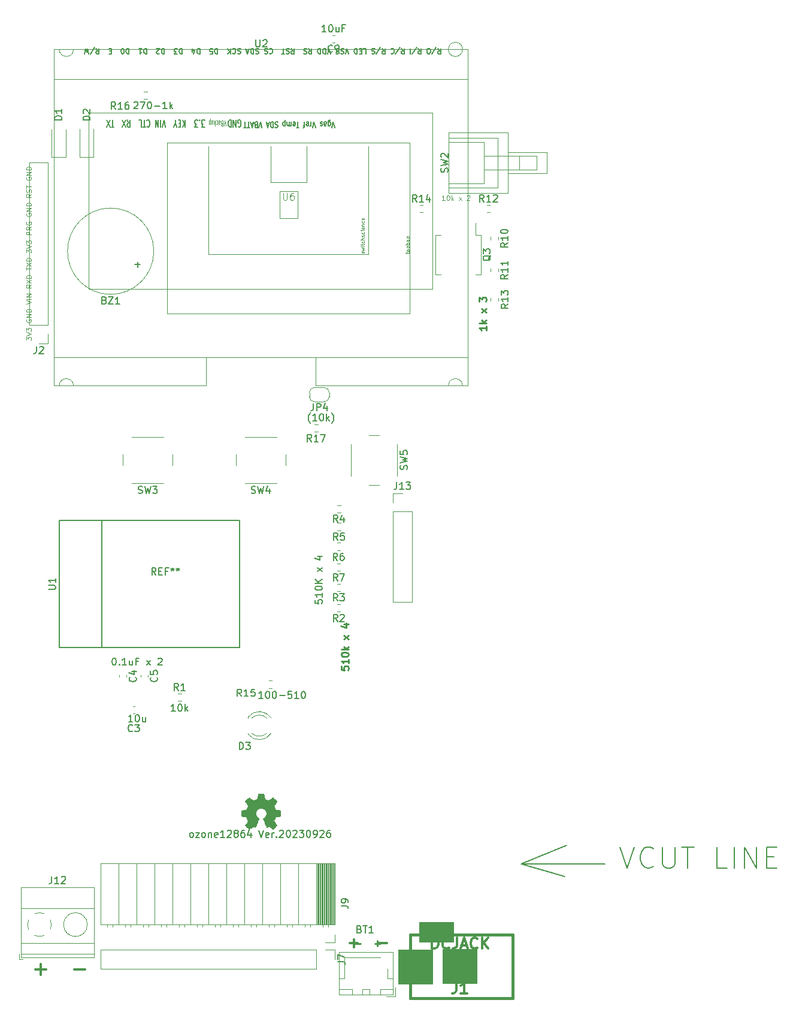
<source format=gbr>
G04 #@! TF.GenerationSoftware,KiCad,Pcbnew,7.0.7-7.0.7~ubuntu22.04.1*
G04 #@! TF.CreationDate,2023-10-20T14:45:35+09:00*
G04 #@! TF.ProjectId,ozone12864,6f7a6f6e-6531-4323-9836-342e6b696361,rev?*
G04 #@! TF.SameCoordinates,Original*
G04 #@! TF.FileFunction,Legend,Top*
G04 #@! TF.FilePolarity,Positive*
%FSLAX46Y46*%
G04 Gerber Fmt 4.6, Leading zero omitted, Abs format (unit mm)*
G04 Created by KiCad (PCBNEW 7.0.7-7.0.7~ubuntu22.04.1) date 2023-10-20 14:45:35*
%MOMM*%
%LPD*%
G01*
G04 APERTURE LIST*
%ADD10C,0.150000*%
%ADD11C,0.250000*%
%ADD12C,0.125000*%
%ADD13C,0.175000*%
%ADD14C,0.300000*%
%ADD15C,0.075000*%
%ADD16C,0.200000*%
%ADD17C,0.100000*%
%ADD18C,0.304800*%
%ADD19C,0.120000*%
%ADD20C,0.381000*%
%ADD21C,0.002540*%
%ADD22R,5.001260X5.001260*%
%ADD23R,5.001260X2.999740*%
G04 APERTURE END LIST*
D10*
X136800000Y-215000000D02*
X143000000Y-216800000D01*
X136800000Y-215000000D02*
X148600000Y-215000000D01*
X136800000Y-215000000D02*
X143200000Y-212400000D01*
X106999999Y-152835771D02*
X106952380Y-152788152D01*
X106952380Y-152788152D02*
X106857142Y-152645295D01*
X106857142Y-152645295D02*
X106809523Y-152550057D01*
X106809523Y-152550057D02*
X106761904Y-152407200D01*
X106761904Y-152407200D02*
X106714285Y-152169104D01*
X106714285Y-152169104D02*
X106714285Y-151978628D01*
X106714285Y-151978628D02*
X106761904Y-151740533D01*
X106761904Y-151740533D02*
X106809523Y-151597676D01*
X106809523Y-151597676D02*
X106857142Y-151502438D01*
X106857142Y-151502438D02*
X106952380Y-151359580D01*
X106952380Y-151359580D02*
X106999999Y-151311961D01*
X107904761Y-152454819D02*
X107333333Y-152454819D01*
X107619047Y-152454819D02*
X107619047Y-151454819D01*
X107619047Y-151454819D02*
X107523809Y-151597676D01*
X107523809Y-151597676D02*
X107428571Y-151692914D01*
X107428571Y-151692914D02*
X107333333Y-151740533D01*
X108523809Y-151454819D02*
X108619047Y-151454819D01*
X108619047Y-151454819D02*
X108714285Y-151502438D01*
X108714285Y-151502438D02*
X108761904Y-151550057D01*
X108761904Y-151550057D02*
X108809523Y-151645295D01*
X108809523Y-151645295D02*
X108857142Y-151835771D01*
X108857142Y-151835771D02*
X108857142Y-152073866D01*
X108857142Y-152073866D02*
X108809523Y-152264342D01*
X108809523Y-152264342D02*
X108761904Y-152359580D01*
X108761904Y-152359580D02*
X108714285Y-152407200D01*
X108714285Y-152407200D02*
X108619047Y-152454819D01*
X108619047Y-152454819D02*
X108523809Y-152454819D01*
X108523809Y-152454819D02*
X108428571Y-152407200D01*
X108428571Y-152407200D02*
X108380952Y-152359580D01*
X108380952Y-152359580D02*
X108333333Y-152264342D01*
X108333333Y-152264342D02*
X108285714Y-152073866D01*
X108285714Y-152073866D02*
X108285714Y-151835771D01*
X108285714Y-151835771D02*
X108333333Y-151645295D01*
X108333333Y-151645295D02*
X108380952Y-151550057D01*
X108380952Y-151550057D02*
X108428571Y-151502438D01*
X108428571Y-151502438D02*
X108523809Y-151454819D01*
X109285714Y-152454819D02*
X109285714Y-151454819D01*
X109380952Y-152073866D02*
X109666666Y-152454819D01*
X109666666Y-151788152D02*
X109285714Y-152169104D01*
X110000000Y-152835771D02*
X110047619Y-152788152D01*
X110047619Y-152788152D02*
X110142857Y-152645295D01*
X110142857Y-152645295D02*
X110190476Y-152550057D01*
X110190476Y-152550057D02*
X110238095Y-152407200D01*
X110238095Y-152407200D02*
X110285714Y-152169104D01*
X110285714Y-152169104D02*
X110285714Y-151978628D01*
X110285714Y-151978628D02*
X110238095Y-151740533D01*
X110238095Y-151740533D02*
X110190476Y-151597676D01*
X110190476Y-151597676D02*
X110142857Y-151502438D01*
X110142857Y-151502438D02*
X110047619Y-151359580D01*
X110047619Y-151359580D02*
X110000000Y-151311961D01*
X79214285Y-185954819D02*
X79309523Y-185954819D01*
X79309523Y-185954819D02*
X79404761Y-186002438D01*
X79404761Y-186002438D02*
X79452380Y-186050057D01*
X79452380Y-186050057D02*
X79499999Y-186145295D01*
X79499999Y-186145295D02*
X79547618Y-186335771D01*
X79547618Y-186335771D02*
X79547618Y-186573866D01*
X79547618Y-186573866D02*
X79499999Y-186764342D01*
X79499999Y-186764342D02*
X79452380Y-186859580D01*
X79452380Y-186859580D02*
X79404761Y-186907200D01*
X79404761Y-186907200D02*
X79309523Y-186954819D01*
X79309523Y-186954819D02*
X79214285Y-186954819D01*
X79214285Y-186954819D02*
X79119047Y-186907200D01*
X79119047Y-186907200D02*
X79071428Y-186859580D01*
X79071428Y-186859580D02*
X79023809Y-186764342D01*
X79023809Y-186764342D02*
X78976190Y-186573866D01*
X78976190Y-186573866D02*
X78976190Y-186335771D01*
X78976190Y-186335771D02*
X79023809Y-186145295D01*
X79023809Y-186145295D02*
X79071428Y-186050057D01*
X79071428Y-186050057D02*
X79119047Y-186002438D01*
X79119047Y-186002438D02*
X79214285Y-185954819D01*
X79976190Y-186859580D02*
X80023809Y-186907200D01*
X80023809Y-186907200D02*
X79976190Y-186954819D01*
X79976190Y-186954819D02*
X79928571Y-186907200D01*
X79928571Y-186907200D02*
X79976190Y-186859580D01*
X79976190Y-186859580D02*
X79976190Y-186954819D01*
X80976189Y-186954819D02*
X80404761Y-186954819D01*
X80690475Y-186954819D02*
X80690475Y-185954819D01*
X80690475Y-185954819D02*
X80595237Y-186097676D01*
X80595237Y-186097676D02*
X80499999Y-186192914D01*
X80499999Y-186192914D02*
X80404761Y-186240533D01*
X81833332Y-186288152D02*
X81833332Y-186954819D01*
X81404761Y-186288152D02*
X81404761Y-186811961D01*
X81404761Y-186811961D02*
X81452380Y-186907200D01*
X81452380Y-186907200D02*
X81547618Y-186954819D01*
X81547618Y-186954819D02*
X81690475Y-186954819D01*
X81690475Y-186954819D02*
X81785713Y-186907200D01*
X81785713Y-186907200D02*
X81833332Y-186859580D01*
X82642856Y-186431009D02*
X82309523Y-186431009D01*
X82309523Y-186954819D02*
X82309523Y-185954819D01*
X82309523Y-185954819D02*
X82785713Y-185954819D01*
X83833333Y-186954819D02*
X84357142Y-186288152D01*
X83833333Y-186288152D02*
X84357142Y-186954819D01*
X85452381Y-186050057D02*
X85500000Y-186002438D01*
X85500000Y-186002438D02*
X85595238Y-185954819D01*
X85595238Y-185954819D02*
X85833333Y-185954819D01*
X85833333Y-185954819D02*
X85928571Y-186002438D01*
X85928571Y-186002438D02*
X85976190Y-186050057D01*
X85976190Y-186050057D02*
X86023809Y-186145295D01*
X86023809Y-186145295D02*
X86023809Y-186240533D01*
X86023809Y-186240533D02*
X85976190Y-186383390D01*
X85976190Y-186383390D02*
X85404762Y-186954819D01*
X85404762Y-186954819D02*
X86023809Y-186954819D01*
X81857142Y-194954819D02*
X81285714Y-194954819D01*
X81571428Y-194954819D02*
X81571428Y-193954819D01*
X81571428Y-193954819D02*
X81476190Y-194097676D01*
X81476190Y-194097676D02*
X81380952Y-194192914D01*
X81380952Y-194192914D02*
X81285714Y-194240533D01*
X82476190Y-193954819D02*
X82571428Y-193954819D01*
X82571428Y-193954819D02*
X82666666Y-194002438D01*
X82666666Y-194002438D02*
X82714285Y-194050057D01*
X82714285Y-194050057D02*
X82761904Y-194145295D01*
X82761904Y-194145295D02*
X82809523Y-194335771D01*
X82809523Y-194335771D02*
X82809523Y-194573866D01*
X82809523Y-194573866D02*
X82761904Y-194764342D01*
X82761904Y-194764342D02*
X82714285Y-194859580D01*
X82714285Y-194859580D02*
X82666666Y-194907200D01*
X82666666Y-194907200D02*
X82571428Y-194954819D01*
X82571428Y-194954819D02*
X82476190Y-194954819D01*
X82476190Y-194954819D02*
X82380952Y-194907200D01*
X82380952Y-194907200D02*
X82333333Y-194859580D01*
X82333333Y-194859580D02*
X82285714Y-194764342D01*
X82285714Y-194764342D02*
X82238095Y-194573866D01*
X82238095Y-194573866D02*
X82238095Y-194335771D01*
X82238095Y-194335771D02*
X82285714Y-194145295D01*
X82285714Y-194145295D02*
X82333333Y-194050057D01*
X82333333Y-194050057D02*
X82380952Y-194002438D01*
X82380952Y-194002438D02*
X82476190Y-193954819D01*
X83666666Y-194288152D02*
X83666666Y-194954819D01*
X83238095Y-194288152D02*
X83238095Y-194811961D01*
X83238095Y-194811961D02*
X83285714Y-194907200D01*
X83285714Y-194907200D02*
X83380952Y-194954819D01*
X83380952Y-194954819D02*
X83523809Y-194954819D01*
X83523809Y-194954819D02*
X83619047Y-194907200D01*
X83619047Y-194907200D02*
X83666666Y-194859580D01*
X87904761Y-193454819D02*
X87333333Y-193454819D01*
X87619047Y-193454819D02*
X87619047Y-192454819D01*
X87619047Y-192454819D02*
X87523809Y-192597676D01*
X87523809Y-192597676D02*
X87428571Y-192692914D01*
X87428571Y-192692914D02*
X87333333Y-192740533D01*
X88523809Y-192454819D02*
X88619047Y-192454819D01*
X88619047Y-192454819D02*
X88714285Y-192502438D01*
X88714285Y-192502438D02*
X88761904Y-192550057D01*
X88761904Y-192550057D02*
X88809523Y-192645295D01*
X88809523Y-192645295D02*
X88857142Y-192835771D01*
X88857142Y-192835771D02*
X88857142Y-193073866D01*
X88857142Y-193073866D02*
X88809523Y-193264342D01*
X88809523Y-193264342D02*
X88761904Y-193359580D01*
X88761904Y-193359580D02*
X88714285Y-193407200D01*
X88714285Y-193407200D02*
X88619047Y-193454819D01*
X88619047Y-193454819D02*
X88523809Y-193454819D01*
X88523809Y-193454819D02*
X88428571Y-193407200D01*
X88428571Y-193407200D02*
X88380952Y-193359580D01*
X88380952Y-193359580D02*
X88333333Y-193264342D01*
X88333333Y-193264342D02*
X88285714Y-193073866D01*
X88285714Y-193073866D02*
X88285714Y-192835771D01*
X88285714Y-192835771D02*
X88333333Y-192645295D01*
X88333333Y-192645295D02*
X88380952Y-192550057D01*
X88380952Y-192550057D02*
X88428571Y-192502438D01*
X88428571Y-192502438D02*
X88523809Y-192454819D01*
X89285714Y-193454819D02*
X89285714Y-192454819D01*
X89380952Y-193073866D02*
X89666666Y-193454819D01*
X89666666Y-192788152D02*
X89285714Y-193169104D01*
X100285714Y-191654819D02*
X99714286Y-191654819D01*
X100000000Y-191654819D02*
X100000000Y-190654819D01*
X100000000Y-190654819D02*
X99904762Y-190797676D01*
X99904762Y-190797676D02*
X99809524Y-190892914D01*
X99809524Y-190892914D02*
X99714286Y-190940533D01*
X100904762Y-190654819D02*
X101000000Y-190654819D01*
X101000000Y-190654819D02*
X101095238Y-190702438D01*
X101095238Y-190702438D02*
X101142857Y-190750057D01*
X101142857Y-190750057D02*
X101190476Y-190845295D01*
X101190476Y-190845295D02*
X101238095Y-191035771D01*
X101238095Y-191035771D02*
X101238095Y-191273866D01*
X101238095Y-191273866D02*
X101190476Y-191464342D01*
X101190476Y-191464342D02*
X101142857Y-191559580D01*
X101142857Y-191559580D02*
X101095238Y-191607200D01*
X101095238Y-191607200D02*
X101000000Y-191654819D01*
X101000000Y-191654819D02*
X100904762Y-191654819D01*
X100904762Y-191654819D02*
X100809524Y-191607200D01*
X100809524Y-191607200D02*
X100761905Y-191559580D01*
X100761905Y-191559580D02*
X100714286Y-191464342D01*
X100714286Y-191464342D02*
X100666667Y-191273866D01*
X100666667Y-191273866D02*
X100666667Y-191035771D01*
X100666667Y-191035771D02*
X100714286Y-190845295D01*
X100714286Y-190845295D02*
X100761905Y-190750057D01*
X100761905Y-190750057D02*
X100809524Y-190702438D01*
X100809524Y-190702438D02*
X100904762Y-190654819D01*
X101857143Y-190654819D02*
X101952381Y-190654819D01*
X101952381Y-190654819D02*
X102047619Y-190702438D01*
X102047619Y-190702438D02*
X102095238Y-190750057D01*
X102095238Y-190750057D02*
X102142857Y-190845295D01*
X102142857Y-190845295D02*
X102190476Y-191035771D01*
X102190476Y-191035771D02*
X102190476Y-191273866D01*
X102190476Y-191273866D02*
X102142857Y-191464342D01*
X102142857Y-191464342D02*
X102095238Y-191559580D01*
X102095238Y-191559580D02*
X102047619Y-191607200D01*
X102047619Y-191607200D02*
X101952381Y-191654819D01*
X101952381Y-191654819D02*
X101857143Y-191654819D01*
X101857143Y-191654819D02*
X101761905Y-191607200D01*
X101761905Y-191607200D02*
X101714286Y-191559580D01*
X101714286Y-191559580D02*
X101666667Y-191464342D01*
X101666667Y-191464342D02*
X101619048Y-191273866D01*
X101619048Y-191273866D02*
X101619048Y-191035771D01*
X101619048Y-191035771D02*
X101666667Y-190845295D01*
X101666667Y-190845295D02*
X101714286Y-190750057D01*
X101714286Y-190750057D02*
X101761905Y-190702438D01*
X101761905Y-190702438D02*
X101857143Y-190654819D01*
X102619048Y-191273866D02*
X103380953Y-191273866D01*
X104333333Y-190654819D02*
X103857143Y-190654819D01*
X103857143Y-190654819D02*
X103809524Y-191131009D01*
X103809524Y-191131009D02*
X103857143Y-191083390D01*
X103857143Y-191083390D02*
X103952381Y-191035771D01*
X103952381Y-191035771D02*
X104190476Y-191035771D01*
X104190476Y-191035771D02*
X104285714Y-191083390D01*
X104285714Y-191083390D02*
X104333333Y-191131009D01*
X104333333Y-191131009D02*
X104380952Y-191226247D01*
X104380952Y-191226247D02*
X104380952Y-191464342D01*
X104380952Y-191464342D02*
X104333333Y-191559580D01*
X104333333Y-191559580D02*
X104285714Y-191607200D01*
X104285714Y-191607200D02*
X104190476Y-191654819D01*
X104190476Y-191654819D02*
X103952381Y-191654819D01*
X103952381Y-191654819D02*
X103857143Y-191607200D01*
X103857143Y-191607200D02*
X103809524Y-191559580D01*
X105333333Y-191654819D02*
X104761905Y-191654819D01*
X105047619Y-191654819D02*
X105047619Y-190654819D01*
X105047619Y-190654819D02*
X104952381Y-190797676D01*
X104952381Y-190797676D02*
X104857143Y-190892914D01*
X104857143Y-190892914D02*
X104761905Y-190940533D01*
X105952381Y-190654819D02*
X106047619Y-190654819D01*
X106047619Y-190654819D02*
X106142857Y-190702438D01*
X106142857Y-190702438D02*
X106190476Y-190750057D01*
X106190476Y-190750057D02*
X106238095Y-190845295D01*
X106238095Y-190845295D02*
X106285714Y-191035771D01*
X106285714Y-191035771D02*
X106285714Y-191273866D01*
X106285714Y-191273866D02*
X106238095Y-191464342D01*
X106238095Y-191464342D02*
X106190476Y-191559580D01*
X106190476Y-191559580D02*
X106142857Y-191607200D01*
X106142857Y-191607200D02*
X106047619Y-191654819D01*
X106047619Y-191654819D02*
X105952381Y-191654819D01*
X105952381Y-191654819D02*
X105857143Y-191607200D01*
X105857143Y-191607200D02*
X105809524Y-191559580D01*
X105809524Y-191559580D02*
X105761905Y-191464342D01*
X105761905Y-191464342D02*
X105714286Y-191273866D01*
X105714286Y-191273866D02*
X105714286Y-191035771D01*
X105714286Y-191035771D02*
X105761905Y-190845295D01*
X105761905Y-190845295D02*
X105809524Y-190750057D01*
X105809524Y-190750057D02*
X105857143Y-190702438D01*
X105857143Y-190702438D02*
X105952381Y-190654819D01*
D11*
X116881904Y-226268666D02*
X116120000Y-226268666D01*
X116500952Y-226649619D02*
X116500952Y-225887714D01*
X114119999Y-226268666D02*
X113358095Y-226268666D01*
D12*
X66817333Y-141049998D02*
X66817333Y-140616664D01*
X66817333Y-140616664D02*
X67084000Y-140849998D01*
X67084000Y-140849998D02*
X67084000Y-140749998D01*
X67084000Y-140749998D02*
X67117333Y-140683331D01*
X67117333Y-140683331D02*
X67150666Y-140649998D01*
X67150666Y-140649998D02*
X67217333Y-140616664D01*
X67217333Y-140616664D02*
X67384000Y-140616664D01*
X67384000Y-140616664D02*
X67450666Y-140649998D01*
X67450666Y-140649998D02*
X67484000Y-140683331D01*
X67484000Y-140683331D02*
X67517333Y-140749998D01*
X67517333Y-140749998D02*
X67517333Y-140949998D01*
X67517333Y-140949998D02*
X67484000Y-141016664D01*
X67484000Y-141016664D02*
X67450666Y-141049998D01*
X66817333Y-140416664D02*
X67517333Y-140183331D01*
X67517333Y-140183331D02*
X66817333Y-139949997D01*
X66817333Y-139783331D02*
X66817333Y-139349997D01*
X66817333Y-139349997D02*
X67084000Y-139583331D01*
X67084000Y-139583331D02*
X67084000Y-139483331D01*
X67084000Y-139483331D02*
X67117333Y-139416664D01*
X67117333Y-139416664D02*
X67150666Y-139383331D01*
X67150666Y-139383331D02*
X67217333Y-139349997D01*
X67217333Y-139349997D02*
X67384000Y-139349997D01*
X67384000Y-139349997D02*
X67450666Y-139383331D01*
X67450666Y-139383331D02*
X67484000Y-139416664D01*
X67484000Y-139416664D02*
X67517333Y-139483331D01*
X67517333Y-139483331D02*
X67517333Y-139683331D01*
X67517333Y-139683331D02*
X67484000Y-139749997D01*
X67484000Y-139749997D02*
X67450666Y-139783331D01*
X66850666Y-138149997D02*
X66817333Y-138216664D01*
X66817333Y-138216664D02*
X66817333Y-138316664D01*
X66817333Y-138316664D02*
X66850666Y-138416664D01*
X66850666Y-138416664D02*
X66917333Y-138483331D01*
X66917333Y-138483331D02*
X66984000Y-138516664D01*
X66984000Y-138516664D02*
X67117333Y-138549997D01*
X67117333Y-138549997D02*
X67217333Y-138549997D01*
X67217333Y-138549997D02*
X67350666Y-138516664D01*
X67350666Y-138516664D02*
X67417333Y-138483331D01*
X67417333Y-138483331D02*
X67484000Y-138416664D01*
X67484000Y-138416664D02*
X67517333Y-138316664D01*
X67517333Y-138316664D02*
X67517333Y-138249997D01*
X67517333Y-138249997D02*
X67484000Y-138149997D01*
X67484000Y-138149997D02*
X67450666Y-138116664D01*
X67450666Y-138116664D02*
X67217333Y-138116664D01*
X67217333Y-138116664D02*
X67217333Y-138249997D01*
X67517333Y-137816664D02*
X66817333Y-137816664D01*
X66817333Y-137816664D02*
X67517333Y-137416664D01*
X67517333Y-137416664D02*
X66817333Y-137416664D01*
X67517333Y-137083331D02*
X66817333Y-137083331D01*
X66817333Y-137083331D02*
X66817333Y-136916664D01*
X66817333Y-136916664D02*
X66850666Y-136816664D01*
X66850666Y-136816664D02*
X66917333Y-136749998D01*
X66917333Y-136749998D02*
X66984000Y-136716664D01*
X66984000Y-136716664D02*
X67117333Y-136683331D01*
X67117333Y-136683331D02*
X67217333Y-136683331D01*
X67217333Y-136683331D02*
X67350666Y-136716664D01*
X67350666Y-136716664D02*
X67417333Y-136749998D01*
X67417333Y-136749998D02*
X67484000Y-136816664D01*
X67484000Y-136816664D02*
X67517333Y-136916664D01*
X67517333Y-136916664D02*
X67517333Y-137083331D01*
X66817333Y-135949998D02*
X67517333Y-135716665D01*
X67517333Y-135716665D02*
X66817333Y-135483331D01*
X67517333Y-135249998D02*
X66817333Y-135249998D01*
X67517333Y-134916665D02*
X66817333Y-134916665D01*
X66817333Y-134916665D02*
X67517333Y-134516665D01*
X67517333Y-134516665D02*
X66817333Y-134516665D01*
X67517333Y-133249999D02*
X67184000Y-133483332D01*
X67517333Y-133649999D02*
X66817333Y-133649999D01*
X66817333Y-133649999D02*
X66817333Y-133383332D01*
X66817333Y-133383332D02*
X66850666Y-133316666D01*
X66850666Y-133316666D02*
X66884000Y-133283332D01*
X66884000Y-133283332D02*
X66950666Y-133249999D01*
X66950666Y-133249999D02*
X67050666Y-133249999D01*
X67050666Y-133249999D02*
X67117333Y-133283332D01*
X67117333Y-133283332D02*
X67150666Y-133316666D01*
X67150666Y-133316666D02*
X67184000Y-133383332D01*
X67184000Y-133383332D02*
X67184000Y-133649999D01*
X66817333Y-133016666D02*
X67517333Y-132549999D01*
X66817333Y-132549999D02*
X67517333Y-133016666D01*
X67517333Y-132283332D02*
X66817333Y-132283332D01*
X66817333Y-132283332D02*
X66817333Y-132116665D01*
X66817333Y-132116665D02*
X66850666Y-132016665D01*
X66850666Y-132016665D02*
X66917333Y-131949999D01*
X66917333Y-131949999D02*
X66984000Y-131916665D01*
X66984000Y-131916665D02*
X67117333Y-131883332D01*
X67117333Y-131883332D02*
X67217333Y-131883332D01*
X67217333Y-131883332D02*
X67350666Y-131916665D01*
X67350666Y-131916665D02*
X67417333Y-131949999D01*
X67417333Y-131949999D02*
X67484000Y-132016665D01*
X67484000Y-132016665D02*
X67517333Y-132116665D01*
X67517333Y-132116665D02*
X67517333Y-132283332D01*
X66817333Y-131149999D02*
X66817333Y-130749999D01*
X67517333Y-130949999D02*
X66817333Y-130949999D01*
X66817333Y-130583333D02*
X67517333Y-130116666D01*
X66817333Y-130116666D02*
X67517333Y-130583333D01*
X67517333Y-129849999D02*
X66817333Y-129849999D01*
X66817333Y-129849999D02*
X66817333Y-129683332D01*
X66817333Y-129683332D02*
X66850666Y-129583332D01*
X66850666Y-129583332D02*
X66917333Y-129516666D01*
X66917333Y-129516666D02*
X66984000Y-129483332D01*
X66984000Y-129483332D02*
X67117333Y-129449999D01*
X67117333Y-129449999D02*
X67217333Y-129449999D01*
X67217333Y-129449999D02*
X67350666Y-129483332D01*
X67350666Y-129483332D02*
X67417333Y-129516666D01*
X67417333Y-129516666D02*
X67484000Y-129583332D01*
X67484000Y-129583332D02*
X67517333Y-129683332D01*
X67517333Y-129683332D02*
X67517333Y-129849999D01*
X66817333Y-128683333D02*
X66817333Y-128249999D01*
X66817333Y-128249999D02*
X67084000Y-128483333D01*
X67084000Y-128483333D02*
X67084000Y-128383333D01*
X67084000Y-128383333D02*
X67117333Y-128316666D01*
X67117333Y-128316666D02*
X67150666Y-128283333D01*
X67150666Y-128283333D02*
X67217333Y-128249999D01*
X67217333Y-128249999D02*
X67384000Y-128249999D01*
X67384000Y-128249999D02*
X67450666Y-128283333D01*
X67450666Y-128283333D02*
X67484000Y-128316666D01*
X67484000Y-128316666D02*
X67517333Y-128383333D01*
X67517333Y-128383333D02*
X67517333Y-128583333D01*
X67517333Y-128583333D02*
X67484000Y-128649999D01*
X67484000Y-128649999D02*
X67450666Y-128683333D01*
X66817333Y-128049999D02*
X67517333Y-127816666D01*
X67517333Y-127816666D02*
X66817333Y-127583332D01*
X66817333Y-127416666D02*
X66817333Y-126983332D01*
X66817333Y-126983332D02*
X67084000Y-127216666D01*
X67084000Y-127216666D02*
X67084000Y-127116666D01*
X67084000Y-127116666D02*
X67117333Y-127049999D01*
X67117333Y-127049999D02*
X67150666Y-127016666D01*
X67150666Y-127016666D02*
X67217333Y-126983332D01*
X67217333Y-126983332D02*
X67384000Y-126983332D01*
X67384000Y-126983332D02*
X67450666Y-127016666D01*
X67450666Y-127016666D02*
X67484000Y-127049999D01*
X67484000Y-127049999D02*
X67517333Y-127116666D01*
X67517333Y-127116666D02*
X67517333Y-127316666D01*
X67517333Y-127316666D02*
X67484000Y-127383332D01*
X67484000Y-127383332D02*
X67450666Y-127416666D01*
X67517333Y-126149999D02*
X66817333Y-126149999D01*
X66817333Y-126149999D02*
X66817333Y-125883332D01*
X66817333Y-125883332D02*
X66850666Y-125816666D01*
X66850666Y-125816666D02*
X66884000Y-125783332D01*
X66884000Y-125783332D02*
X66950666Y-125749999D01*
X66950666Y-125749999D02*
X67050666Y-125749999D01*
X67050666Y-125749999D02*
X67117333Y-125783332D01*
X67117333Y-125783332D02*
X67150666Y-125816666D01*
X67150666Y-125816666D02*
X67184000Y-125883332D01*
X67184000Y-125883332D02*
X67184000Y-126149999D01*
X67517333Y-125049999D02*
X67184000Y-125283332D01*
X67517333Y-125449999D02*
X66817333Y-125449999D01*
X66817333Y-125449999D02*
X66817333Y-125183332D01*
X66817333Y-125183332D02*
X66850666Y-125116666D01*
X66850666Y-125116666D02*
X66884000Y-125083332D01*
X66884000Y-125083332D02*
X66950666Y-125049999D01*
X66950666Y-125049999D02*
X67050666Y-125049999D01*
X67050666Y-125049999D02*
X67117333Y-125083332D01*
X67117333Y-125083332D02*
X67150666Y-125116666D01*
X67150666Y-125116666D02*
X67184000Y-125183332D01*
X67184000Y-125183332D02*
X67184000Y-125449999D01*
X66850666Y-124383332D02*
X66817333Y-124449999D01*
X66817333Y-124449999D02*
X66817333Y-124549999D01*
X66817333Y-124549999D02*
X66850666Y-124649999D01*
X66850666Y-124649999D02*
X66917333Y-124716666D01*
X66917333Y-124716666D02*
X66984000Y-124749999D01*
X66984000Y-124749999D02*
X67117333Y-124783332D01*
X67117333Y-124783332D02*
X67217333Y-124783332D01*
X67217333Y-124783332D02*
X67350666Y-124749999D01*
X67350666Y-124749999D02*
X67417333Y-124716666D01*
X67417333Y-124716666D02*
X67484000Y-124649999D01*
X67484000Y-124649999D02*
X67517333Y-124549999D01*
X67517333Y-124549999D02*
X67517333Y-124483332D01*
X67517333Y-124483332D02*
X67484000Y-124383332D01*
X67484000Y-124383332D02*
X67450666Y-124349999D01*
X67450666Y-124349999D02*
X67217333Y-124349999D01*
X67217333Y-124349999D02*
X67217333Y-124483332D01*
X66850666Y-123149999D02*
X66817333Y-123216666D01*
X66817333Y-123216666D02*
X66817333Y-123316666D01*
X66817333Y-123316666D02*
X66850666Y-123416666D01*
X66850666Y-123416666D02*
X66917333Y-123483333D01*
X66917333Y-123483333D02*
X66984000Y-123516666D01*
X66984000Y-123516666D02*
X67117333Y-123549999D01*
X67117333Y-123549999D02*
X67217333Y-123549999D01*
X67217333Y-123549999D02*
X67350666Y-123516666D01*
X67350666Y-123516666D02*
X67417333Y-123483333D01*
X67417333Y-123483333D02*
X67484000Y-123416666D01*
X67484000Y-123416666D02*
X67517333Y-123316666D01*
X67517333Y-123316666D02*
X67517333Y-123249999D01*
X67517333Y-123249999D02*
X67484000Y-123149999D01*
X67484000Y-123149999D02*
X67450666Y-123116666D01*
X67450666Y-123116666D02*
X67217333Y-123116666D01*
X67217333Y-123116666D02*
X67217333Y-123249999D01*
X67517333Y-122816666D02*
X66817333Y-122816666D01*
X66817333Y-122816666D02*
X67517333Y-122416666D01*
X67517333Y-122416666D02*
X66817333Y-122416666D01*
X67517333Y-122083333D02*
X66817333Y-122083333D01*
X66817333Y-122083333D02*
X66817333Y-121916666D01*
X66817333Y-121916666D02*
X66850666Y-121816666D01*
X66850666Y-121816666D02*
X66917333Y-121750000D01*
X66917333Y-121750000D02*
X66984000Y-121716666D01*
X66984000Y-121716666D02*
X67117333Y-121683333D01*
X67117333Y-121683333D02*
X67217333Y-121683333D01*
X67217333Y-121683333D02*
X67350666Y-121716666D01*
X67350666Y-121716666D02*
X67417333Y-121750000D01*
X67417333Y-121750000D02*
X67484000Y-121816666D01*
X67484000Y-121816666D02*
X67517333Y-121916666D01*
X67517333Y-121916666D02*
X67517333Y-122083333D01*
X67517333Y-120450000D02*
X67184000Y-120683333D01*
X67517333Y-120850000D02*
X66817333Y-120850000D01*
X66817333Y-120850000D02*
X66817333Y-120583333D01*
X66817333Y-120583333D02*
X66850666Y-120516667D01*
X66850666Y-120516667D02*
X66884000Y-120483333D01*
X66884000Y-120483333D02*
X66950666Y-120450000D01*
X66950666Y-120450000D02*
X67050666Y-120450000D01*
X67050666Y-120450000D02*
X67117333Y-120483333D01*
X67117333Y-120483333D02*
X67150666Y-120516667D01*
X67150666Y-120516667D02*
X67184000Y-120583333D01*
X67184000Y-120583333D02*
X67184000Y-120850000D01*
X67484000Y-120183333D02*
X67517333Y-120083333D01*
X67517333Y-120083333D02*
X67517333Y-119916667D01*
X67517333Y-119916667D02*
X67484000Y-119850000D01*
X67484000Y-119850000D02*
X67450666Y-119816667D01*
X67450666Y-119816667D02*
X67384000Y-119783333D01*
X67384000Y-119783333D02*
X67317333Y-119783333D01*
X67317333Y-119783333D02*
X67250666Y-119816667D01*
X67250666Y-119816667D02*
X67217333Y-119850000D01*
X67217333Y-119850000D02*
X67184000Y-119916667D01*
X67184000Y-119916667D02*
X67150666Y-120050000D01*
X67150666Y-120050000D02*
X67117333Y-120116667D01*
X67117333Y-120116667D02*
X67084000Y-120150000D01*
X67084000Y-120150000D02*
X67017333Y-120183333D01*
X67017333Y-120183333D02*
X66950666Y-120183333D01*
X66950666Y-120183333D02*
X66884000Y-120150000D01*
X66884000Y-120150000D02*
X66850666Y-120116667D01*
X66850666Y-120116667D02*
X66817333Y-120050000D01*
X66817333Y-120050000D02*
X66817333Y-119883333D01*
X66817333Y-119883333D02*
X66850666Y-119783333D01*
X66817333Y-119583333D02*
X66817333Y-119183333D01*
X67517333Y-119383333D02*
X66817333Y-119383333D01*
X66850666Y-118050000D02*
X66817333Y-118116667D01*
X66817333Y-118116667D02*
X66817333Y-118216667D01*
X66817333Y-118216667D02*
X66850666Y-118316667D01*
X66850666Y-118316667D02*
X66917333Y-118383334D01*
X66917333Y-118383334D02*
X66984000Y-118416667D01*
X66984000Y-118416667D02*
X67117333Y-118450000D01*
X67117333Y-118450000D02*
X67217333Y-118450000D01*
X67217333Y-118450000D02*
X67350666Y-118416667D01*
X67350666Y-118416667D02*
X67417333Y-118383334D01*
X67417333Y-118383334D02*
X67484000Y-118316667D01*
X67484000Y-118316667D02*
X67517333Y-118216667D01*
X67517333Y-118216667D02*
X67517333Y-118150000D01*
X67517333Y-118150000D02*
X67484000Y-118050000D01*
X67484000Y-118050000D02*
X67450666Y-118016667D01*
X67450666Y-118016667D02*
X67217333Y-118016667D01*
X67217333Y-118016667D02*
X67217333Y-118150000D01*
X67517333Y-117716667D02*
X66817333Y-117716667D01*
X66817333Y-117716667D02*
X67517333Y-117316667D01*
X67517333Y-117316667D02*
X66817333Y-117316667D01*
X67517333Y-116983334D02*
X66817333Y-116983334D01*
X66817333Y-116983334D02*
X66817333Y-116816667D01*
X66817333Y-116816667D02*
X66850666Y-116716667D01*
X66850666Y-116716667D02*
X66917333Y-116650001D01*
X66917333Y-116650001D02*
X66984000Y-116616667D01*
X66984000Y-116616667D02*
X67117333Y-116583334D01*
X67117333Y-116583334D02*
X67217333Y-116583334D01*
X67217333Y-116583334D02*
X67350666Y-116616667D01*
X67350666Y-116616667D02*
X67417333Y-116650001D01*
X67417333Y-116650001D02*
X67484000Y-116716667D01*
X67484000Y-116716667D02*
X67517333Y-116816667D01*
X67517333Y-116816667D02*
X67517333Y-116983334D01*
D10*
X150784398Y-212625057D02*
X151784398Y-215625057D01*
X151784398Y-215625057D02*
X152784398Y-212625057D01*
X155498684Y-215339342D02*
X155355827Y-215482200D01*
X155355827Y-215482200D02*
X154927255Y-215625057D01*
X154927255Y-215625057D02*
X154641541Y-215625057D01*
X154641541Y-215625057D02*
X154212970Y-215482200D01*
X154212970Y-215482200D02*
X153927255Y-215196485D01*
X153927255Y-215196485D02*
X153784398Y-214910771D01*
X153784398Y-214910771D02*
X153641541Y-214339342D01*
X153641541Y-214339342D02*
X153641541Y-213910771D01*
X153641541Y-213910771D02*
X153784398Y-213339342D01*
X153784398Y-213339342D02*
X153927255Y-213053628D01*
X153927255Y-213053628D02*
X154212970Y-212767914D01*
X154212970Y-212767914D02*
X154641541Y-212625057D01*
X154641541Y-212625057D02*
X154927255Y-212625057D01*
X154927255Y-212625057D02*
X155355827Y-212767914D01*
X155355827Y-212767914D02*
X155498684Y-212910771D01*
X156784398Y-212625057D02*
X156784398Y-215053628D01*
X156784398Y-215053628D02*
X156927255Y-215339342D01*
X156927255Y-215339342D02*
X157070113Y-215482200D01*
X157070113Y-215482200D02*
X157355827Y-215625057D01*
X157355827Y-215625057D02*
X157927255Y-215625057D01*
X157927255Y-215625057D02*
X158212970Y-215482200D01*
X158212970Y-215482200D02*
X158355827Y-215339342D01*
X158355827Y-215339342D02*
X158498684Y-215053628D01*
X158498684Y-215053628D02*
X158498684Y-212625057D01*
X159498684Y-212625057D02*
X161212970Y-212625057D01*
X160355827Y-215625057D02*
X160355827Y-212625057D01*
X165927255Y-215625057D02*
X164498683Y-215625057D01*
X164498683Y-215625057D02*
X164498683Y-212625057D01*
X166927254Y-215625057D02*
X166927254Y-212625057D01*
X168355825Y-215625057D02*
X168355825Y-212625057D01*
X168355825Y-212625057D02*
X170070111Y-215625057D01*
X170070111Y-215625057D02*
X170070111Y-212625057D01*
X171498682Y-214053628D02*
X172498682Y-214053628D01*
X172927254Y-215625057D02*
X171498682Y-215625057D01*
X171498682Y-215625057D02*
X171498682Y-212625057D01*
X171498682Y-212625057D02*
X172927254Y-212625057D01*
X110445712Y-111037704D02*
X110232379Y-110237704D01*
X110232379Y-110237704D02*
X110019045Y-111037704D01*
X109531427Y-110771038D02*
X109531427Y-110123419D01*
X109531427Y-110123419D02*
X109561903Y-110047228D01*
X109561903Y-110047228D02*
X109592379Y-110009133D01*
X109592379Y-110009133D02*
X109653332Y-109971038D01*
X109653332Y-109971038D02*
X109744760Y-109971038D01*
X109744760Y-109971038D02*
X109805713Y-110009133D01*
X109531427Y-110275800D02*
X109592379Y-110237704D01*
X109592379Y-110237704D02*
X109714284Y-110237704D01*
X109714284Y-110237704D02*
X109775236Y-110275800D01*
X109775236Y-110275800D02*
X109805713Y-110313895D01*
X109805713Y-110313895D02*
X109836189Y-110390085D01*
X109836189Y-110390085D02*
X109836189Y-110618657D01*
X109836189Y-110618657D02*
X109805713Y-110694847D01*
X109805713Y-110694847D02*
X109775236Y-110732942D01*
X109775236Y-110732942D02*
X109714284Y-110771038D01*
X109714284Y-110771038D02*
X109592379Y-110771038D01*
X109592379Y-110771038D02*
X109531427Y-110732942D01*
X108952379Y-110237704D02*
X108952379Y-110656752D01*
X108952379Y-110656752D02*
X108982855Y-110732942D01*
X108982855Y-110732942D02*
X109043807Y-110771038D01*
X109043807Y-110771038D02*
X109165712Y-110771038D01*
X109165712Y-110771038D02*
X109226665Y-110732942D01*
X108952379Y-110275800D02*
X109013331Y-110237704D01*
X109013331Y-110237704D02*
X109165712Y-110237704D01*
X109165712Y-110237704D02*
X109226665Y-110275800D01*
X109226665Y-110275800D02*
X109257141Y-110351990D01*
X109257141Y-110351990D02*
X109257141Y-110428180D01*
X109257141Y-110428180D02*
X109226665Y-110504371D01*
X109226665Y-110504371D02*
X109165712Y-110542466D01*
X109165712Y-110542466D02*
X109013331Y-110542466D01*
X109013331Y-110542466D02*
X108952379Y-110580561D01*
X108678093Y-110275800D02*
X108617140Y-110237704D01*
X108617140Y-110237704D02*
X108495236Y-110237704D01*
X108495236Y-110237704D02*
X108434283Y-110275800D01*
X108434283Y-110275800D02*
X108403807Y-110351990D01*
X108403807Y-110351990D02*
X108403807Y-110390085D01*
X108403807Y-110390085D02*
X108434283Y-110466276D01*
X108434283Y-110466276D02*
X108495236Y-110504371D01*
X108495236Y-110504371D02*
X108586664Y-110504371D01*
X108586664Y-110504371D02*
X108647617Y-110542466D01*
X108647617Y-110542466D02*
X108678093Y-110618657D01*
X108678093Y-110618657D02*
X108678093Y-110656752D01*
X108678093Y-110656752D02*
X108647617Y-110732942D01*
X108647617Y-110732942D02*
X108586664Y-110771038D01*
X108586664Y-110771038D02*
X108495236Y-110771038D01*
X108495236Y-110771038D02*
X108434283Y-110732942D01*
X107733331Y-111037704D02*
X107519998Y-110237704D01*
X107519998Y-110237704D02*
X107306664Y-111037704D01*
X107093332Y-110237704D02*
X107093332Y-110771038D01*
X107093332Y-110618657D02*
X107062855Y-110694847D01*
X107062855Y-110694847D02*
X107032379Y-110732942D01*
X107032379Y-110732942D02*
X106971427Y-110771038D01*
X106971427Y-110771038D02*
X106910474Y-110771038D01*
X106453332Y-110275800D02*
X106514284Y-110237704D01*
X106514284Y-110237704D02*
X106636189Y-110237704D01*
X106636189Y-110237704D02*
X106697142Y-110275800D01*
X106697142Y-110275800D02*
X106727618Y-110351990D01*
X106727618Y-110351990D02*
X106727618Y-110656752D01*
X106727618Y-110656752D02*
X106697142Y-110732942D01*
X106697142Y-110732942D02*
X106636189Y-110771038D01*
X106636189Y-110771038D02*
X106514284Y-110771038D01*
X106514284Y-110771038D02*
X106453332Y-110732942D01*
X106453332Y-110732942D02*
X106422856Y-110656752D01*
X106422856Y-110656752D02*
X106422856Y-110580561D01*
X106422856Y-110580561D02*
X106727618Y-110504371D01*
X106239999Y-110771038D02*
X105996190Y-110771038D01*
X106148571Y-110237704D02*
X106148571Y-110923419D01*
X106148571Y-110923419D02*
X106118094Y-110999609D01*
X106118094Y-110999609D02*
X106057142Y-111037704D01*
X106057142Y-111037704D02*
X105996190Y-111037704D01*
X105386666Y-111037704D02*
X105020952Y-111037704D01*
X105203809Y-110237704D02*
X105203809Y-111037704D01*
X104563809Y-110275800D02*
X104624761Y-110237704D01*
X104624761Y-110237704D02*
X104746666Y-110237704D01*
X104746666Y-110237704D02*
X104807619Y-110275800D01*
X104807619Y-110275800D02*
X104838095Y-110351990D01*
X104838095Y-110351990D02*
X104838095Y-110656752D01*
X104838095Y-110656752D02*
X104807619Y-110732942D01*
X104807619Y-110732942D02*
X104746666Y-110771038D01*
X104746666Y-110771038D02*
X104624761Y-110771038D01*
X104624761Y-110771038D02*
X104563809Y-110732942D01*
X104563809Y-110732942D02*
X104533333Y-110656752D01*
X104533333Y-110656752D02*
X104533333Y-110580561D01*
X104533333Y-110580561D02*
X104838095Y-110504371D01*
X104259048Y-110237704D02*
X104259048Y-110771038D01*
X104259048Y-110694847D02*
X104228571Y-110732942D01*
X104228571Y-110732942D02*
X104167619Y-110771038D01*
X104167619Y-110771038D02*
X104076190Y-110771038D01*
X104076190Y-110771038D02*
X104015238Y-110732942D01*
X104015238Y-110732942D02*
X103984762Y-110656752D01*
X103984762Y-110656752D02*
X103984762Y-110237704D01*
X103984762Y-110656752D02*
X103954286Y-110732942D01*
X103954286Y-110732942D02*
X103893333Y-110771038D01*
X103893333Y-110771038D02*
X103801905Y-110771038D01*
X103801905Y-110771038D02*
X103740952Y-110732942D01*
X103740952Y-110732942D02*
X103710476Y-110656752D01*
X103710476Y-110656752D02*
X103710476Y-110237704D01*
X103405715Y-110771038D02*
X103405715Y-109971038D01*
X103405715Y-110732942D02*
X103344762Y-110771038D01*
X103344762Y-110771038D02*
X103222857Y-110771038D01*
X103222857Y-110771038D02*
X103161905Y-110732942D01*
X103161905Y-110732942D02*
X103131429Y-110694847D01*
X103131429Y-110694847D02*
X103100953Y-110618657D01*
X103100953Y-110618657D02*
X103100953Y-110390085D01*
X103100953Y-110390085D02*
X103131429Y-110313895D01*
X103131429Y-110313895D02*
X103161905Y-110275800D01*
X103161905Y-110275800D02*
X103222857Y-110237704D01*
X103222857Y-110237704D02*
X103344762Y-110237704D01*
X103344762Y-110237704D02*
X103405715Y-110275800D01*
X102369524Y-110275800D02*
X102278095Y-110237704D01*
X102278095Y-110237704D02*
X102125714Y-110237704D01*
X102125714Y-110237704D02*
X102064762Y-110275800D01*
X102064762Y-110275800D02*
X102034286Y-110313895D01*
X102034286Y-110313895D02*
X102003809Y-110390085D01*
X102003809Y-110390085D02*
X102003809Y-110466276D01*
X102003809Y-110466276D02*
X102034286Y-110542466D01*
X102034286Y-110542466D02*
X102064762Y-110580561D01*
X102064762Y-110580561D02*
X102125714Y-110618657D01*
X102125714Y-110618657D02*
X102247619Y-110656752D01*
X102247619Y-110656752D02*
X102308571Y-110694847D01*
X102308571Y-110694847D02*
X102339048Y-110732942D01*
X102339048Y-110732942D02*
X102369524Y-110809133D01*
X102369524Y-110809133D02*
X102369524Y-110885323D01*
X102369524Y-110885323D02*
X102339048Y-110961514D01*
X102339048Y-110961514D02*
X102308571Y-110999609D01*
X102308571Y-110999609D02*
X102247619Y-111037704D01*
X102247619Y-111037704D02*
X102095238Y-111037704D01*
X102095238Y-111037704D02*
X102003809Y-110999609D01*
X101729524Y-110237704D02*
X101729524Y-111037704D01*
X101729524Y-111037704D02*
X101577143Y-111037704D01*
X101577143Y-111037704D02*
X101485714Y-110999609D01*
X101485714Y-110999609D02*
X101424762Y-110923419D01*
X101424762Y-110923419D02*
X101394285Y-110847228D01*
X101394285Y-110847228D02*
X101363809Y-110694847D01*
X101363809Y-110694847D02*
X101363809Y-110580561D01*
X101363809Y-110580561D02*
X101394285Y-110428180D01*
X101394285Y-110428180D02*
X101424762Y-110351990D01*
X101424762Y-110351990D02*
X101485714Y-110275800D01*
X101485714Y-110275800D02*
X101577143Y-110237704D01*
X101577143Y-110237704D02*
X101729524Y-110237704D01*
X101120000Y-110466276D02*
X100815238Y-110466276D01*
X101180952Y-110237704D02*
X100967619Y-111037704D01*
X100967619Y-111037704D02*
X100754285Y-110237704D01*
X100144762Y-111037704D02*
X99931429Y-110237704D01*
X99931429Y-110237704D02*
X99718095Y-111037704D01*
X99291429Y-110656752D02*
X99200001Y-110618657D01*
X99200001Y-110618657D02*
X99169524Y-110580561D01*
X99169524Y-110580561D02*
X99139048Y-110504371D01*
X99139048Y-110504371D02*
X99139048Y-110390085D01*
X99139048Y-110390085D02*
X99169524Y-110313895D01*
X99169524Y-110313895D02*
X99200001Y-110275800D01*
X99200001Y-110275800D02*
X99260953Y-110237704D01*
X99260953Y-110237704D02*
X99504763Y-110237704D01*
X99504763Y-110237704D02*
X99504763Y-111037704D01*
X99504763Y-111037704D02*
X99291429Y-111037704D01*
X99291429Y-111037704D02*
X99230477Y-110999609D01*
X99230477Y-110999609D02*
X99200001Y-110961514D01*
X99200001Y-110961514D02*
X99169524Y-110885323D01*
X99169524Y-110885323D02*
X99169524Y-110809133D01*
X99169524Y-110809133D02*
X99200001Y-110732942D01*
X99200001Y-110732942D02*
X99230477Y-110694847D01*
X99230477Y-110694847D02*
X99291429Y-110656752D01*
X99291429Y-110656752D02*
X99504763Y-110656752D01*
X98895239Y-110466276D02*
X98590477Y-110466276D01*
X98956191Y-110237704D02*
X98742858Y-111037704D01*
X98742858Y-111037704D02*
X98529524Y-110237704D01*
X98407620Y-111037704D02*
X98041906Y-111037704D01*
X98224763Y-110237704D02*
X98224763Y-111037704D01*
X97920001Y-111037704D02*
X97554287Y-111037704D01*
X97737144Y-110237704D02*
X97737144Y-111037704D01*
D13*
X124994277Y-99857509D02*
X125234277Y-100219414D01*
X125405706Y-99857509D02*
X125405706Y-100617509D01*
X125405706Y-100617509D02*
X125131420Y-100617509D01*
X125131420Y-100617509D02*
X125062849Y-100581319D01*
X125062849Y-100581319D02*
X125028563Y-100545128D01*
X125028563Y-100545128D02*
X124994277Y-100472747D01*
X124994277Y-100472747D02*
X124994277Y-100364176D01*
X124994277Y-100364176D02*
X125028563Y-100291795D01*
X125028563Y-100291795D02*
X125062849Y-100255604D01*
X125062849Y-100255604D02*
X125131420Y-100219414D01*
X125131420Y-100219414D02*
X125405706Y-100219414D01*
X124171420Y-100653700D02*
X124788563Y-99676557D01*
X123794277Y-100617509D02*
X123657134Y-100617509D01*
X123657134Y-100617509D02*
X123588563Y-100581319D01*
X123588563Y-100581319D02*
X123519991Y-100508938D01*
X123519991Y-100508938D02*
X123485706Y-100364176D01*
X123485706Y-100364176D02*
X123485706Y-100110842D01*
X123485706Y-100110842D02*
X123519991Y-99966080D01*
X123519991Y-99966080D02*
X123588563Y-99893700D01*
X123588563Y-99893700D02*
X123657134Y-99857509D01*
X123657134Y-99857509D02*
X123794277Y-99857509D01*
X123794277Y-99857509D02*
X123862849Y-99893700D01*
X123862849Y-99893700D02*
X123931420Y-99966080D01*
X123931420Y-99966080D02*
X123965706Y-100110842D01*
X123965706Y-100110842D02*
X123965706Y-100364176D01*
X123965706Y-100364176D02*
X123931420Y-100508938D01*
X123931420Y-100508938D02*
X123862849Y-100581319D01*
X123862849Y-100581319D02*
X123794277Y-100617509D01*
X122217134Y-99857509D02*
X122457134Y-100219414D01*
X122628563Y-99857509D02*
X122628563Y-100617509D01*
X122628563Y-100617509D02*
X122354277Y-100617509D01*
X122354277Y-100617509D02*
X122285706Y-100581319D01*
X122285706Y-100581319D02*
X122251420Y-100545128D01*
X122251420Y-100545128D02*
X122217134Y-100472747D01*
X122217134Y-100472747D02*
X122217134Y-100364176D01*
X122217134Y-100364176D02*
X122251420Y-100291795D01*
X122251420Y-100291795D02*
X122285706Y-100255604D01*
X122285706Y-100255604D02*
X122354277Y-100219414D01*
X122354277Y-100219414D02*
X122628563Y-100219414D01*
X121394277Y-100653700D02*
X122011420Y-99676557D01*
X121154277Y-99857509D02*
X121154277Y-100617509D01*
X119851420Y-99857509D02*
X120091420Y-100219414D01*
X120262849Y-99857509D02*
X120262849Y-100617509D01*
X120262849Y-100617509D02*
X119988563Y-100617509D01*
X119988563Y-100617509D02*
X119919992Y-100581319D01*
X119919992Y-100581319D02*
X119885706Y-100545128D01*
X119885706Y-100545128D02*
X119851420Y-100472747D01*
X119851420Y-100472747D02*
X119851420Y-100364176D01*
X119851420Y-100364176D02*
X119885706Y-100291795D01*
X119885706Y-100291795D02*
X119919992Y-100255604D01*
X119919992Y-100255604D02*
X119988563Y-100219414D01*
X119988563Y-100219414D02*
X120262849Y-100219414D01*
X119028563Y-100653700D02*
X119645706Y-99676557D01*
X118377134Y-99929890D02*
X118411420Y-99893700D01*
X118411420Y-99893700D02*
X118514277Y-99857509D01*
X118514277Y-99857509D02*
X118582849Y-99857509D01*
X118582849Y-99857509D02*
X118685706Y-99893700D01*
X118685706Y-99893700D02*
X118754277Y-99966080D01*
X118754277Y-99966080D02*
X118788563Y-100038461D01*
X118788563Y-100038461D02*
X118822849Y-100183223D01*
X118822849Y-100183223D02*
X118822849Y-100291795D01*
X118822849Y-100291795D02*
X118788563Y-100436557D01*
X118788563Y-100436557D02*
X118754277Y-100508938D01*
X118754277Y-100508938D02*
X118685706Y-100581319D01*
X118685706Y-100581319D02*
X118582849Y-100617509D01*
X118582849Y-100617509D02*
X118514277Y-100617509D01*
X118514277Y-100617509D02*
X118411420Y-100581319D01*
X118411420Y-100581319D02*
X118377134Y-100545128D01*
X117108563Y-99857509D02*
X117348563Y-100219414D01*
X117519992Y-99857509D02*
X117519992Y-100617509D01*
X117519992Y-100617509D02*
X117245706Y-100617509D01*
X117245706Y-100617509D02*
X117177135Y-100581319D01*
X117177135Y-100581319D02*
X117142849Y-100545128D01*
X117142849Y-100545128D02*
X117108563Y-100472747D01*
X117108563Y-100472747D02*
X117108563Y-100364176D01*
X117108563Y-100364176D02*
X117142849Y-100291795D01*
X117142849Y-100291795D02*
X117177135Y-100255604D01*
X117177135Y-100255604D02*
X117245706Y-100219414D01*
X117245706Y-100219414D02*
X117519992Y-100219414D01*
X116285706Y-100653700D02*
X116902849Y-99676557D01*
X116079992Y-99893700D02*
X115977135Y-99857509D01*
X115977135Y-99857509D02*
X115805706Y-99857509D01*
X115805706Y-99857509D02*
X115737135Y-99893700D01*
X115737135Y-99893700D02*
X115702849Y-99929890D01*
X115702849Y-99929890D02*
X115668563Y-100002271D01*
X115668563Y-100002271D02*
X115668563Y-100074652D01*
X115668563Y-100074652D02*
X115702849Y-100147033D01*
X115702849Y-100147033D02*
X115737135Y-100183223D01*
X115737135Y-100183223D02*
X115805706Y-100219414D01*
X115805706Y-100219414D02*
X115942849Y-100255604D01*
X115942849Y-100255604D02*
X116011420Y-100291795D01*
X116011420Y-100291795D02*
X116045706Y-100327985D01*
X116045706Y-100327985D02*
X116079992Y-100400366D01*
X116079992Y-100400366D02*
X116079992Y-100472747D01*
X116079992Y-100472747D02*
X116045706Y-100545128D01*
X116045706Y-100545128D02*
X116011420Y-100581319D01*
X116011420Y-100581319D02*
X115942849Y-100617509D01*
X115942849Y-100617509D02*
X115771420Y-100617509D01*
X115771420Y-100617509D02*
X115668563Y-100581319D01*
X114468564Y-99857509D02*
X114811421Y-99857509D01*
X114811421Y-99857509D02*
X114811421Y-100617509D01*
X114228564Y-100255604D02*
X113988564Y-100255604D01*
X113885707Y-99857509D02*
X114228564Y-99857509D01*
X114228564Y-99857509D02*
X114228564Y-100617509D01*
X114228564Y-100617509D02*
X113885707Y-100617509D01*
X113577135Y-99857509D02*
X113577135Y-100617509D01*
X113577135Y-100617509D02*
X113405706Y-100617509D01*
X113405706Y-100617509D02*
X113302849Y-100581319D01*
X113302849Y-100581319D02*
X113234278Y-100508938D01*
X113234278Y-100508938D02*
X113199992Y-100436557D01*
X113199992Y-100436557D02*
X113165706Y-100291795D01*
X113165706Y-100291795D02*
X113165706Y-100183223D01*
X113165706Y-100183223D02*
X113199992Y-100038461D01*
X113199992Y-100038461D02*
X113234278Y-99966080D01*
X113234278Y-99966080D02*
X113302849Y-99893700D01*
X113302849Y-99893700D02*
X113405706Y-99857509D01*
X113405706Y-99857509D02*
X113577135Y-99857509D01*
X112411421Y-100617509D02*
X112171421Y-99857509D01*
X112171421Y-99857509D02*
X111931421Y-100617509D01*
X111725707Y-99893700D02*
X111622850Y-99857509D01*
X111622850Y-99857509D02*
X111451421Y-99857509D01*
X111451421Y-99857509D02*
X111382850Y-99893700D01*
X111382850Y-99893700D02*
X111348564Y-99929890D01*
X111348564Y-99929890D02*
X111314278Y-100002271D01*
X111314278Y-100002271D02*
X111314278Y-100074652D01*
X111314278Y-100074652D02*
X111348564Y-100147033D01*
X111348564Y-100147033D02*
X111382850Y-100183223D01*
X111382850Y-100183223D02*
X111451421Y-100219414D01*
X111451421Y-100219414D02*
X111588564Y-100255604D01*
X111588564Y-100255604D02*
X111657135Y-100291795D01*
X111657135Y-100291795D02*
X111691421Y-100327985D01*
X111691421Y-100327985D02*
X111725707Y-100400366D01*
X111725707Y-100400366D02*
X111725707Y-100472747D01*
X111725707Y-100472747D02*
X111691421Y-100545128D01*
X111691421Y-100545128D02*
X111657135Y-100581319D01*
X111657135Y-100581319D02*
X111588564Y-100617509D01*
X111588564Y-100617509D02*
X111417135Y-100617509D01*
X111417135Y-100617509D02*
X111314278Y-100581319D01*
X111039993Y-99893700D02*
X110937136Y-99857509D01*
X110937136Y-99857509D02*
X110765707Y-99857509D01*
X110765707Y-99857509D02*
X110697136Y-99893700D01*
X110697136Y-99893700D02*
X110662850Y-99929890D01*
X110662850Y-99929890D02*
X110628564Y-100002271D01*
X110628564Y-100002271D02*
X110628564Y-100074652D01*
X110628564Y-100074652D02*
X110662850Y-100147033D01*
X110662850Y-100147033D02*
X110697136Y-100183223D01*
X110697136Y-100183223D02*
X110765707Y-100219414D01*
X110765707Y-100219414D02*
X110902850Y-100255604D01*
X110902850Y-100255604D02*
X110971421Y-100291795D01*
X110971421Y-100291795D02*
X111005707Y-100327985D01*
X111005707Y-100327985D02*
X111039993Y-100400366D01*
X111039993Y-100400366D02*
X111039993Y-100472747D01*
X111039993Y-100472747D02*
X111005707Y-100545128D01*
X111005707Y-100545128D02*
X110971421Y-100581319D01*
X110971421Y-100581319D02*
X110902850Y-100617509D01*
X110902850Y-100617509D02*
X110731421Y-100617509D01*
X110731421Y-100617509D02*
X110628564Y-100581319D01*
X109874279Y-100617509D02*
X109634279Y-99857509D01*
X109634279Y-99857509D02*
X109394279Y-100617509D01*
X109154279Y-99857509D02*
X109154279Y-100617509D01*
X109154279Y-100617509D02*
X108982850Y-100617509D01*
X108982850Y-100617509D02*
X108879993Y-100581319D01*
X108879993Y-100581319D02*
X108811422Y-100508938D01*
X108811422Y-100508938D02*
X108777136Y-100436557D01*
X108777136Y-100436557D02*
X108742850Y-100291795D01*
X108742850Y-100291795D02*
X108742850Y-100183223D01*
X108742850Y-100183223D02*
X108777136Y-100038461D01*
X108777136Y-100038461D02*
X108811422Y-99966080D01*
X108811422Y-99966080D02*
X108879993Y-99893700D01*
X108879993Y-99893700D02*
X108982850Y-99857509D01*
X108982850Y-99857509D02*
X109154279Y-99857509D01*
X108434279Y-99857509D02*
X108434279Y-100617509D01*
X108434279Y-100617509D02*
X108262850Y-100617509D01*
X108262850Y-100617509D02*
X108159993Y-100581319D01*
X108159993Y-100581319D02*
X108091422Y-100508938D01*
X108091422Y-100508938D02*
X108057136Y-100436557D01*
X108057136Y-100436557D02*
X108022850Y-100291795D01*
X108022850Y-100291795D02*
X108022850Y-100183223D01*
X108022850Y-100183223D02*
X108057136Y-100038461D01*
X108057136Y-100038461D02*
X108091422Y-99966080D01*
X108091422Y-99966080D02*
X108159993Y-99893700D01*
X108159993Y-99893700D02*
X108262850Y-99857509D01*
X108262850Y-99857509D02*
X108434279Y-99857509D01*
X106754279Y-99857509D02*
X106994279Y-100219414D01*
X107165708Y-99857509D02*
X107165708Y-100617509D01*
X107165708Y-100617509D02*
X106891422Y-100617509D01*
X106891422Y-100617509D02*
X106822851Y-100581319D01*
X106822851Y-100581319D02*
X106788565Y-100545128D01*
X106788565Y-100545128D02*
X106754279Y-100472747D01*
X106754279Y-100472747D02*
X106754279Y-100364176D01*
X106754279Y-100364176D02*
X106788565Y-100291795D01*
X106788565Y-100291795D02*
X106822851Y-100255604D01*
X106822851Y-100255604D02*
X106891422Y-100219414D01*
X106891422Y-100219414D02*
X107165708Y-100219414D01*
X106479994Y-99893700D02*
X106377137Y-99857509D01*
X106377137Y-99857509D02*
X106205708Y-99857509D01*
X106205708Y-99857509D02*
X106137137Y-99893700D01*
X106137137Y-99893700D02*
X106102851Y-99929890D01*
X106102851Y-99929890D02*
X106068565Y-100002271D01*
X106068565Y-100002271D02*
X106068565Y-100074652D01*
X106068565Y-100074652D02*
X106102851Y-100147033D01*
X106102851Y-100147033D02*
X106137137Y-100183223D01*
X106137137Y-100183223D02*
X106205708Y-100219414D01*
X106205708Y-100219414D02*
X106342851Y-100255604D01*
X106342851Y-100255604D02*
X106411422Y-100291795D01*
X106411422Y-100291795D02*
X106445708Y-100327985D01*
X106445708Y-100327985D02*
X106479994Y-100400366D01*
X106479994Y-100400366D02*
X106479994Y-100472747D01*
X106479994Y-100472747D02*
X106445708Y-100545128D01*
X106445708Y-100545128D02*
X106411422Y-100581319D01*
X106411422Y-100581319D02*
X106342851Y-100617509D01*
X106342851Y-100617509D02*
X106171422Y-100617509D01*
X106171422Y-100617509D02*
X106068565Y-100581319D01*
X104251423Y-99857509D02*
X104491423Y-100219414D01*
X104662852Y-99857509D02*
X104662852Y-100617509D01*
X104662852Y-100617509D02*
X104388566Y-100617509D01*
X104388566Y-100617509D02*
X104319995Y-100581319D01*
X104319995Y-100581319D02*
X104285709Y-100545128D01*
X104285709Y-100545128D02*
X104251423Y-100472747D01*
X104251423Y-100472747D02*
X104251423Y-100364176D01*
X104251423Y-100364176D02*
X104285709Y-100291795D01*
X104285709Y-100291795D02*
X104319995Y-100255604D01*
X104319995Y-100255604D02*
X104388566Y-100219414D01*
X104388566Y-100219414D02*
X104662852Y-100219414D01*
X103977138Y-99893700D02*
X103874281Y-99857509D01*
X103874281Y-99857509D02*
X103702852Y-99857509D01*
X103702852Y-99857509D02*
X103634281Y-99893700D01*
X103634281Y-99893700D02*
X103599995Y-99929890D01*
X103599995Y-99929890D02*
X103565709Y-100002271D01*
X103565709Y-100002271D02*
X103565709Y-100074652D01*
X103565709Y-100074652D02*
X103599995Y-100147033D01*
X103599995Y-100147033D02*
X103634281Y-100183223D01*
X103634281Y-100183223D02*
X103702852Y-100219414D01*
X103702852Y-100219414D02*
X103839995Y-100255604D01*
X103839995Y-100255604D02*
X103908566Y-100291795D01*
X103908566Y-100291795D02*
X103942852Y-100327985D01*
X103942852Y-100327985D02*
X103977138Y-100400366D01*
X103977138Y-100400366D02*
X103977138Y-100472747D01*
X103977138Y-100472747D02*
X103942852Y-100545128D01*
X103942852Y-100545128D02*
X103908566Y-100581319D01*
X103908566Y-100581319D02*
X103839995Y-100617509D01*
X103839995Y-100617509D02*
X103668566Y-100617509D01*
X103668566Y-100617509D02*
X103565709Y-100581319D01*
X103359995Y-100617509D02*
X102948567Y-100617509D01*
X103154281Y-99857509D02*
X103154281Y-100617509D01*
X101199996Y-99929890D02*
X101234282Y-99893700D01*
X101234282Y-99893700D02*
X101337139Y-99857509D01*
X101337139Y-99857509D02*
X101405711Y-99857509D01*
X101405711Y-99857509D02*
X101508568Y-99893700D01*
X101508568Y-99893700D02*
X101577139Y-99966080D01*
X101577139Y-99966080D02*
X101611425Y-100038461D01*
X101611425Y-100038461D02*
X101645711Y-100183223D01*
X101645711Y-100183223D02*
X101645711Y-100291795D01*
X101645711Y-100291795D02*
X101611425Y-100436557D01*
X101611425Y-100436557D02*
X101577139Y-100508938D01*
X101577139Y-100508938D02*
X101508568Y-100581319D01*
X101508568Y-100581319D02*
X101405711Y-100617509D01*
X101405711Y-100617509D02*
X101337139Y-100617509D01*
X101337139Y-100617509D02*
X101234282Y-100581319D01*
X101234282Y-100581319D02*
X101199996Y-100545128D01*
X100925711Y-99893700D02*
X100822854Y-99857509D01*
X100822854Y-99857509D02*
X100651425Y-99857509D01*
X100651425Y-99857509D02*
X100582854Y-99893700D01*
X100582854Y-99893700D02*
X100548568Y-99929890D01*
X100548568Y-99929890D02*
X100514282Y-100002271D01*
X100514282Y-100002271D02*
X100514282Y-100074652D01*
X100514282Y-100074652D02*
X100548568Y-100147033D01*
X100548568Y-100147033D02*
X100582854Y-100183223D01*
X100582854Y-100183223D02*
X100651425Y-100219414D01*
X100651425Y-100219414D02*
X100788568Y-100255604D01*
X100788568Y-100255604D02*
X100857139Y-100291795D01*
X100857139Y-100291795D02*
X100891425Y-100327985D01*
X100891425Y-100327985D02*
X100925711Y-100400366D01*
X100925711Y-100400366D02*
X100925711Y-100472747D01*
X100925711Y-100472747D02*
X100891425Y-100545128D01*
X100891425Y-100545128D02*
X100857139Y-100581319D01*
X100857139Y-100581319D02*
X100788568Y-100617509D01*
X100788568Y-100617509D02*
X100617139Y-100617509D01*
X100617139Y-100617509D02*
X100514282Y-100581319D01*
X99691426Y-99893700D02*
X99588569Y-99857509D01*
X99588569Y-99857509D02*
X99417140Y-99857509D01*
X99417140Y-99857509D02*
X99348569Y-99893700D01*
X99348569Y-99893700D02*
X99314283Y-99929890D01*
X99314283Y-99929890D02*
X99279997Y-100002271D01*
X99279997Y-100002271D02*
X99279997Y-100074652D01*
X99279997Y-100074652D02*
X99314283Y-100147033D01*
X99314283Y-100147033D02*
X99348569Y-100183223D01*
X99348569Y-100183223D02*
X99417140Y-100219414D01*
X99417140Y-100219414D02*
X99554283Y-100255604D01*
X99554283Y-100255604D02*
X99622854Y-100291795D01*
X99622854Y-100291795D02*
X99657140Y-100327985D01*
X99657140Y-100327985D02*
X99691426Y-100400366D01*
X99691426Y-100400366D02*
X99691426Y-100472747D01*
X99691426Y-100472747D02*
X99657140Y-100545128D01*
X99657140Y-100545128D02*
X99622854Y-100581319D01*
X99622854Y-100581319D02*
X99554283Y-100617509D01*
X99554283Y-100617509D02*
X99382854Y-100617509D01*
X99382854Y-100617509D02*
X99279997Y-100581319D01*
X98971426Y-99857509D02*
X98971426Y-100617509D01*
X98971426Y-100617509D02*
X98799997Y-100617509D01*
X98799997Y-100617509D02*
X98697140Y-100581319D01*
X98697140Y-100581319D02*
X98628569Y-100508938D01*
X98628569Y-100508938D02*
X98594283Y-100436557D01*
X98594283Y-100436557D02*
X98559997Y-100291795D01*
X98559997Y-100291795D02*
X98559997Y-100183223D01*
X98559997Y-100183223D02*
X98594283Y-100038461D01*
X98594283Y-100038461D02*
X98628569Y-99966080D01*
X98628569Y-99966080D02*
X98697140Y-99893700D01*
X98697140Y-99893700D02*
X98799997Y-99857509D01*
X98799997Y-99857509D02*
X98971426Y-99857509D01*
X98285712Y-100074652D02*
X97942855Y-100074652D01*
X98354283Y-99857509D02*
X98114283Y-100617509D01*
X98114283Y-100617509D02*
X97874283Y-99857509D01*
X97119998Y-99893700D02*
X97017141Y-99857509D01*
X97017141Y-99857509D02*
X96845712Y-99857509D01*
X96845712Y-99857509D02*
X96777141Y-99893700D01*
X96777141Y-99893700D02*
X96742855Y-99929890D01*
X96742855Y-99929890D02*
X96708569Y-100002271D01*
X96708569Y-100002271D02*
X96708569Y-100074652D01*
X96708569Y-100074652D02*
X96742855Y-100147033D01*
X96742855Y-100147033D02*
X96777141Y-100183223D01*
X96777141Y-100183223D02*
X96845712Y-100219414D01*
X96845712Y-100219414D02*
X96982855Y-100255604D01*
X96982855Y-100255604D02*
X97051426Y-100291795D01*
X97051426Y-100291795D02*
X97085712Y-100327985D01*
X97085712Y-100327985D02*
X97119998Y-100400366D01*
X97119998Y-100400366D02*
X97119998Y-100472747D01*
X97119998Y-100472747D02*
X97085712Y-100545128D01*
X97085712Y-100545128D02*
X97051426Y-100581319D01*
X97051426Y-100581319D02*
X96982855Y-100617509D01*
X96982855Y-100617509D02*
X96811426Y-100617509D01*
X96811426Y-100617509D02*
X96708569Y-100581319D01*
X95988569Y-99929890D02*
X96022855Y-99893700D01*
X96022855Y-99893700D02*
X96125712Y-99857509D01*
X96125712Y-99857509D02*
X96194284Y-99857509D01*
X96194284Y-99857509D02*
X96297141Y-99893700D01*
X96297141Y-99893700D02*
X96365712Y-99966080D01*
X96365712Y-99966080D02*
X96399998Y-100038461D01*
X96399998Y-100038461D02*
X96434284Y-100183223D01*
X96434284Y-100183223D02*
X96434284Y-100291795D01*
X96434284Y-100291795D02*
X96399998Y-100436557D01*
X96399998Y-100436557D02*
X96365712Y-100508938D01*
X96365712Y-100508938D02*
X96297141Y-100581319D01*
X96297141Y-100581319D02*
X96194284Y-100617509D01*
X96194284Y-100617509D02*
X96125712Y-100617509D01*
X96125712Y-100617509D02*
X96022855Y-100581319D01*
X96022855Y-100581319D02*
X95988569Y-100545128D01*
X95679998Y-99857509D02*
X95679998Y-100617509D01*
X95268569Y-99857509D02*
X95577141Y-100291795D01*
X95268569Y-100617509D02*
X95679998Y-100183223D01*
X93862856Y-99857509D02*
X93862856Y-100617509D01*
X93862856Y-100617509D02*
X93691427Y-100617509D01*
X93691427Y-100617509D02*
X93588570Y-100581319D01*
X93588570Y-100581319D02*
X93519999Y-100508938D01*
X93519999Y-100508938D02*
X93485713Y-100436557D01*
X93485713Y-100436557D02*
X93451427Y-100291795D01*
X93451427Y-100291795D02*
X93451427Y-100183223D01*
X93451427Y-100183223D02*
X93485713Y-100038461D01*
X93485713Y-100038461D02*
X93519999Y-99966080D01*
X93519999Y-99966080D02*
X93588570Y-99893700D01*
X93588570Y-99893700D02*
X93691427Y-99857509D01*
X93691427Y-99857509D02*
X93862856Y-99857509D01*
X92799999Y-100617509D02*
X93142856Y-100617509D01*
X93142856Y-100617509D02*
X93177142Y-100255604D01*
X93177142Y-100255604D02*
X93142856Y-100291795D01*
X93142856Y-100291795D02*
X93074285Y-100327985D01*
X93074285Y-100327985D02*
X92902856Y-100327985D01*
X92902856Y-100327985D02*
X92834285Y-100291795D01*
X92834285Y-100291795D02*
X92799999Y-100255604D01*
X92799999Y-100255604D02*
X92765713Y-100183223D01*
X92765713Y-100183223D02*
X92765713Y-100002271D01*
X92765713Y-100002271D02*
X92799999Y-99929890D01*
X92799999Y-99929890D02*
X92834285Y-99893700D01*
X92834285Y-99893700D02*
X92902856Y-99857509D01*
X92902856Y-99857509D02*
X93074285Y-99857509D01*
X93074285Y-99857509D02*
X93142856Y-99893700D01*
X93142856Y-99893700D02*
X93177142Y-99929890D01*
X91360000Y-99857509D02*
X91360000Y-100617509D01*
X91360000Y-100617509D02*
X91188571Y-100617509D01*
X91188571Y-100617509D02*
X91085714Y-100581319D01*
X91085714Y-100581319D02*
X91017143Y-100508938D01*
X91017143Y-100508938D02*
X90982857Y-100436557D01*
X90982857Y-100436557D02*
X90948571Y-100291795D01*
X90948571Y-100291795D02*
X90948571Y-100183223D01*
X90948571Y-100183223D02*
X90982857Y-100038461D01*
X90982857Y-100038461D02*
X91017143Y-99966080D01*
X91017143Y-99966080D02*
X91085714Y-99893700D01*
X91085714Y-99893700D02*
X91188571Y-99857509D01*
X91188571Y-99857509D02*
X91360000Y-99857509D01*
X90331429Y-100364176D02*
X90331429Y-99857509D01*
X90502857Y-100653700D02*
X90674286Y-100110842D01*
X90674286Y-100110842D02*
X90228571Y-100110842D01*
X88857144Y-99857509D02*
X88857144Y-100617509D01*
X88857144Y-100617509D02*
X88685715Y-100617509D01*
X88685715Y-100617509D02*
X88582858Y-100581319D01*
X88582858Y-100581319D02*
X88514287Y-100508938D01*
X88514287Y-100508938D02*
X88480001Y-100436557D01*
X88480001Y-100436557D02*
X88445715Y-100291795D01*
X88445715Y-100291795D02*
X88445715Y-100183223D01*
X88445715Y-100183223D02*
X88480001Y-100038461D01*
X88480001Y-100038461D02*
X88514287Y-99966080D01*
X88514287Y-99966080D02*
X88582858Y-99893700D01*
X88582858Y-99893700D02*
X88685715Y-99857509D01*
X88685715Y-99857509D02*
X88857144Y-99857509D01*
X88205715Y-100617509D02*
X87760001Y-100617509D01*
X87760001Y-100617509D02*
X88000001Y-100327985D01*
X88000001Y-100327985D02*
X87897144Y-100327985D01*
X87897144Y-100327985D02*
X87828573Y-100291795D01*
X87828573Y-100291795D02*
X87794287Y-100255604D01*
X87794287Y-100255604D02*
X87760001Y-100183223D01*
X87760001Y-100183223D02*
X87760001Y-100002271D01*
X87760001Y-100002271D02*
X87794287Y-99929890D01*
X87794287Y-99929890D02*
X87828573Y-99893700D01*
X87828573Y-99893700D02*
X87897144Y-99857509D01*
X87897144Y-99857509D02*
X88102858Y-99857509D01*
X88102858Y-99857509D02*
X88171430Y-99893700D01*
X88171430Y-99893700D02*
X88205715Y-99929890D01*
X86354288Y-99857509D02*
X86354288Y-100617509D01*
X86354288Y-100617509D02*
X86182859Y-100617509D01*
X86182859Y-100617509D02*
X86080002Y-100581319D01*
X86080002Y-100581319D02*
X86011431Y-100508938D01*
X86011431Y-100508938D02*
X85977145Y-100436557D01*
X85977145Y-100436557D02*
X85942859Y-100291795D01*
X85942859Y-100291795D02*
X85942859Y-100183223D01*
X85942859Y-100183223D02*
X85977145Y-100038461D01*
X85977145Y-100038461D02*
X86011431Y-99966080D01*
X86011431Y-99966080D02*
X86080002Y-99893700D01*
X86080002Y-99893700D02*
X86182859Y-99857509D01*
X86182859Y-99857509D02*
X86354288Y-99857509D01*
X85668574Y-100545128D02*
X85634288Y-100581319D01*
X85634288Y-100581319D02*
X85565717Y-100617509D01*
X85565717Y-100617509D02*
X85394288Y-100617509D01*
X85394288Y-100617509D02*
X85325717Y-100581319D01*
X85325717Y-100581319D02*
X85291431Y-100545128D01*
X85291431Y-100545128D02*
X85257145Y-100472747D01*
X85257145Y-100472747D02*
X85257145Y-100400366D01*
X85257145Y-100400366D02*
X85291431Y-100291795D01*
X85291431Y-100291795D02*
X85702859Y-99857509D01*
X85702859Y-99857509D02*
X85257145Y-99857509D01*
X83851432Y-99857509D02*
X83851432Y-100617509D01*
X83851432Y-100617509D02*
X83680003Y-100617509D01*
X83680003Y-100617509D02*
X83577146Y-100581319D01*
X83577146Y-100581319D02*
X83508575Y-100508938D01*
X83508575Y-100508938D02*
X83474289Y-100436557D01*
X83474289Y-100436557D02*
X83440003Y-100291795D01*
X83440003Y-100291795D02*
X83440003Y-100183223D01*
X83440003Y-100183223D02*
X83474289Y-100038461D01*
X83474289Y-100038461D02*
X83508575Y-99966080D01*
X83508575Y-99966080D02*
X83577146Y-99893700D01*
X83577146Y-99893700D02*
X83680003Y-99857509D01*
X83680003Y-99857509D02*
X83851432Y-99857509D01*
X82754289Y-99857509D02*
X83165718Y-99857509D01*
X82960003Y-99857509D02*
X82960003Y-100617509D01*
X82960003Y-100617509D02*
X83028575Y-100508938D01*
X83028575Y-100508938D02*
X83097146Y-100436557D01*
X83097146Y-100436557D02*
X83165718Y-100400366D01*
X81348576Y-99857509D02*
X81348576Y-100617509D01*
X81348576Y-100617509D02*
X81177147Y-100617509D01*
X81177147Y-100617509D02*
X81074290Y-100581319D01*
X81074290Y-100581319D02*
X81005719Y-100508938D01*
X81005719Y-100508938D02*
X80971433Y-100436557D01*
X80971433Y-100436557D02*
X80937147Y-100291795D01*
X80937147Y-100291795D02*
X80937147Y-100183223D01*
X80937147Y-100183223D02*
X80971433Y-100038461D01*
X80971433Y-100038461D02*
X81005719Y-99966080D01*
X81005719Y-99966080D02*
X81074290Y-99893700D01*
X81074290Y-99893700D02*
X81177147Y-99857509D01*
X81177147Y-99857509D02*
X81348576Y-99857509D01*
X80491433Y-100617509D02*
X80422862Y-100617509D01*
X80422862Y-100617509D02*
X80354290Y-100581319D01*
X80354290Y-100581319D02*
X80320005Y-100545128D01*
X80320005Y-100545128D02*
X80285719Y-100472747D01*
X80285719Y-100472747D02*
X80251433Y-100327985D01*
X80251433Y-100327985D02*
X80251433Y-100147033D01*
X80251433Y-100147033D02*
X80285719Y-100002271D01*
X80285719Y-100002271D02*
X80320005Y-99929890D01*
X80320005Y-99929890D02*
X80354290Y-99893700D01*
X80354290Y-99893700D02*
X80422862Y-99857509D01*
X80422862Y-99857509D02*
X80491433Y-99857509D01*
X80491433Y-99857509D02*
X80560005Y-99893700D01*
X80560005Y-99893700D02*
X80594290Y-99929890D01*
X80594290Y-99929890D02*
X80628576Y-100002271D01*
X80628576Y-100002271D02*
X80662862Y-100147033D01*
X80662862Y-100147033D02*
X80662862Y-100327985D01*
X80662862Y-100327985D02*
X80628576Y-100472747D01*
X80628576Y-100472747D02*
X80594290Y-100545128D01*
X80594290Y-100545128D02*
X80560005Y-100581319D01*
X80560005Y-100581319D02*
X80491433Y-100617509D01*
X78845720Y-100255604D02*
X78605720Y-100255604D01*
X78502863Y-99857509D02*
X78845720Y-99857509D01*
X78845720Y-99857509D02*
X78845720Y-100617509D01*
X78845720Y-100617509D02*
X78502863Y-100617509D01*
X76685720Y-99857509D02*
X76925720Y-100219414D01*
X77097149Y-99857509D02*
X77097149Y-100617509D01*
X77097149Y-100617509D02*
X76822863Y-100617509D01*
X76822863Y-100617509D02*
X76754292Y-100581319D01*
X76754292Y-100581319D02*
X76720006Y-100545128D01*
X76720006Y-100545128D02*
X76685720Y-100472747D01*
X76685720Y-100472747D02*
X76685720Y-100364176D01*
X76685720Y-100364176D02*
X76720006Y-100291795D01*
X76720006Y-100291795D02*
X76754292Y-100255604D01*
X76754292Y-100255604D02*
X76822863Y-100219414D01*
X76822863Y-100219414D02*
X77097149Y-100219414D01*
X75862863Y-100653700D02*
X76480006Y-99676557D01*
X75691434Y-100617509D02*
X75520006Y-99857509D01*
X75520006Y-99857509D02*
X75382863Y-100400366D01*
X75382863Y-100400366D02*
X75245720Y-99857509D01*
X75245720Y-99857509D02*
X75074292Y-100617509D01*
D14*
X112554510Y-226229400D02*
X113697368Y-226229400D01*
X113125939Y-226800828D02*
X113125939Y-225657971D01*
X116697367Y-226229400D02*
X117840225Y-226229400D01*
D15*
X95009523Y-110833804D02*
X94876190Y-110033804D01*
X94876190Y-110033804D02*
X94742857Y-110833804D01*
X94476190Y-110452852D02*
X94419047Y-110414757D01*
X94419047Y-110414757D02*
X94400000Y-110376661D01*
X94400000Y-110376661D02*
X94380952Y-110300471D01*
X94380952Y-110300471D02*
X94380952Y-110186185D01*
X94380952Y-110186185D02*
X94400000Y-110109995D01*
X94400000Y-110109995D02*
X94419047Y-110071900D01*
X94419047Y-110071900D02*
X94457142Y-110033804D01*
X94457142Y-110033804D02*
X94609523Y-110033804D01*
X94609523Y-110033804D02*
X94609523Y-110833804D01*
X94609523Y-110833804D02*
X94476190Y-110833804D01*
X94476190Y-110833804D02*
X94438095Y-110795709D01*
X94438095Y-110795709D02*
X94419047Y-110757614D01*
X94419047Y-110757614D02*
X94400000Y-110681423D01*
X94400000Y-110681423D02*
X94400000Y-110605233D01*
X94400000Y-110605233D02*
X94419047Y-110529042D01*
X94419047Y-110529042D02*
X94438095Y-110490947D01*
X94438095Y-110490947D02*
X94476190Y-110452852D01*
X94476190Y-110452852D02*
X94609523Y-110452852D01*
X94038095Y-110033804D02*
X94038095Y-110452852D01*
X94038095Y-110452852D02*
X94057142Y-110529042D01*
X94057142Y-110529042D02*
X94095238Y-110567138D01*
X94095238Y-110567138D02*
X94171428Y-110567138D01*
X94171428Y-110567138D02*
X94209523Y-110529042D01*
X94038095Y-110071900D02*
X94076190Y-110033804D01*
X94076190Y-110033804D02*
X94171428Y-110033804D01*
X94171428Y-110033804D02*
X94209523Y-110071900D01*
X94209523Y-110071900D02*
X94228571Y-110148090D01*
X94228571Y-110148090D02*
X94228571Y-110224280D01*
X94228571Y-110224280D02*
X94209523Y-110300471D01*
X94209523Y-110300471D02*
X94171428Y-110338566D01*
X94171428Y-110338566D02*
X94076190Y-110338566D01*
X94076190Y-110338566D02*
X94038095Y-110376661D01*
X93676190Y-110071900D02*
X93714285Y-110033804D01*
X93714285Y-110033804D02*
X93790476Y-110033804D01*
X93790476Y-110033804D02*
X93828571Y-110071900D01*
X93828571Y-110071900D02*
X93847618Y-110109995D01*
X93847618Y-110109995D02*
X93866666Y-110186185D01*
X93866666Y-110186185D02*
X93866666Y-110414757D01*
X93866666Y-110414757D02*
X93847618Y-110490947D01*
X93847618Y-110490947D02*
X93828571Y-110529042D01*
X93828571Y-110529042D02*
X93790476Y-110567138D01*
X93790476Y-110567138D02*
X93714285Y-110567138D01*
X93714285Y-110567138D02*
X93676190Y-110529042D01*
X93504761Y-110033804D02*
X93504761Y-110833804D01*
X93466666Y-110338566D02*
X93352380Y-110033804D01*
X93352380Y-110567138D02*
X93504761Y-110262376D01*
X93009523Y-110567138D02*
X93009523Y-110033804D01*
X93180951Y-110567138D02*
X93180951Y-110148090D01*
X93180951Y-110148090D02*
X93161904Y-110071900D01*
X93161904Y-110071900D02*
X93123809Y-110033804D01*
X93123809Y-110033804D02*
X93066666Y-110033804D01*
X93066666Y-110033804D02*
X93028570Y-110071900D01*
X93028570Y-110071900D02*
X93009523Y-110109995D01*
X92819046Y-110567138D02*
X92819046Y-109767138D01*
X92819046Y-110529042D02*
X92780951Y-110567138D01*
X92780951Y-110567138D02*
X92704761Y-110567138D01*
X92704761Y-110567138D02*
X92666665Y-110529042D01*
X92666665Y-110529042D02*
X92647618Y-110490947D01*
X92647618Y-110490947D02*
X92628570Y-110414757D01*
X92628570Y-110414757D02*
X92628570Y-110186185D01*
X92628570Y-110186185D02*
X92647618Y-110109995D01*
X92647618Y-110109995D02*
X92666665Y-110071900D01*
X92666665Y-110071900D02*
X92704761Y-110033804D01*
X92704761Y-110033804D02*
X92780951Y-110033804D01*
X92780951Y-110033804D02*
X92819046Y-110071900D01*
D14*
X68096190Y-229952266D02*
X69620000Y-229952266D01*
X68858095Y-229190361D02*
X68858095Y-230714171D01*
X73620000Y-229952266D02*
X75143810Y-229952266D01*
D16*
X90112530Y-211267219D02*
X90017292Y-211219600D01*
X90017292Y-211219600D02*
X89969673Y-211171980D01*
X89969673Y-211171980D02*
X89922054Y-211076742D01*
X89922054Y-211076742D02*
X89922054Y-210791028D01*
X89922054Y-210791028D02*
X89969673Y-210695790D01*
X89969673Y-210695790D02*
X90017292Y-210648171D01*
X90017292Y-210648171D02*
X90112530Y-210600552D01*
X90112530Y-210600552D02*
X90255387Y-210600552D01*
X90255387Y-210600552D02*
X90350625Y-210648171D01*
X90350625Y-210648171D02*
X90398244Y-210695790D01*
X90398244Y-210695790D02*
X90445863Y-210791028D01*
X90445863Y-210791028D02*
X90445863Y-211076742D01*
X90445863Y-211076742D02*
X90398244Y-211171980D01*
X90398244Y-211171980D02*
X90350625Y-211219600D01*
X90350625Y-211219600D02*
X90255387Y-211267219D01*
X90255387Y-211267219D02*
X90112530Y-211267219D01*
X90779197Y-210600552D02*
X91303006Y-210600552D01*
X91303006Y-210600552D02*
X90779197Y-211267219D01*
X90779197Y-211267219D02*
X91303006Y-211267219D01*
X91826816Y-211267219D02*
X91731578Y-211219600D01*
X91731578Y-211219600D02*
X91683959Y-211171980D01*
X91683959Y-211171980D02*
X91636340Y-211076742D01*
X91636340Y-211076742D02*
X91636340Y-210791028D01*
X91636340Y-210791028D02*
X91683959Y-210695790D01*
X91683959Y-210695790D02*
X91731578Y-210648171D01*
X91731578Y-210648171D02*
X91826816Y-210600552D01*
X91826816Y-210600552D02*
X91969673Y-210600552D01*
X91969673Y-210600552D02*
X92064911Y-210648171D01*
X92064911Y-210648171D02*
X92112530Y-210695790D01*
X92112530Y-210695790D02*
X92160149Y-210791028D01*
X92160149Y-210791028D02*
X92160149Y-211076742D01*
X92160149Y-211076742D02*
X92112530Y-211171980D01*
X92112530Y-211171980D02*
X92064911Y-211219600D01*
X92064911Y-211219600D02*
X91969673Y-211267219D01*
X91969673Y-211267219D02*
X91826816Y-211267219D01*
X92588721Y-210600552D02*
X92588721Y-211267219D01*
X92588721Y-210695790D02*
X92636340Y-210648171D01*
X92636340Y-210648171D02*
X92731578Y-210600552D01*
X92731578Y-210600552D02*
X92874435Y-210600552D01*
X92874435Y-210600552D02*
X92969673Y-210648171D01*
X92969673Y-210648171D02*
X93017292Y-210743409D01*
X93017292Y-210743409D02*
X93017292Y-211267219D01*
X93874435Y-211219600D02*
X93779197Y-211267219D01*
X93779197Y-211267219D02*
X93588721Y-211267219D01*
X93588721Y-211267219D02*
X93493483Y-211219600D01*
X93493483Y-211219600D02*
X93445864Y-211124361D01*
X93445864Y-211124361D02*
X93445864Y-210743409D01*
X93445864Y-210743409D02*
X93493483Y-210648171D01*
X93493483Y-210648171D02*
X93588721Y-210600552D01*
X93588721Y-210600552D02*
X93779197Y-210600552D01*
X93779197Y-210600552D02*
X93874435Y-210648171D01*
X93874435Y-210648171D02*
X93922054Y-210743409D01*
X93922054Y-210743409D02*
X93922054Y-210838647D01*
X93922054Y-210838647D02*
X93445864Y-210933885D01*
X94874435Y-211267219D02*
X94303007Y-211267219D01*
X94588721Y-211267219D02*
X94588721Y-210267219D01*
X94588721Y-210267219D02*
X94493483Y-210410076D01*
X94493483Y-210410076D02*
X94398245Y-210505314D01*
X94398245Y-210505314D02*
X94303007Y-210552933D01*
X95255388Y-210362457D02*
X95303007Y-210314838D01*
X95303007Y-210314838D02*
X95398245Y-210267219D01*
X95398245Y-210267219D02*
X95636340Y-210267219D01*
X95636340Y-210267219D02*
X95731578Y-210314838D01*
X95731578Y-210314838D02*
X95779197Y-210362457D01*
X95779197Y-210362457D02*
X95826816Y-210457695D01*
X95826816Y-210457695D02*
X95826816Y-210552933D01*
X95826816Y-210552933D02*
X95779197Y-210695790D01*
X95779197Y-210695790D02*
X95207769Y-211267219D01*
X95207769Y-211267219D02*
X95826816Y-211267219D01*
X96398245Y-210695790D02*
X96303007Y-210648171D01*
X96303007Y-210648171D02*
X96255388Y-210600552D01*
X96255388Y-210600552D02*
X96207769Y-210505314D01*
X96207769Y-210505314D02*
X96207769Y-210457695D01*
X96207769Y-210457695D02*
X96255388Y-210362457D01*
X96255388Y-210362457D02*
X96303007Y-210314838D01*
X96303007Y-210314838D02*
X96398245Y-210267219D01*
X96398245Y-210267219D02*
X96588721Y-210267219D01*
X96588721Y-210267219D02*
X96683959Y-210314838D01*
X96683959Y-210314838D02*
X96731578Y-210362457D01*
X96731578Y-210362457D02*
X96779197Y-210457695D01*
X96779197Y-210457695D02*
X96779197Y-210505314D01*
X96779197Y-210505314D02*
X96731578Y-210600552D01*
X96731578Y-210600552D02*
X96683959Y-210648171D01*
X96683959Y-210648171D02*
X96588721Y-210695790D01*
X96588721Y-210695790D02*
X96398245Y-210695790D01*
X96398245Y-210695790D02*
X96303007Y-210743409D01*
X96303007Y-210743409D02*
X96255388Y-210791028D01*
X96255388Y-210791028D02*
X96207769Y-210886266D01*
X96207769Y-210886266D02*
X96207769Y-211076742D01*
X96207769Y-211076742D02*
X96255388Y-211171980D01*
X96255388Y-211171980D02*
X96303007Y-211219600D01*
X96303007Y-211219600D02*
X96398245Y-211267219D01*
X96398245Y-211267219D02*
X96588721Y-211267219D01*
X96588721Y-211267219D02*
X96683959Y-211219600D01*
X96683959Y-211219600D02*
X96731578Y-211171980D01*
X96731578Y-211171980D02*
X96779197Y-211076742D01*
X96779197Y-211076742D02*
X96779197Y-210886266D01*
X96779197Y-210886266D02*
X96731578Y-210791028D01*
X96731578Y-210791028D02*
X96683959Y-210743409D01*
X96683959Y-210743409D02*
X96588721Y-210695790D01*
X97636340Y-210267219D02*
X97445864Y-210267219D01*
X97445864Y-210267219D02*
X97350626Y-210314838D01*
X97350626Y-210314838D02*
X97303007Y-210362457D01*
X97303007Y-210362457D02*
X97207769Y-210505314D01*
X97207769Y-210505314D02*
X97160150Y-210695790D01*
X97160150Y-210695790D02*
X97160150Y-211076742D01*
X97160150Y-211076742D02*
X97207769Y-211171980D01*
X97207769Y-211171980D02*
X97255388Y-211219600D01*
X97255388Y-211219600D02*
X97350626Y-211267219D01*
X97350626Y-211267219D02*
X97541102Y-211267219D01*
X97541102Y-211267219D02*
X97636340Y-211219600D01*
X97636340Y-211219600D02*
X97683959Y-211171980D01*
X97683959Y-211171980D02*
X97731578Y-211076742D01*
X97731578Y-211076742D02*
X97731578Y-210838647D01*
X97731578Y-210838647D02*
X97683959Y-210743409D01*
X97683959Y-210743409D02*
X97636340Y-210695790D01*
X97636340Y-210695790D02*
X97541102Y-210648171D01*
X97541102Y-210648171D02*
X97350626Y-210648171D01*
X97350626Y-210648171D02*
X97255388Y-210695790D01*
X97255388Y-210695790D02*
X97207769Y-210743409D01*
X97207769Y-210743409D02*
X97160150Y-210838647D01*
X98588721Y-210600552D02*
X98588721Y-211267219D01*
X98350626Y-210219600D02*
X98112531Y-210933885D01*
X98112531Y-210933885D02*
X98731578Y-210933885D01*
X99731579Y-210267219D02*
X100064912Y-211267219D01*
X100064912Y-211267219D02*
X100398245Y-210267219D01*
X101112531Y-211219600D02*
X101017293Y-211267219D01*
X101017293Y-211267219D02*
X100826817Y-211267219D01*
X100826817Y-211267219D02*
X100731579Y-211219600D01*
X100731579Y-211219600D02*
X100683960Y-211124361D01*
X100683960Y-211124361D02*
X100683960Y-210743409D01*
X100683960Y-210743409D02*
X100731579Y-210648171D01*
X100731579Y-210648171D02*
X100826817Y-210600552D01*
X100826817Y-210600552D02*
X101017293Y-210600552D01*
X101017293Y-210600552D02*
X101112531Y-210648171D01*
X101112531Y-210648171D02*
X101160150Y-210743409D01*
X101160150Y-210743409D02*
X101160150Y-210838647D01*
X101160150Y-210838647D02*
X100683960Y-210933885D01*
X101588722Y-211267219D02*
X101588722Y-210600552D01*
X101588722Y-210791028D02*
X101636341Y-210695790D01*
X101636341Y-210695790D02*
X101683960Y-210648171D01*
X101683960Y-210648171D02*
X101779198Y-210600552D01*
X101779198Y-210600552D02*
X101874436Y-210600552D01*
X102207770Y-211171980D02*
X102255389Y-211219600D01*
X102255389Y-211219600D02*
X102207770Y-211267219D01*
X102207770Y-211267219D02*
X102160151Y-211219600D01*
X102160151Y-211219600D02*
X102207770Y-211171980D01*
X102207770Y-211171980D02*
X102207770Y-211267219D01*
X102636341Y-210362457D02*
X102683960Y-210314838D01*
X102683960Y-210314838D02*
X102779198Y-210267219D01*
X102779198Y-210267219D02*
X103017293Y-210267219D01*
X103017293Y-210267219D02*
X103112531Y-210314838D01*
X103112531Y-210314838D02*
X103160150Y-210362457D01*
X103160150Y-210362457D02*
X103207769Y-210457695D01*
X103207769Y-210457695D02*
X103207769Y-210552933D01*
X103207769Y-210552933D02*
X103160150Y-210695790D01*
X103160150Y-210695790D02*
X102588722Y-211267219D01*
X102588722Y-211267219D02*
X103207769Y-211267219D01*
X103826817Y-210267219D02*
X103922055Y-210267219D01*
X103922055Y-210267219D02*
X104017293Y-210314838D01*
X104017293Y-210314838D02*
X104064912Y-210362457D01*
X104064912Y-210362457D02*
X104112531Y-210457695D01*
X104112531Y-210457695D02*
X104160150Y-210648171D01*
X104160150Y-210648171D02*
X104160150Y-210886266D01*
X104160150Y-210886266D02*
X104112531Y-211076742D01*
X104112531Y-211076742D02*
X104064912Y-211171980D01*
X104064912Y-211171980D02*
X104017293Y-211219600D01*
X104017293Y-211219600D02*
X103922055Y-211267219D01*
X103922055Y-211267219D02*
X103826817Y-211267219D01*
X103826817Y-211267219D02*
X103731579Y-211219600D01*
X103731579Y-211219600D02*
X103683960Y-211171980D01*
X103683960Y-211171980D02*
X103636341Y-211076742D01*
X103636341Y-211076742D02*
X103588722Y-210886266D01*
X103588722Y-210886266D02*
X103588722Y-210648171D01*
X103588722Y-210648171D02*
X103636341Y-210457695D01*
X103636341Y-210457695D02*
X103683960Y-210362457D01*
X103683960Y-210362457D02*
X103731579Y-210314838D01*
X103731579Y-210314838D02*
X103826817Y-210267219D01*
X104541103Y-210362457D02*
X104588722Y-210314838D01*
X104588722Y-210314838D02*
X104683960Y-210267219D01*
X104683960Y-210267219D02*
X104922055Y-210267219D01*
X104922055Y-210267219D02*
X105017293Y-210314838D01*
X105017293Y-210314838D02*
X105064912Y-210362457D01*
X105064912Y-210362457D02*
X105112531Y-210457695D01*
X105112531Y-210457695D02*
X105112531Y-210552933D01*
X105112531Y-210552933D02*
X105064912Y-210695790D01*
X105064912Y-210695790D02*
X104493484Y-211267219D01*
X104493484Y-211267219D02*
X105112531Y-211267219D01*
X105445865Y-210267219D02*
X106064912Y-210267219D01*
X106064912Y-210267219D02*
X105731579Y-210648171D01*
X105731579Y-210648171D02*
X105874436Y-210648171D01*
X105874436Y-210648171D02*
X105969674Y-210695790D01*
X105969674Y-210695790D02*
X106017293Y-210743409D01*
X106017293Y-210743409D02*
X106064912Y-210838647D01*
X106064912Y-210838647D02*
X106064912Y-211076742D01*
X106064912Y-211076742D02*
X106017293Y-211171980D01*
X106017293Y-211171980D02*
X105969674Y-211219600D01*
X105969674Y-211219600D02*
X105874436Y-211267219D01*
X105874436Y-211267219D02*
X105588722Y-211267219D01*
X105588722Y-211267219D02*
X105493484Y-211219600D01*
X105493484Y-211219600D02*
X105445865Y-211171980D01*
X106683960Y-210267219D02*
X106779198Y-210267219D01*
X106779198Y-210267219D02*
X106874436Y-210314838D01*
X106874436Y-210314838D02*
X106922055Y-210362457D01*
X106922055Y-210362457D02*
X106969674Y-210457695D01*
X106969674Y-210457695D02*
X107017293Y-210648171D01*
X107017293Y-210648171D02*
X107017293Y-210886266D01*
X107017293Y-210886266D02*
X106969674Y-211076742D01*
X106969674Y-211076742D02*
X106922055Y-211171980D01*
X106922055Y-211171980D02*
X106874436Y-211219600D01*
X106874436Y-211219600D02*
X106779198Y-211267219D01*
X106779198Y-211267219D02*
X106683960Y-211267219D01*
X106683960Y-211267219D02*
X106588722Y-211219600D01*
X106588722Y-211219600D02*
X106541103Y-211171980D01*
X106541103Y-211171980D02*
X106493484Y-211076742D01*
X106493484Y-211076742D02*
X106445865Y-210886266D01*
X106445865Y-210886266D02*
X106445865Y-210648171D01*
X106445865Y-210648171D02*
X106493484Y-210457695D01*
X106493484Y-210457695D02*
X106541103Y-210362457D01*
X106541103Y-210362457D02*
X106588722Y-210314838D01*
X106588722Y-210314838D02*
X106683960Y-210267219D01*
X107493484Y-211267219D02*
X107683960Y-211267219D01*
X107683960Y-211267219D02*
X107779198Y-211219600D01*
X107779198Y-211219600D02*
X107826817Y-211171980D01*
X107826817Y-211171980D02*
X107922055Y-211029123D01*
X107922055Y-211029123D02*
X107969674Y-210838647D01*
X107969674Y-210838647D02*
X107969674Y-210457695D01*
X107969674Y-210457695D02*
X107922055Y-210362457D01*
X107922055Y-210362457D02*
X107874436Y-210314838D01*
X107874436Y-210314838D02*
X107779198Y-210267219D01*
X107779198Y-210267219D02*
X107588722Y-210267219D01*
X107588722Y-210267219D02*
X107493484Y-210314838D01*
X107493484Y-210314838D02*
X107445865Y-210362457D01*
X107445865Y-210362457D02*
X107398246Y-210457695D01*
X107398246Y-210457695D02*
X107398246Y-210695790D01*
X107398246Y-210695790D02*
X107445865Y-210791028D01*
X107445865Y-210791028D02*
X107493484Y-210838647D01*
X107493484Y-210838647D02*
X107588722Y-210886266D01*
X107588722Y-210886266D02*
X107779198Y-210886266D01*
X107779198Y-210886266D02*
X107874436Y-210838647D01*
X107874436Y-210838647D02*
X107922055Y-210791028D01*
X107922055Y-210791028D02*
X107969674Y-210695790D01*
X108350627Y-210362457D02*
X108398246Y-210314838D01*
X108398246Y-210314838D02*
X108493484Y-210267219D01*
X108493484Y-210267219D02*
X108731579Y-210267219D01*
X108731579Y-210267219D02*
X108826817Y-210314838D01*
X108826817Y-210314838D02*
X108874436Y-210362457D01*
X108874436Y-210362457D02*
X108922055Y-210457695D01*
X108922055Y-210457695D02*
X108922055Y-210552933D01*
X108922055Y-210552933D02*
X108874436Y-210695790D01*
X108874436Y-210695790D02*
X108303008Y-211267219D01*
X108303008Y-211267219D02*
X108922055Y-211267219D01*
X109779198Y-210267219D02*
X109588722Y-210267219D01*
X109588722Y-210267219D02*
X109493484Y-210314838D01*
X109493484Y-210314838D02*
X109445865Y-210362457D01*
X109445865Y-210362457D02*
X109350627Y-210505314D01*
X109350627Y-210505314D02*
X109303008Y-210695790D01*
X109303008Y-210695790D02*
X109303008Y-211076742D01*
X109303008Y-211076742D02*
X109350627Y-211171980D01*
X109350627Y-211171980D02*
X109398246Y-211219600D01*
X109398246Y-211219600D02*
X109493484Y-211267219D01*
X109493484Y-211267219D02*
X109683960Y-211267219D01*
X109683960Y-211267219D02*
X109779198Y-211219600D01*
X109779198Y-211219600D02*
X109826817Y-211171980D01*
X109826817Y-211171980D02*
X109874436Y-211076742D01*
X109874436Y-211076742D02*
X109874436Y-210838647D01*
X109874436Y-210838647D02*
X109826817Y-210743409D01*
X109826817Y-210743409D02*
X109779198Y-210695790D01*
X109779198Y-210695790D02*
X109683960Y-210648171D01*
X109683960Y-210648171D02*
X109493484Y-210648171D01*
X109493484Y-210648171D02*
X109398246Y-210695790D01*
X109398246Y-210695790D02*
X109350627Y-210743409D01*
X109350627Y-210743409D02*
X109303008Y-210838647D01*
D17*
X125999122Y-121309133D02*
X125599122Y-121309133D01*
X125799122Y-121309133D02*
X125799122Y-120609133D01*
X125799122Y-120609133D02*
X125732455Y-120709133D01*
X125732455Y-120709133D02*
X125665789Y-120775800D01*
X125665789Y-120775800D02*
X125599122Y-120809133D01*
X126432456Y-120609133D02*
X126499122Y-120609133D01*
X126499122Y-120609133D02*
X126565789Y-120642466D01*
X126565789Y-120642466D02*
X126599122Y-120675800D01*
X126599122Y-120675800D02*
X126632456Y-120742466D01*
X126632456Y-120742466D02*
X126665789Y-120875800D01*
X126665789Y-120875800D02*
X126665789Y-121042466D01*
X126665789Y-121042466D02*
X126632456Y-121175800D01*
X126632456Y-121175800D02*
X126599122Y-121242466D01*
X126599122Y-121242466D02*
X126565789Y-121275800D01*
X126565789Y-121275800D02*
X126499122Y-121309133D01*
X126499122Y-121309133D02*
X126432456Y-121309133D01*
X126432456Y-121309133D02*
X126365789Y-121275800D01*
X126365789Y-121275800D02*
X126332456Y-121242466D01*
X126332456Y-121242466D02*
X126299122Y-121175800D01*
X126299122Y-121175800D02*
X126265789Y-121042466D01*
X126265789Y-121042466D02*
X126265789Y-120875800D01*
X126265789Y-120875800D02*
X126299122Y-120742466D01*
X126299122Y-120742466D02*
X126332456Y-120675800D01*
X126332456Y-120675800D02*
X126365789Y-120642466D01*
X126365789Y-120642466D02*
X126432456Y-120609133D01*
X126965789Y-121309133D02*
X126965789Y-120609133D01*
X127032456Y-121042466D02*
X127232456Y-121309133D01*
X127232456Y-120842466D02*
X126965789Y-121109133D01*
X127999123Y-121309133D02*
X128365789Y-120842466D01*
X127999123Y-120842466D02*
X128365789Y-121309133D01*
X129132456Y-120675800D02*
X129165789Y-120642466D01*
X129165789Y-120642466D02*
X129232456Y-120609133D01*
X129232456Y-120609133D02*
X129399123Y-120609133D01*
X129399123Y-120609133D02*
X129465789Y-120642466D01*
X129465789Y-120642466D02*
X129499123Y-120675800D01*
X129499123Y-120675800D02*
X129532456Y-120742466D01*
X129532456Y-120742466D02*
X129532456Y-120809133D01*
X129532456Y-120809133D02*
X129499123Y-120909133D01*
X129499123Y-120909133D02*
X129099123Y-121309133D01*
X129099123Y-121309133D02*
X129532456Y-121309133D01*
D11*
X111364619Y-187121241D02*
X111364619Y-187597431D01*
X111364619Y-187597431D02*
X111840809Y-187645050D01*
X111840809Y-187645050D02*
X111793190Y-187597431D01*
X111793190Y-187597431D02*
X111745571Y-187502193D01*
X111745571Y-187502193D02*
X111745571Y-187264098D01*
X111745571Y-187264098D02*
X111793190Y-187168860D01*
X111793190Y-187168860D02*
X111840809Y-187121241D01*
X111840809Y-187121241D02*
X111936047Y-187073622D01*
X111936047Y-187073622D02*
X112174142Y-187073622D01*
X112174142Y-187073622D02*
X112269380Y-187121241D01*
X112269380Y-187121241D02*
X112317000Y-187168860D01*
X112317000Y-187168860D02*
X112364619Y-187264098D01*
X112364619Y-187264098D02*
X112364619Y-187502193D01*
X112364619Y-187502193D02*
X112317000Y-187597431D01*
X112317000Y-187597431D02*
X112269380Y-187645050D01*
X112364619Y-186121241D02*
X112364619Y-186692669D01*
X112364619Y-186406955D02*
X111364619Y-186406955D01*
X111364619Y-186406955D02*
X111507476Y-186502193D01*
X111507476Y-186502193D02*
X111602714Y-186597431D01*
X111602714Y-186597431D02*
X111650333Y-186692669D01*
X111364619Y-185502193D02*
X111364619Y-185406955D01*
X111364619Y-185406955D02*
X111412238Y-185311717D01*
X111412238Y-185311717D02*
X111459857Y-185264098D01*
X111459857Y-185264098D02*
X111555095Y-185216479D01*
X111555095Y-185216479D02*
X111745571Y-185168860D01*
X111745571Y-185168860D02*
X111983666Y-185168860D01*
X111983666Y-185168860D02*
X112174142Y-185216479D01*
X112174142Y-185216479D02*
X112269380Y-185264098D01*
X112269380Y-185264098D02*
X112317000Y-185311717D01*
X112317000Y-185311717D02*
X112364619Y-185406955D01*
X112364619Y-185406955D02*
X112364619Y-185502193D01*
X112364619Y-185502193D02*
X112317000Y-185597431D01*
X112317000Y-185597431D02*
X112269380Y-185645050D01*
X112269380Y-185645050D02*
X112174142Y-185692669D01*
X112174142Y-185692669D02*
X111983666Y-185740288D01*
X111983666Y-185740288D02*
X111745571Y-185740288D01*
X111745571Y-185740288D02*
X111555095Y-185692669D01*
X111555095Y-185692669D02*
X111459857Y-185645050D01*
X111459857Y-185645050D02*
X111412238Y-185597431D01*
X111412238Y-185597431D02*
X111364619Y-185502193D01*
X112364619Y-184740288D02*
X111364619Y-184740288D01*
X111983666Y-184645050D02*
X112364619Y-184359336D01*
X111697952Y-184359336D02*
X112078904Y-184740288D01*
X112364619Y-183264097D02*
X111697952Y-182740288D01*
X111697952Y-183264097D02*
X112364619Y-182740288D01*
X111697952Y-181168859D02*
X112364619Y-181168859D01*
X111317000Y-181406954D02*
X112031285Y-181645049D01*
X112031285Y-181645049D02*
X112031285Y-181026002D01*
D10*
X107654819Y-177757143D02*
X107654819Y-178233333D01*
X107654819Y-178233333D02*
X108131009Y-178280952D01*
X108131009Y-178280952D02*
X108083390Y-178233333D01*
X108083390Y-178233333D02*
X108035771Y-178138095D01*
X108035771Y-178138095D02*
X108035771Y-177900000D01*
X108035771Y-177900000D02*
X108083390Y-177804762D01*
X108083390Y-177804762D02*
X108131009Y-177757143D01*
X108131009Y-177757143D02*
X108226247Y-177709524D01*
X108226247Y-177709524D02*
X108464342Y-177709524D01*
X108464342Y-177709524D02*
X108559580Y-177757143D01*
X108559580Y-177757143D02*
X108607200Y-177804762D01*
X108607200Y-177804762D02*
X108654819Y-177900000D01*
X108654819Y-177900000D02*
X108654819Y-178138095D01*
X108654819Y-178138095D02*
X108607200Y-178233333D01*
X108607200Y-178233333D02*
X108559580Y-178280952D01*
X108654819Y-176757143D02*
X108654819Y-177328571D01*
X108654819Y-177042857D02*
X107654819Y-177042857D01*
X107654819Y-177042857D02*
X107797676Y-177138095D01*
X107797676Y-177138095D02*
X107892914Y-177233333D01*
X107892914Y-177233333D02*
X107940533Y-177328571D01*
X107654819Y-176138095D02*
X107654819Y-176042857D01*
X107654819Y-176042857D02*
X107702438Y-175947619D01*
X107702438Y-175947619D02*
X107750057Y-175900000D01*
X107750057Y-175900000D02*
X107845295Y-175852381D01*
X107845295Y-175852381D02*
X108035771Y-175804762D01*
X108035771Y-175804762D02*
X108273866Y-175804762D01*
X108273866Y-175804762D02*
X108464342Y-175852381D01*
X108464342Y-175852381D02*
X108559580Y-175900000D01*
X108559580Y-175900000D02*
X108607200Y-175947619D01*
X108607200Y-175947619D02*
X108654819Y-176042857D01*
X108654819Y-176042857D02*
X108654819Y-176138095D01*
X108654819Y-176138095D02*
X108607200Y-176233333D01*
X108607200Y-176233333D02*
X108559580Y-176280952D01*
X108559580Y-176280952D02*
X108464342Y-176328571D01*
X108464342Y-176328571D02*
X108273866Y-176376190D01*
X108273866Y-176376190D02*
X108035771Y-176376190D01*
X108035771Y-176376190D02*
X107845295Y-176328571D01*
X107845295Y-176328571D02*
X107750057Y-176280952D01*
X107750057Y-176280952D02*
X107702438Y-176233333D01*
X107702438Y-176233333D02*
X107654819Y-176138095D01*
X108654819Y-175376190D02*
X107654819Y-175376190D01*
X108654819Y-174804762D02*
X108083390Y-175233333D01*
X107654819Y-174804762D02*
X108226247Y-175376190D01*
X108654819Y-173709523D02*
X107988152Y-173185714D01*
X107988152Y-173709523D02*
X108654819Y-173185714D01*
X107988152Y-171614285D02*
X108654819Y-171614285D01*
X107607200Y-171852380D02*
X108321485Y-172090475D01*
X108321485Y-172090475D02*
X108321485Y-171471428D01*
D11*
X131864619Y-139073622D02*
X131864619Y-139645050D01*
X131864619Y-139359336D02*
X130864619Y-139359336D01*
X130864619Y-139359336D02*
X131007476Y-139454574D01*
X131007476Y-139454574D02*
X131102714Y-139549812D01*
X131102714Y-139549812D02*
X131150333Y-139645050D01*
X131864619Y-138645050D02*
X130864619Y-138645050D01*
X131483666Y-138549812D02*
X131864619Y-138264098D01*
X131197952Y-138264098D02*
X131578904Y-138645050D01*
X131864619Y-137168859D02*
X131197952Y-136645050D01*
X131197952Y-137168859D02*
X131864619Y-136645050D01*
X130864619Y-135597430D02*
X130864619Y-134978383D01*
X130864619Y-134978383D02*
X131245571Y-135311716D01*
X131245571Y-135311716D02*
X131245571Y-135168859D01*
X131245571Y-135168859D02*
X131293190Y-135073621D01*
X131293190Y-135073621D02*
X131340809Y-135026002D01*
X131340809Y-135026002D02*
X131436047Y-134978383D01*
X131436047Y-134978383D02*
X131674142Y-134978383D01*
X131674142Y-134978383D02*
X131769380Y-135026002D01*
X131769380Y-135026002D02*
X131817000Y-135073621D01*
X131817000Y-135073621D02*
X131864619Y-135168859D01*
X131864619Y-135168859D02*
X131864619Y-135454573D01*
X131864619Y-135454573D02*
X131817000Y-135549811D01*
X131817000Y-135549811D02*
X131769380Y-135597430D01*
D10*
X96800949Y-110897561D02*
X96865711Y-110945180D01*
X96865711Y-110945180D02*
X96962854Y-110945180D01*
X96962854Y-110945180D02*
X97059997Y-110897561D01*
X97059997Y-110897561D02*
X97124759Y-110802323D01*
X97124759Y-110802323D02*
X97157140Y-110707085D01*
X97157140Y-110707085D02*
X97189521Y-110516609D01*
X97189521Y-110516609D02*
X97189521Y-110373752D01*
X97189521Y-110373752D02*
X97157140Y-110183276D01*
X97157140Y-110183276D02*
X97124759Y-110088038D01*
X97124759Y-110088038D02*
X97059997Y-109992800D01*
X97059997Y-109992800D02*
X96962854Y-109945180D01*
X96962854Y-109945180D02*
X96898092Y-109945180D01*
X96898092Y-109945180D02*
X96800949Y-109992800D01*
X96800949Y-109992800D02*
X96768568Y-110040419D01*
X96768568Y-110040419D02*
X96768568Y-110373752D01*
X96768568Y-110373752D02*
X96898092Y-110373752D01*
X96477140Y-109945180D02*
X96477140Y-110945180D01*
X96477140Y-110945180D02*
X96088568Y-109945180D01*
X96088568Y-109945180D02*
X96088568Y-110945180D01*
X95764759Y-109945180D02*
X95764759Y-110945180D01*
X95764759Y-110945180D02*
X95602854Y-110945180D01*
X95602854Y-110945180D02*
X95505711Y-110897561D01*
X95505711Y-110897561D02*
X95440949Y-110802323D01*
X95440949Y-110802323D02*
X95408568Y-110707085D01*
X95408568Y-110707085D02*
X95376187Y-110516609D01*
X95376187Y-110516609D02*
X95376187Y-110373752D01*
X95376187Y-110373752D02*
X95408568Y-110183276D01*
X95408568Y-110183276D02*
X95440949Y-110088038D01*
X95440949Y-110088038D02*
X95505711Y-109992800D01*
X95505711Y-109992800D02*
X95602854Y-109945180D01*
X95602854Y-109945180D02*
X95764759Y-109945180D01*
X92040951Y-110945180D02*
X91619998Y-110945180D01*
X91619998Y-110945180D02*
X91846665Y-110564228D01*
X91846665Y-110564228D02*
X91749522Y-110564228D01*
X91749522Y-110564228D02*
X91684760Y-110516609D01*
X91684760Y-110516609D02*
X91652379Y-110468990D01*
X91652379Y-110468990D02*
X91619998Y-110373752D01*
X91619998Y-110373752D02*
X91619998Y-110135657D01*
X91619998Y-110135657D02*
X91652379Y-110040419D01*
X91652379Y-110040419D02*
X91684760Y-109992800D01*
X91684760Y-109992800D02*
X91749522Y-109945180D01*
X91749522Y-109945180D02*
X91943808Y-109945180D01*
X91943808Y-109945180D02*
X92008570Y-109992800D01*
X92008570Y-109992800D02*
X92040951Y-110040419D01*
X91328570Y-110040419D02*
X91296189Y-109992800D01*
X91296189Y-109992800D02*
X91328570Y-109945180D01*
X91328570Y-109945180D02*
X91360951Y-109992800D01*
X91360951Y-109992800D02*
X91328570Y-110040419D01*
X91328570Y-110040419D02*
X91328570Y-109945180D01*
X91069522Y-110945180D02*
X90648569Y-110945180D01*
X90648569Y-110945180D02*
X90875236Y-110564228D01*
X90875236Y-110564228D02*
X90778093Y-110564228D01*
X90778093Y-110564228D02*
X90713331Y-110516609D01*
X90713331Y-110516609D02*
X90680950Y-110468990D01*
X90680950Y-110468990D02*
X90648569Y-110373752D01*
X90648569Y-110373752D02*
X90648569Y-110135657D01*
X90648569Y-110135657D02*
X90680950Y-110040419D01*
X90680950Y-110040419D02*
X90713331Y-109992800D01*
X90713331Y-109992800D02*
X90778093Y-109945180D01*
X90778093Y-109945180D02*
X90972379Y-109945180D01*
X90972379Y-109945180D02*
X91037141Y-109992800D01*
X91037141Y-109992800D02*
X91069522Y-110040419D01*
X89320951Y-109945180D02*
X89320951Y-110945180D01*
X88932379Y-109945180D02*
X89223808Y-110516609D01*
X88932379Y-110945180D02*
X89320951Y-110373752D01*
X88640951Y-110468990D02*
X88414284Y-110468990D01*
X88317141Y-109945180D02*
X88640951Y-109945180D01*
X88640951Y-109945180D02*
X88640951Y-110945180D01*
X88640951Y-110945180D02*
X88317141Y-110945180D01*
X87896189Y-110421371D02*
X87896189Y-109945180D01*
X88122856Y-110945180D02*
X87896189Y-110421371D01*
X87896189Y-110421371D02*
X87669522Y-110945180D01*
X86503809Y-110945180D02*
X86277142Y-109945180D01*
X86277142Y-109945180D02*
X86050475Y-110945180D01*
X85823809Y-109945180D02*
X85823809Y-110945180D01*
X85499999Y-109945180D02*
X85499999Y-110945180D01*
X85499999Y-110945180D02*
X85111427Y-109945180D01*
X85111427Y-109945180D02*
X85111427Y-110945180D01*
X83880951Y-110040419D02*
X83913332Y-109992800D01*
X83913332Y-109992800D02*
X84010475Y-109945180D01*
X84010475Y-109945180D02*
X84075237Y-109945180D01*
X84075237Y-109945180D02*
X84172380Y-109992800D01*
X84172380Y-109992800D02*
X84237142Y-110088038D01*
X84237142Y-110088038D02*
X84269523Y-110183276D01*
X84269523Y-110183276D02*
X84301904Y-110373752D01*
X84301904Y-110373752D02*
X84301904Y-110516609D01*
X84301904Y-110516609D02*
X84269523Y-110707085D01*
X84269523Y-110707085D02*
X84237142Y-110802323D01*
X84237142Y-110802323D02*
X84172380Y-110897561D01*
X84172380Y-110897561D02*
X84075237Y-110945180D01*
X84075237Y-110945180D02*
X84010475Y-110945180D01*
X84010475Y-110945180D02*
X83913332Y-110897561D01*
X83913332Y-110897561D02*
X83880951Y-110849942D01*
X83686666Y-110945180D02*
X83298094Y-110945180D01*
X83492380Y-109945180D02*
X83492380Y-110945180D01*
X82747618Y-109945180D02*
X83071428Y-109945180D01*
X83071428Y-109945180D02*
X83071428Y-110945180D01*
X81096190Y-109945180D02*
X81322857Y-110421371D01*
X81484762Y-109945180D02*
X81484762Y-110945180D01*
X81484762Y-110945180D02*
X81225714Y-110945180D01*
X81225714Y-110945180D02*
X81160952Y-110897561D01*
X81160952Y-110897561D02*
X81128571Y-110849942D01*
X81128571Y-110849942D02*
X81096190Y-110754704D01*
X81096190Y-110754704D02*
X81096190Y-110611847D01*
X81096190Y-110611847D02*
X81128571Y-110516609D01*
X81128571Y-110516609D02*
X81160952Y-110468990D01*
X81160952Y-110468990D02*
X81225714Y-110421371D01*
X81225714Y-110421371D02*
X81484762Y-110421371D01*
X80869524Y-110945180D02*
X80416190Y-109945180D01*
X80416190Y-110945180D02*
X80869524Y-109945180D01*
X79218096Y-110945180D02*
X78829524Y-110945180D01*
X79023810Y-109945180D02*
X79023810Y-110945180D01*
X78667620Y-110945180D02*
X78214286Y-109945180D01*
X78214286Y-110945180D02*
X78667620Y-109945180D01*
X81858333Y-196259580D02*
X81810714Y-196307200D01*
X81810714Y-196307200D02*
X81667857Y-196354819D01*
X81667857Y-196354819D02*
X81572619Y-196354819D01*
X81572619Y-196354819D02*
X81429762Y-196307200D01*
X81429762Y-196307200D02*
X81334524Y-196211961D01*
X81334524Y-196211961D02*
X81286905Y-196116723D01*
X81286905Y-196116723D02*
X81239286Y-195926247D01*
X81239286Y-195926247D02*
X81239286Y-195783390D01*
X81239286Y-195783390D02*
X81286905Y-195592914D01*
X81286905Y-195592914D02*
X81334524Y-195497676D01*
X81334524Y-195497676D02*
X81429762Y-195402438D01*
X81429762Y-195402438D02*
X81572619Y-195354819D01*
X81572619Y-195354819D02*
X81667857Y-195354819D01*
X81667857Y-195354819D02*
X81810714Y-195402438D01*
X81810714Y-195402438D02*
X81858333Y-195450057D01*
X82191667Y-195354819D02*
X82810714Y-195354819D01*
X82810714Y-195354819D02*
X82477381Y-195735771D01*
X82477381Y-195735771D02*
X82620238Y-195735771D01*
X82620238Y-195735771D02*
X82715476Y-195783390D01*
X82715476Y-195783390D02*
X82763095Y-195831009D01*
X82763095Y-195831009D02*
X82810714Y-195926247D01*
X82810714Y-195926247D02*
X82810714Y-196164342D01*
X82810714Y-196164342D02*
X82763095Y-196259580D01*
X82763095Y-196259580D02*
X82715476Y-196307200D01*
X82715476Y-196307200D02*
X82620238Y-196354819D01*
X82620238Y-196354819D02*
X82334524Y-196354819D01*
X82334524Y-196354819D02*
X82239286Y-196307200D01*
X82239286Y-196307200D02*
X82191667Y-196259580D01*
X82289580Y-188666666D02*
X82337200Y-188714285D01*
X82337200Y-188714285D02*
X82384819Y-188857142D01*
X82384819Y-188857142D02*
X82384819Y-188952380D01*
X82384819Y-188952380D02*
X82337200Y-189095237D01*
X82337200Y-189095237D02*
X82241961Y-189190475D01*
X82241961Y-189190475D02*
X82146723Y-189238094D01*
X82146723Y-189238094D02*
X81956247Y-189285713D01*
X81956247Y-189285713D02*
X81813390Y-189285713D01*
X81813390Y-189285713D02*
X81622914Y-189238094D01*
X81622914Y-189238094D02*
X81527676Y-189190475D01*
X81527676Y-189190475D02*
X81432438Y-189095237D01*
X81432438Y-189095237D02*
X81384819Y-188952380D01*
X81384819Y-188952380D02*
X81384819Y-188857142D01*
X81384819Y-188857142D02*
X81432438Y-188714285D01*
X81432438Y-188714285D02*
X81480057Y-188666666D01*
X81718152Y-187809523D02*
X82384819Y-187809523D01*
X81337200Y-188047618D02*
X82051485Y-188285713D01*
X82051485Y-188285713D02*
X82051485Y-187666666D01*
X71854819Y-109938094D02*
X70854819Y-109938094D01*
X70854819Y-109938094D02*
X70854819Y-109699999D01*
X70854819Y-109699999D02*
X70902438Y-109557142D01*
X70902438Y-109557142D02*
X70997676Y-109461904D01*
X70997676Y-109461904D02*
X71092914Y-109414285D01*
X71092914Y-109414285D02*
X71283390Y-109366666D01*
X71283390Y-109366666D02*
X71426247Y-109366666D01*
X71426247Y-109366666D02*
X71616723Y-109414285D01*
X71616723Y-109414285D02*
X71711961Y-109461904D01*
X71711961Y-109461904D02*
X71807200Y-109557142D01*
X71807200Y-109557142D02*
X71854819Y-109699999D01*
X71854819Y-109699999D02*
X71854819Y-109938094D01*
X71854819Y-108414285D02*
X71854819Y-108985713D01*
X71854819Y-108699999D02*
X70854819Y-108699999D01*
X70854819Y-108699999D02*
X70997676Y-108795237D01*
X70997676Y-108795237D02*
X71092914Y-108890475D01*
X71092914Y-108890475D02*
X71140533Y-108985713D01*
X96961905Y-198854819D02*
X96961905Y-197854819D01*
X96961905Y-197854819D02*
X97200000Y-197854819D01*
X97200000Y-197854819D02*
X97342857Y-197902438D01*
X97342857Y-197902438D02*
X97438095Y-197997676D01*
X97438095Y-197997676D02*
X97485714Y-198092914D01*
X97485714Y-198092914D02*
X97533333Y-198283390D01*
X97533333Y-198283390D02*
X97533333Y-198426247D01*
X97533333Y-198426247D02*
X97485714Y-198616723D01*
X97485714Y-198616723D02*
X97438095Y-198711961D01*
X97438095Y-198711961D02*
X97342857Y-198807200D01*
X97342857Y-198807200D02*
X97200000Y-198854819D01*
X97200000Y-198854819D02*
X96961905Y-198854819D01*
X97866667Y-197854819D02*
X98485714Y-197854819D01*
X98485714Y-197854819D02*
X98152381Y-198235771D01*
X98152381Y-198235771D02*
X98295238Y-198235771D01*
X98295238Y-198235771D02*
X98390476Y-198283390D01*
X98390476Y-198283390D02*
X98438095Y-198331009D01*
X98438095Y-198331009D02*
X98485714Y-198426247D01*
X98485714Y-198426247D02*
X98485714Y-198664342D01*
X98485714Y-198664342D02*
X98438095Y-198759580D01*
X98438095Y-198759580D02*
X98390476Y-198807200D01*
X98390476Y-198807200D02*
X98295238Y-198854819D01*
X98295238Y-198854819D02*
X98009524Y-198854819D01*
X98009524Y-198854819D02*
X97914286Y-198807200D01*
X97914286Y-198807200D02*
X97866667Y-198759580D01*
X68266666Y-141964819D02*
X68266666Y-142679104D01*
X68266666Y-142679104D02*
X68219047Y-142821961D01*
X68219047Y-142821961D02*
X68123809Y-142917200D01*
X68123809Y-142917200D02*
X67980952Y-142964819D01*
X67980952Y-142964819D02*
X67885714Y-142964819D01*
X68695238Y-142060057D02*
X68742857Y-142012438D01*
X68742857Y-142012438D02*
X68838095Y-141964819D01*
X68838095Y-141964819D02*
X69076190Y-141964819D01*
X69076190Y-141964819D02*
X69171428Y-142012438D01*
X69171428Y-142012438D02*
X69219047Y-142060057D01*
X69219047Y-142060057D02*
X69266666Y-142155295D01*
X69266666Y-142155295D02*
X69266666Y-142250533D01*
X69266666Y-142250533D02*
X69219047Y-142393390D01*
X69219047Y-142393390D02*
X68647619Y-142964819D01*
X68647619Y-142964819D02*
X69266666Y-142964819D01*
X107416666Y-150004819D02*
X107416666Y-150719104D01*
X107416666Y-150719104D02*
X107369047Y-150861961D01*
X107369047Y-150861961D02*
X107273809Y-150957200D01*
X107273809Y-150957200D02*
X107130952Y-151004819D01*
X107130952Y-151004819D02*
X107035714Y-151004819D01*
X107892857Y-151004819D02*
X107892857Y-150004819D01*
X107892857Y-150004819D02*
X108273809Y-150004819D01*
X108273809Y-150004819D02*
X108369047Y-150052438D01*
X108369047Y-150052438D02*
X108416666Y-150100057D01*
X108416666Y-150100057D02*
X108464285Y-150195295D01*
X108464285Y-150195295D02*
X108464285Y-150338152D01*
X108464285Y-150338152D02*
X108416666Y-150433390D01*
X108416666Y-150433390D02*
X108369047Y-150481009D01*
X108369047Y-150481009D02*
X108273809Y-150528628D01*
X108273809Y-150528628D02*
X107892857Y-150528628D01*
X109321428Y-150338152D02*
X109321428Y-151004819D01*
X109083333Y-149957200D02*
X108845238Y-150671485D01*
X108845238Y-150671485D02*
X109464285Y-150671485D01*
X110833333Y-180784819D02*
X110500000Y-180308628D01*
X110261905Y-180784819D02*
X110261905Y-179784819D01*
X110261905Y-179784819D02*
X110642857Y-179784819D01*
X110642857Y-179784819D02*
X110738095Y-179832438D01*
X110738095Y-179832438D02*
X110785714Y-179880057D01*
X110785714Y-179880057D02*
X110833333Y-179975295D01*
X110833333Y-179975295D02*
X110833333Y-180118152D01*
X110833333Y-180118152D02*
X110785714Y-180213390D01*
X110785714Y-180213390D02*
X110738095Y-180261009D01*
X110738095Y-180261009D02*
X110642857Y-180308628D01*
X110642857Y-180308628D02*
X110261905Y-180308628D01*
X111214286Y-179880057D02*
X111261905Y-179832438D01*
X111261905Y-179832438D02*
X111357143Y-179784819D01*
X111357143Y-179784819D02*
X111595238Y-179784819D01*
X111595238Y-179784819D02*
X111690476Y-179832438D01*
X111690476Y-179832438D02*
X111738095Y-179880057D01*
X111738095Y-179880057D02*
X111785714Y-179975295D01*
X111785714Y-179975295D02*
X111785714Y-180070533D01*
X111785714Y-180070533D02*
X111738095Y-180213390D01*
X111738095Y-180213390D02*
X111166667Y-180784819D01*
X111166667Y-180784819D02*
X111785714Y-180784819D01*
X110833333Y-177884819D02*
X110500000Y-177408628D01*
X110261905Y-177884819D02*
X110261905Y-176884819D01*
X110261905Y-176884819D02*
X110642857Y-176884819D01*
X110642857Y-176884819D02*
X110738095Y-176932438D01*
X110738095Y-176932438D02*
X110785714Y-176980057D01*
X110785714Y-176980057D02*
X110833333Y-177075295D01*
X110833333Y-177075295D02*
X110833333Y-177218152D01*
X110833333Y-177218152D02*
X110785714Y-177313390D01*
X110785714Y-177313390D02*
X110738095Y-177361009D01*
X110738095Y-177361009D02*
X110642857Y-177408628D01*
X110642857Y-177408628D02*
X110261905Y-177408628D01*
X111166667Y-176884819D02*
X111785714Y-176884819D01*
X111785714Y-176884819D02*
X111452381Y-177265771D01*
X111452381Y-177265771D02*
X111595238Y-177265771D01*
X111595238Y-177265771D02*
X111690476Y-177313390D01*
X111690476Y-177313390D02*
X111738095Y-177361009D01*
X111738095Y-177361009D02*
X111785714Y-177456247D01*
X111785714Y-177456247D02*
X111785714Y-177694342D01*
X111785714Y-177694342D02*
X111738095Y-177789580D01*
X111738095Y-177789580D02*
X111690476Y-177837200D01*
X111690476Y-177837200D02*
X111595238Y-177884819D01*
X111595238Y-177884819D02*
X111309524Y-177884819D01*
X111309524Y-177884819D02*
X111214286Y-177837200D01*
X111214286Y-177837200D02*
X111166667Y-177789580D01*
X88333333Y-190524819D02*
X88000000Y-190048628D01*
X87761905Y-190524819D02*
X87761905Y-189524819D01*
X87761905Y-189524819D02*
X88142857Y-189524819D01*
X88142857Y-189524819D02*
X88238095Y-189572438D01*
X88238095Y-189572438D02*
X88285714Y-189620057D01*
X88285714Y-189620057D02*
X88333333Y-189715295D01*
X88333333Y-189715295D02*
X88333333Y-189858152D01*
X88333333Y-189858152D02*
X88285714Y-189953390D01*
X88285714Y-189953390D02*
X88238095Y-190001009D01*
X88238095Y-190001009D02*
X88142857Y-190048628D01*
X88142857Y-190048628D02*
X87761905Y-190048628D01*
X89285714Y-190524819D02*
X88714286Y-190524819D01*
X89000000Y-190524819D02*
X89000000Y-189524819D01*
X89000000Y-189524819D02*
X88904762Y-189667676D01*
X88904762Y-189667676D02*
X88809524Y-189762914D01*
X88809524Y-189762914D02*
X88714286Y-189810533D01*
X97257142Y-191354819D02*
X96923809Y-190878628D01*
X96685714Y-191354819D02*
X96685714Y-190354819D01*
X96685714Y-190354819D02*
X97066666Y-190354819D01*
X97066666Y-190354819D02*
X97161904Y-190402438D01*
X97161904Y-190402438D02*
X97209523Y-190450057D01*
X97209523Y-190450057D02*
X97257142Y-190545295D01*
X97257142Y-190545295D02*
X97257142Y-190688152D01*
X97257142Y-190688152D02*
X97209523Y-190783390D01*
X97209523Y-190783390D02*
X97161904Y-190831009D01*
X97161904Y-190831009D02*
X97066666Y-190878628D01*
X97066666Y-190878628D02*
X96685714Y-190878628D01*
X98209523Y-191354819D02*
X97638095Y-191354819D01*
X97923809Y-191354819D02*
X97923809Y-190354819D01*
X97923809Y-190354819D02*
X97828571Y-190497676D01*
X97828571Y-190497676D02*
X97733333Y-190592914D01*
X97733333Y-190592914D02*
X97638095Y-190640533D01*
X99114285Y-190354819D02*
X98638095Y-190354819D01*
X98638095Y-190354819D02*
X98590476Y-190831009D01*
X98590476Y-190831009D02*
X98638095Y-190783390D01*
X98638095Y-190783390D02*
X98733333Y-190735771D01*
X98733333Y-190735771D02*
X98971428Y-190735771D01*
X98971428Y-190735771D02*
X99066666Y-190783390D01*
X99066666Y-190783390D02*
X99114285Y-190831009D01*
X99114285Y-190831009D02*
X99161904Y-190926247D01*
X99161904Y-190926247D02*
X99161904Y-191164342D01*
X99161904Y-191164342D02*
X99114285Y-191259580D01*
X99114285Y-191259580D02*
X99066666Y-191307200D01*
X99066666Y-191307200D02*
X98971428Y-191354819D01*
X98971428Y-191354819D02*
X98733333Y-191354819D01*
X98733333Y-191354819D02*
X98638095Y-191307200D01*
X98638095Y-191307200D02*
X98590476Y-191259580D01*
X110833333Y-175054819D02*
X110500000Y-174578628D01*
X110261905Y-175054819D02*
X110261905Y-174054819D01*
X110261905Y-174054819D02*
X110642857Y-174054819D01*
X110642857Y-174054819D02*
X110738095Y-174102438D01*
X110738095Y-174102438D02*
X110785714Y-174150057D01*
X110785714Y-174150057D02*
X110833333Y-174245295D01*
X110833333Y-174245295D02*
X110833333Y-174388152D01*
X110833333Y-174388152D02*
X110785714Y-174483390D01*
X110785714Y-174483390D02*
X110738095Y-174531009D01*
X110738095Y-174531009D02*
X110642857Y-174578628D01*
X110642857Y-174578628D02*
X110261905Y-174578628D01*
X111166667Y-174054819D02*
X111833333Y-174054819D01*
X111833333Y-174054819D02*
X111404762Y-175054819D01*
X107157142Y-155384819D02*
X106823809Y-154908628D01*
X106585714Y-155384819D02*
X106585714Y-154384819D01*
X106585714Y-154384819D02*
X106966666Y-154384819D01*
X106966666Y-154384819D02*
X107061904Y-154432438D01*
X107061904Y-154432438D02*
X107109523Y-154480057D01*
X107109523Y-154480057D02*
X107157142Y-154575295D01*
X107157142Y-154575295D02*
X107157142Y-154718152D01*
X107157142Y-154718152D02*
X107109523Y-154813390D01*
X107109523Y-154813390D02*
X107061904Y-154861009D01*
X107061904Y-154861009D02*
X106966666Y-154908628D01*
X106966666Y-154908628D02*
X106585714Y-154908628D01*
X108109523Y-155384819D02*
X107538095Y-155384819D01*
X107823809Y-155384819D02*
X107823809Y-154384819D01*
X107823809Y-154384819D02*
X107728571Y-154527676D01*
X107728571Y-154527676D02*
X107633333Y-154622914D01*
X107633333Y-154622914D02*
X107538095Y-154670533D01*
X108442857Y-154384819D02*
X109109523Y-154384819D01*
X109109523Y-154384819D02*
X108680952Y-155384819D01*
X99288095Y-98654819D02*
X99288095Y-99464342D01*
X99288095Y-99464342D02*
X99335714Y-99559580D01*
X99335714Y-99559580D02*
X99383333Y-99607200D01*
X99383333Y-99607200D02*
X99478571Y-99654819D01*
X99478571Y-99654819D02*
X99669047Y-99654819D01*
X99669047Y-99654819D02*
X99764285Y-99607200D01*
X99764285Y-99607200D02*
X99811904Y-99559580D01*
X99811904Y-99559580D02*
X99859523Y-99464342D01*
X99859523Y-99464342D02*
X99859523Y-98654819D01*
X100288095Y-98750057D02*
X100335714Y-98702438D01*
X100335714Y-98702438D02*
X100430952Y-98654819D01*
X100430952Y-98654819D02*
X100669047Y-98654819D01*
X100669047Y-98654819D02*
X100764285Y-98702438D01*
X100764285Y-98702438D02*
X100811904Y-98750057D01*
X100811904Y-98750057D02*
X100859523Y-98845295D01*
X100859523Y-98845295D02*
X100859523Y-98940533D01*
X100859523Y-98940533D02*
X100811904Y-99083390D01*
X100811904Y-99083390D02*
X100240476Y-99654819D01*
X100240476Y-99654819D02*
X100859523Y-99654819D01*
X69954819Y-176261904D02*
X70764342Y-176261904D01*
X70764342Y-176261904D02*
X70859580Y-176214285D01*
X70859580Y-176214285D02*
X70907200Y-176166666D01*
X70907200Y-176166666D02*
X70954819Y-176071428D01*
X70954819Y-176071428D02*
X70954819Y-175880952D01*
X70954819Y-175880952D02*
X70907200Y-175785714D01*
X70907200Y-175785714D02*
X70859580Y-175738095D01*
X70859580Y-175738095D02*
X70764342Y-175690476D01*
X70764342Y-175690476D02*
X69954819Y-175690476D01*
X70954819Y-174690476D02*
X70954819Y-175261904D01*
X70954819Y-174976190D02*
X69954819Y-174976190D01*
X69954819Y-174976190D02*
X70097676Y-175071428D01*
X70097676Y-175071428D02*
X70192914Y-175166666D01*
X70192914Y-175166666D02*
X70240533Y-175261904D01*
X85289580Y-188666666D02*
X85337200Y-188714285D01*
X85337200Y-188714285D02*
X85384819Y-188857142D01*
X85384819Y-188857142D02*
X85384819Y-188952380D01*
X85384819Y-188952380D02*
X85337200Y-189095237D01*
X85337200Y-189095237D02*
X85241961Y-189190475D01*
X85241961Y-189190475D02*
X85146723Y-189238094D01*
X85146723Y-189238094D02*
X84956247Y-189285713D01*
X84956247Y-189285713D02*
X84813390Y-189285713D01*
X84813390Y-189285713D02*
X84622914Y-189238094D01*
X84622914Y-189238094D02*
X84527676Y-189190475D01*
X84527676Y-189190475D02*
X84432438Y-189095237D01*
X84432438Y-189095237D02*
X84384819Y-188952380D01*
X84384819Y-188952380D02*
X84384819Y-188857142D01*
X84384819Y-188857142D02*
X84432438Y-188714285D01*
X84432438Y-188714285D02*
X84480057Y-188666666D01*
X84384819Y-187761904D02*
X84384819Y-188238094D01*
X84384819Y-188238094D02*
X84861009Y-188285713D01*
X84861009Y-188285713D02*
X84813390Y-188238094D01*
X84813390Y-188238094D02*
X84765771Y-188142856D01*
X84765771Y-188142856D02*
X84765771Y-187904761D01*
X84765771Y-187904761D02*
X84813390Y-187809523D01*
X84813390Y-187809523D02*
X84861009Y-187761904D01*
X84861009Y-187761904D02*
X84956247Y-187714285D01*
X84956247Y-187714285D02*
X85194342Y-187714285D01*
X85194342Y-187714285D02*
X85289580Y-187761904D01*
X85289580Y-187761904D02*
X85337200Y-187809523D01*
X85337200Y-187809523D02*
X85384819Y-187904761D01*
X85384819Y-187904761D02*
X85384819Y-188142856D01*
X85384819Y-188142856D02*
X85337200Y-188238094D01*
X85337200Y-188238094D02*
X85289580Y-188285713D01*
X77879047Y-135431009D02*
X78021904Y-135478628D01*
X78021904Y-135478628D02*
X78069523Y-135526247D01*
X78069523Y-135526247D02*
X78117142Y-135621485D01*
X78117142Y-135621485D02*
X78117142Y-135764342D01*
X78117142Y-135764342D02*
X78069523Y-135859580D01*
X78069523Y-135859580D02*
X78021904Y-135907200D01*
X78021904Y-135907200D02*
X77926666Y-135954819D01*
X77926666Y-135954819D02*
X77545714Y-135954819D01*
X77545714Y-135954819D02*
X77545714Y-134954819D01*
X77545714Y-134954819D02*
X77879047Y-134954819D01*
X77879047Y-134954819D02*
X77974285Y-135002438D01*
X77974285Y-135002438D02*
X78021904Y-135050057D01*
X78021904Y-135050057D02*
X78069523Y-135145295D01*
X78069523Y-135145295D02*
X78069523Y-135240533D01*
X78069523Y-135240533D02*
X78021904Y-135335771D01*
X78021904Y-135335771D02*
X77974285Y-135383390D01*
X77974285Y-135383390D02*
X77879047Y-135431009D01*
X77879047Y-135431009D02*
X77545714Y-135431009D01*
X78450476Y-134954819D02*
X79117142Y-134954819D01*
X79117142Y-134954819D02*
X78450476Y-135954819D01*
X78450476Y-135954819D02*
X79117142Y-135954819D01*
X80021904Y-135954819D02*
X79450476Y-135954819D01*
X79736190Y-135954819D02*
X79736190Y-134954819D01*
X79736190Y-134954819D02*
X79640952Y-135097676D01*
X79640952Y-135097676D02*
X79545714Y-135192914D01*
X79545714Y-135192914D02*
X79450476Y-135240533D01*
X82179048Y-130373866D02*
X82940953Y-130373866D01*
X82560000Y-130754819D02*
X82560000Y-129992914D01*
X113934285Y-224231009D02*
X114077142Y-224278628D01*
X114077142Y-224278628D02*
X114124761Y-224326247D01*
X114124761Y-224326247D02*
X114172380Y-224421485D01*
X114172380Y-224421485D02*
X114172380Y-224564342D01*
X114172380Y-224564342D02*
X114124761Y-224659580D01*
X114124761Y-224659580D02*
X114077142Y-224707200D01*
X114077142Y-224707200D02*
X113981904Y-224754819D01*
X113981904Y-224754819D02*
X113600952Y-224754819D01*
X113600952Y-224754819D02*
X113600952Y-223754819D01*
X113600952Y-223754819D02*
X113934285Y-223754819D01*
X113934285Y-223754819D02*
X114029523Y-223802438D01*
X114029523Y-223802438D02*
X114077142Y-223850057D01*
X114077142Y-223850057D02*
X114124761Y-223945295D01*
X114124761Y-223945295D02*
X114124761Y-224040533D01*
X114124761Y-224040533D02*
X114077142Y-224135771D01*
X114077142Y-224135771D02*
X114029523Y-224183390D01*
X114029523Y-224183390D02*
X113934285Y-224231009D01*
X113934285Y-224231009D02*
X113600952Y-224231009D01*
X114458095Y-223754819D02*
X115029523Y-223754819D01*
X114743809Y-224754819D02*
X114743809Y-223754819D01*
X115886666Y-224754819D02*
X115315238Y-224754819D01*
X115600952Y-224754819D02*
X115600952Y-223754819D01*
X115600952Y-223754819D02*
X115505714Y-223897676D01*
X115505714Y-223897676D02*
X115410476Y-223992914D01*
X115410476Y-223992914D02*
X115315238Y-224040533D01*
X126407200Y-117333332D02*
X126454819Y-117190475D01*
X126454819Y-117190475D02*
X126454819Y-116952380D01*
X126454819Y-116952380D02*
X126407200Y-116857142D01*
X126407200Y-116857142D02*
X126359580Y-116809523D01*
X126359580Y-116809523D02*
X126264342Y-116761904D01*
X126264342Y-116761904D02*
X126169104Y-116761904D01*
X126169104Y-116761904D02*
X126073866Y-116809523D01*
X126073866Y-116809523D02*
X126026247Y-116857142D01*
X126026247Y-116857142D02*
X125978628Y-116952380D01*
X125978628Y-116952380D02*
X125931009Y-117142856D01*
X125931009Y-117142856D02*
X125883390Y-117238094D01*
X125883390Y-117238094D02*
X125835771Y-117285713D01*
X125835771Y-117285713D02*
X125740533Y-117333332D01*
X125740533Y-117333332D02*
X125645295Y-117333332D01*
X125645295Y-117333332D02*
X125550057Y-117285713D01*
X125550057Y-117285713D02*
X125502438Y-117238094D01*
X125502438Y-117238094D02*
X125454819Y-117142856D01*
X125454819Y-117142856D02*
X125454819Y-116904761D01*
X125454819Y-116904761D02*
X125502438Y-116761904D01*
X125454819Y-116428570D02*
X126454819Y-116190475D01*
X126454819Y-116190475D02*
X125740533Y-115999999D01*
X125740533Y-115999999D02*
X126454819Y-115809523D01*
X126454819Y-115809523D02*
X125454819Y-115571428D01*
X125550057Y-115238094D02*
X125502438Y-115190475D01*
X125502438Y-115190475D02*
X125454819Y-115095237D01*
X125454819Y-115095237D02*
X125454819Y-114857142D01*
X125454819Y-114857142D02*
X125502438Y-114761904D01*
X125502438Y-114761904D02*
X125550057Y-114714285D01*
X125550057Y-114714285D02*
X125645295Y-114666666D01*
X125645295Y-114666666D02*
X125740533Y-114666666D01*
X125740533Y-114666666D02*
X125883390Y-114714285D01*
X125883390Y-114714285D02*
X126454819Y-115285713D01*
X126454819Y-115285713D02*
X126454819Y-114666666D01*
X119190476Y-161124819D02*
X119190476Y-161839104D01*
X119190476Y-161839104D02*
X119142857Y-161981961D01*
X119142857Y-161981961D02*
X119047619Y-162077200D01*
X119047619Y-162077200D02*
X118904762Y-162124819D01*
X118904762Y-162124819D02*
X118809524Y-162124819D01*
X120190476Y-162124819D02*
X119619048Y-162124819D01*
X119904762Y-162124819D02*
X119904762Y-161124819D01*
X119904762Y-161124819D02*
X119809524Y-161267676D01*
X119809524Y-161267676D02*
X119714286Y-161362914D01*
X119714286Y-161362914D02*
X119619048Y-161410533D01*
X120523810Y-161124819D02*
X121142857Y-161124819D01*
X121142857Y-161124819D02*
X120809524Y-161505771D01*
X120809524Y-161505771D02*
X120952381Y-161505771D01*
X120952381Y-161505771D02*
X121047619Y-161553390D01*
X121047619Y-161553390D02*
X121095238Y-161601009D01*
X121095238Y-161601009D02*
X121142857Y-161696247D01*
X121142857Y-161696247D02*
X121142857Y-161934342D01*
X121142857Y-161934342D02*
X121095238Y-162029580D01*
X121095238Y-162029580D02*
X121047619Y-162077200D01*
X121047619Y-162077200D02*
X120952381Y-162124819D01*
X120952381Y-162124819D02*
X120666667Y-162124819D01*
X120666667Y-162124819D02*
X120571429Y-162077200D01*
X120571429Y-162077200D02*
X120523810Y-162029580D01*
X110808333Y-172154819D02*
X110475000Y-171678628D01*
X110236905Y-172154819D02*
X110236905Y-171154819D01*
X110236905Y-171154819D02*
X110617857Y-171154819D01*
X110617857Y-171154819D02*
X110713095Y-171202438D01*
X110713095Y-171202438D02*
X110760714Y-171250057D01*
X110760714Y-171250057D02*
X110808333Y-171345295D01*
X110808333Y-171345295D02*
X110808333Y-171488152D01*
X110808333Y-171488152D02*
X110760714Y-171583390D01*
X110760714Y-171583390D02*
X110713095Y-171631009D01*
X110713095Y-171631009D02*
X110617857Y-171678628D01*
X110617857Y-171678628D02*
X110236905Y-171678628D01*
X111665476Y-171154819D02*
X111475000Y-171154819D01*
X111475000Y-171154819D02*
X111379762Y-171202438D01*
X111379762Y-171202438D02*
X111332143Y-171250057D01*
X111332143Y-171250057D02*
X111236905Y-171392914D01*
X111236905Y-171392914D02*
X111189286Y-171583390D01*
X111189286Y-171583390D02*
X111189286Y-171964342D01*
X111189286Y-171964342D02*
X111236905Y-172059580D01*
X111236905Y-172059580D02*
X111284524Y-172107200D01*
X111284524Y-172107200D02*
X111379762Y-172154819D01*
X111379762Y-172154819D02*
X111570238Y-172154819D01*
X111570238Y-172154819D02*
X111665476Y-172107200D01*
X111665476Y-172107200D02*
X111713095Y-172059580D01*
X111713095Y-172059580D02*
X111760714Y-171964342D01*
X111760714Y-171964342D02*
X111760714Y-171726247D01*
X111760714Y-171726247D02*
X111713095Y-171631009D01*
X111713095Y-171631009D02*
X111665476Y-171583390D01*
X111665476Y-171583390D02*
X111570238Y-171535771D01*
X111570238Y-171535771D02*
X111379762Y-171535771D01*
X111379762Y-171535771D02*
X111284524Y-171583390D01*
X111284524Y-171583390D02*
X111236905Y-171631009D01*
X111236905Y-171631009D02*
X111189286Y-171726247D01*
X110904819Y-228833333D02*
X111619104Y-228833333D01*
X111619104Y-228833333D02*
X111761961Y-228880952D01*
X111761961Y-228880952D02*
X111857200Y-228976190D01*
X111857200Y-228976190D02*
X111904819Y-229119047D01*
X111904819Y-229119047D02*
X111904819Y-229214285D01*
X110904819Y-228452380D02*
X110904819Y-227785714D01*
X110904819Y-227785714D02*
X111904819Y-228214285D01*
X70430476Y-216794819D02*
X70430476Y-217509104D01*
X70430476Y-217509104D02*
X70382857Y-217651961D01*
X70382857Y-217651961D02*
X70287619Y-217747200D01*
X70287619Y-217747200D02*
X70144762Y-217794819D01*
X70144762Y-217794819D02*
X70049524Y-217794819D01*
X71430476Y-217794819D02*
X70859048Y-217794819D01*
X71144762Y-217794819D02*
X71144762Y-216794819D01*
X71144762Y-216794819D02*
X71049524Y-216937676D01*
X71049524Y-216937676D02*
X70954286Y-217032914D01*
X70954286Y-217032914D02*
X70859048Y-217080533D01*
X71811429Y-216890057D02*
X71859048Y-216842438D01*
X71859048Y-216842438D02*
X71954286Y-216794819D01*
X71954286Y-216794819D02*
X72192381Y-216794819D01*
X72192381Y-216794819D02*
X72287619Y-216842438D01*
X72287619Y-216842438D02*
X72335238Y-216890057D01*
X72335238Y-216890057D02*
X72382857Y-216985295D01*
X72382857Y-216985295D02*
X72382857Y-217080533D01*
X72382857Y-217080533D02*
X72335238Y-217223390D01*
X72335238Y-217223390D02*
X71763810Y-217794819D01*
X71763810Y-217794819D02*
X72382857Y-217794819D01*
X111344819Y-220953333D02*
X112059104Y-220953333D01*
X112059104Y-220953333D02*
X112201961Y-221000952D01*
X112201961Y-221000952D02*
X112297200Y-221096190D01*
X112297200Y-221096190D02*
X112344819Y-221239047D01*
X112344819Y-221239047D02*
X112344819Y-221334285D01*
X112344819Y-220429523D02*
X112344819Y-220239047D01*
X112344819Y-220239047D02*
X112297200Y-220143809D01*
X112297200Y-220143809D02*
X112249580Y-220096190D01*
X112249580Y-220096190D02*
X112106723Y-220000952D01*
X112106723Y-220000952D02*
X111916247Y-219953333D01*
X111916247Y-219953333D02*
X111535295Y-219953333D01*
X111535295Y-219953333D02*
X111440057Y-220000952D01*
X111440057Y-220000952D02*
X111392438Y-220048571D01*
X111392438Y-220048571D02*
X111344819Y-220143809D01*
X111344819Y-220143809D02*
X111344819Y-220334285D01*
X111344819Y-220334285D02*
X111392438Y-220429523D01*
X111392438Y-220429523D02*
X111440057Y-220477142D01*
X111440057Y-220477142D02*
X111535295Y-220524761D01*
X111535295Y-220524761D02*
X111773390Y-220524761D01*
X111773390Y-220524761D02*
X111868628Y-220477142D01*
X111868628Y-220477142D02*
X111916247Y-220429523D01*
X111916247Y-220429523D02*
X111963866Y-220334285D01*
X111963866Y-220334285D02*
X111963866Y-220143809D01*
X111963866Y-220143809D02*
X111916247Y-220048571D01*
X111916247Y-220048571D02*
X111868628Y-220000952D01*
X111868628Y-220000952D02*
X111773390Y-219953333D01*
X79457142Y-108454819D02*
X79123809Y-107978628D01*
X78885714Y-108454819D02*
X78885714Y-107454819D01*
X78885714Y-107454819D02*
X79266666Y-107454819D01*
X79266666Y-107454819D02*
X79361904Y-107502438D01*
X79361904Y-107502438D02*
X79409523Y-107550057D01*
X79409523Y-107550057D02*
X79457142Y-107645295D01*
X79457142Y-107645295D02*
X79457142Y-107788152D01*
X79457142Y-107788152D02*
X79409523Y-107883390D01*
X79409523Y-107883390D02*
X79361904Y-107931009D01*
X79361904Y-107931009D02*
X79266666Y-107978628D01*
X79266666Y-107978628D02*
X78885714Y-107978628D01*
X80409523Y-108454819D02*
X79838095Y-108454819D01*
X80123809Y-108454819D02*
X80123809Y-107454819D01*
X80123809Y-107454819D02*
X80028571Y-107597676D01*
X80028571Y-107597676D02*
X79933333Y-107692914D01*
X79933333Y-107692914D02*
X79838095Y-107740533D01*
X81266666Y-107454819D02*
X81076190Y-107454819D01*
X81076190Y-107454819D02*
X80980952Y-107502438D01*
X80980952Y-107502438D02*
X80933333Y-107550057D01*
X80933333Y-107550057D02*
X80838095Y-107692914D01*
X80838095Y-107692914D02*
X80790476Y-107883390D01*
X80790476Y-107883390D02*
X80790476Y-108264342D01*
X80790476Y-108264342D02*
X80838095Y-108359580D01*
X80838095Y-108359580D02*
X80885714Y-108407200D01*
X80885714Y-108407200D02*
X80980952Y-108454819D01*
X80980952Y-108454819D02*
X81171428Y-108454819D01*
X81171428Y-108454819D02*
X81266666Y-108407200D01*
X81266666Y-108407200D02*
X81314285Y-108359580D01*
X81314285Y-108359580D02*
X81361904Y-108264342D01*
X81361904Y-108264342D02*
X81361904Y-108026247D01*
X81361904Y-108026247D02*
X81314285Y-107931009D01*
X81314285Y-107931009D02*
X81266666Y-107883390D01*
X81266666Y-107883390D02*
X81171428Y-107835771D01*
X81171428Y-107835771D02*
X80980952Y-107835771D01*
X80980952Y-107835771D02*
X80885714Y-107883390D01*
X80885714Y-107883390D02*
X80838095Y-107931009D01*
X80838095Y-107931009D02*
X80790476Y-108026247D01*
X82061905Y-107480057D02*
X82109524Y-107432438D01*
X82109524Y-107432438D02*
X82204762Y-107384819D01*
X82204762Y-107384819D02*
X82442857Y-107384819D01*
X82442857Y-107384819D02*
X82538095Y-107432438D01*
X82538095Y-107432438D02*
X82585714Y-107480057D01*
X82585714Y-107480057D02*
X82633333Y-107575295D01*
X82633333Y-107575295D02*
X82633333Y-107670533D01*
X82633333Y-107670533D02*
X82585714Y-107813390D01*
X82585714Y-107813390D02*
X82014286Y-108384819D01*
X82014286Y-108384819D02*
X82633333Y-108384819D01*
X82966667Y-107384819D02*
X83633333Y-107384819D01*
X83633333Y-107384819D02*
X83204762Y-108384819D01*
X84204762Y-107384819D02*
X84300000Y-107384819D01*
X84300000Y-107384819D02*
X84395238Y-107432438D01*
X84395238Y-107432438D02*
X84442857Y-107480057D01*
X84442857Y-107480057D02*
X84490476Y-107575295D01*
X84490476Y-107575295D02*
X84538095Y-107765771D01*
X84538095Y-107765771D02*
X84538095Y-108003866D01*
X84538095Y-108003866D02*
X84490476Y-108194342D01*
X84490476Y-108194342D02*
X84442857Y-108289580D01*
X84442857Y-108289580D02*
X84395238Y-108337200D01*
X84395238Y-108337200D02*
X84300000Y-108384819D01*
X84300000Y-108384819D02*
X84204762Y-108384819D01*
X84204762Y-108384819D02*
X84109524Y-108337200D01*
X84109524Y-108337200D02*
X84061905Y-108289580D01*
X84061905Y-108289580D02*
X84014286Y-108194342D01*
X84014286Y-108194342D02*
X83966667Y-108003866D01*
X83966667Y-108003866D02*
X83966667Y-107765771D01*
X83966667Y-107765771D02*
X84014286Y-107575295D01*
X84014286Y-107575295D02*
X84061905Y-107480057D01*
X84061905Y-107480057D02*
X84109524Y-107432438D01*
X84109524Y-107432438D02*
X84204762Y-107384819D01*
X84966667Y-108003866D02*
X85728572Y-108003866D01*
X86728571Y-108384819D02*
X86157143Y-108384819D01*
X86442857Y-108384819D02*
X86442857Y-107384819D01*
X86442857Y-107384819D02*
X86347619Y-107527676D01*
X86347619Y-107527676D02*
X86252381Y-107622914D01*
X86252381Y-107622914D02*
X86157143Y-107670533D01*
X87157143Y-108384819D02*
X87157143Y-107384819D01*
X87252381Y-108003866D02*
X87538095Y-108384819D01*
X87538095Y-107718152D02*
X87157143Y-108099104D01*
X110108333Y-100289580D02*
X110060714Y-100337200D01*
X110060714Y-100337200D02*
X109917857Y-100384819D01*
X109917857Y-100384819D02*
X109822619Y-100384819D01*
X109822619Y-100384819D02*
X109679762Y-100337200D01*
X109679762Y-100337200D02*
X109584524Y-100241961D01*
X109584524Y-100241961D02*
X109536905Y-100146723D01*
X109536905Y-100146723D02*
X109489286Y-99956247D01*
X109489286Y-99956247D02*
X109489286Y-99813390D01*
X109489286Y-99813390D02*
X109536905Y-99622914D01*
X109536905Y-99622914D02*
X109584524Y-99527676D01*
X109584524Y-99527676D02*
X109679762Y-99432438D01*
X109679762Y-99432438D02*
X109822619Y-99384819D01*
X109822619Y-99384819D02*
X109917857Y-99384819D01*
X109917857Y-99384819D02*
X110060714Y-99432438D01*
X110060714Y-99432438D02*
X110108333Y-99480057D01*
X110584524Y-100384819D02*
X110775000Y-100384819D01*
X110775000Y-100384819D02*
X110870238Y-100337200D01*
X110870238Y-100337200D02*
X110917857Y-100289580D01*
X110917857Y-100289580D02*
X111013095Y-100146723D01*
X111013095Y-100146723D02*
X111060714Y-99956247D01*
X111060714Y-99956247D02*
X111060714Y-99575295D01*
X111060714Y-99575295D02*
X111013095Y-99480057D01*
X111013095Y-99480057D02*
X110965476Y-99432438D01*
X110965476Y-99432438D02*
X110870238Y-99384819D01*
X110870238Y-99384819D02*
X110679762Y-99384819D01*
X110679762Y-99384819D02*
X110584524Y-99432438D01*
X110584524Y-99432438D02*
X110536905Y-99480057D01*
X110536905Y-99480057D02*
X110489286Y-99575295D01*
X110489286Y-99575295D02*
X110489286Y-99813390D01*
X110489286Y-99813390D02*
X110536905Y-99908628D01*
X110536905Y-99908628D02*
X110584524Y-99956247D01*
X110584524Y-99956247D02*
X110679762Y-100003866D01*
X110679762Y-100003866D02*
X110870238Y-100003866D01*
X110870238Y-100003866D02*
X110965476Y-99956247D01*
X110965476Y-99956247D02*
X111013095Y-99908628D01*
X111013095Y-99908628D02*
X111060714Y-99813390D01*
X109203571Y-97524819D02*
X108632143Y-97524819D01*
X108917857Y-97524819D02*
X108917857Y-96524819D01*
X108917857Y-96524819D02*
X108822619Y-96667676D01*
X108822619Y-96667676D02*
X108727381Y-96762914D01*
X108727381Y-96762914D02*
X108632143Y-96810533D01*
X109822619Y-96524819D02*
X109917857Y-96524819D01*
X109917857Y-96524819D02*
X110013095Y-96572438D01*
X110013095Y-96572438D02*
X110060714Y-96620057D01*
X110060714Y-96620057D02*
X110108333Y-96715295D01*
X110108333Y-96715295D02*
X110155952Y-96905771D01*
X110155952Y-96905771D02*
X110155952Y-97143866D01*
X110155952Y-97143866D02*
X110108333Y-97334342D01*
X110108333Y-97334342D02*
X110060714Y-97429580D01*
X110060714Y-97429580D02*
X110013095Y-97477200D01*
X110013095Y-97477200D02*
X109917857Y-97524819D01*
X109917857Y-97524819D02*
X109822619Y-97524819D01*
X109822619Y-97524819D02*
X109727381Y-97477200D01*
X109727381Y-97477200D02*
X109679762Y-97429580D01*
X109679762Y-97429580D02*
X109632143Y-97334342D01*
X109632143Y-97334342D02*
X109584524Y-97143866D01*
X109584524Y-97143866D02*
X109584524Y-96905771D01*
X109584524Y-96905771D02*
X109632143Y-96715295D01*
X109632143Y-96715295D02*
X109679762Y-96620057D01*
X109679762Y-96620057D02*
X109727381Y-96572438D01*
X109727381Y-96572438D02*
X109822619Y-96524819D01*
X111013095Y-96858152D02*
X111013095Y-97524819D01*
X110584524Y-96858152D02*
X110584524Y-97381961D01*
X110584524Y-97381961D02*
X110632143Y-97477200D01*
X110632143Y-97477200D02*
X110727381Y-97524819D01*
X110727381Y-97524819D02*
X110870238Y-97524819D01*
X110870238Y-97524819D02*
X110965476Y-97477200D01*
X110965476Y-97477200D02*
X111013095Y-97429580D01*
X111822619Y-97001009D02*
X111489286Y-97001009D01*
X111489286Y-97524819D02*
X111489286Y-96524819D01*
X111489286Y-96524819D02*
X111965476Y-96524819D01*
X98646667Y-162647200D02*
X98789524Y-162694819D01*
X98789524Y-162694819D02*
X99027619Y-162694819D01*
X99027619Y-162694819D02*
X99122857Y-162647200D01*
X99122857Y-162647200D02*
X99170476Y-162599580D01*
X99170476Y-162599580D02*
X99218095Y-162504342D01*
X99218095Y-162504342D02*
X99218095Y-162409104D01*
X99218095Y-162409104D02*
X99170476Y-162313866D01*
X99170476Y-162313866D02*
X99122857Y-162266247D01*
X99122857Y-162266247D02*
X99027619Y-162218628D01*
X99027619Y-162218628D02*
X98837143Y-162171009D01*
X98837143Y-162171009D02*
X98741905Y-162123390D01*
X98741905Y-162123390D02*
X98694286Y-162075771D01*
X98694286Y-162075771D02*
X98646667Y-161980533D01*
X98646667Y-161980533D02*
X98646667Y-161885295D01*
X98646667Y-161885295D02*
X98694286Y-161790057D01*
X98694286Y-161790057D02*
X98741905Y-161742438D01*
X98741905Y-161742438D02*
X98837143Y-161694819D01*
X98837143Y-161694819D02*
X99075238Y-161694819D01*
X99075238Y-161694819D02*
X99218095Y-161742438D01*
X99551429Y-161694819D02*
X99789524Y-162694819D01*
X99789524Y-162694819D02*
X99980000Y-161980533D01*
X99980000Y-161980533D02*
X100170476Y-162694819D01*
X100170476Y-162694819D02*
X100408572Y-161694819D01*
X101218095Y-162028152D02*
X101218095Y-162694819D01*
X100980000Y-161647200D02*
X100741905Y-162361485D01*
X100741905Y-162361485D02*
X101360952Y-162361485D01*
X120647200Y-159313332D02*
X120694819Y-159170475D01*
X120694819Y-159170475D02*
X120694819Y-158932380D01*
X120694819Y-158932380D02*
X120647200Y-158837142D01*
X120647200Y-158837142D02*
X120599580Y-158789523D01*
X120599580Y-158789523D02*
X120504342Y-158741904D01*
X120504342Y-158741904D02*
X120409104Y-158741904D01*
X120409104Y-158741904D02*
X120313866Y-158789523D01*
X120313866Y-158789523D02*
X120266247Y-158837142D01*
X120266247Y-158837142D02*
X120218628Y-158932380D01*
X120218628Y-158932380D02*
X120171009Y-159122856D01*
X120171009Y-159122856D02*
X120123390Y-159218094D01*
X120123390Y-159218094D02*
X120075771Y-159265713D01*
X120075771Y-159265713D02*
X119980533Y-159313332D01*
X119980533Y-159313332D02*
X119885295Y-159313332D01*
X119885295Y-159313332D02*
X119790057Y-159265713D01*
X119790057Y-159265713D02*
X119742438Y-159218094D01*
X119742438Y-159218094D02*
X119694819Y-159122856D01*
X119694819Y-159122856D02*
X119694819Y-158884761D01*
X119694819Y-158884761D02*
X119742438Y-158741904D01*
X119694819Y-158408570D02*
X120694819Y-158170475D01*
X120694819Y-158170475D02*
X119980533Y-157979999D01*
X119980533Y-157979999D02*
X120694819Y-157789523D01*
X120694819Y-157789523D02*
X119694819Y-157551428D01*
X119694819Y-156694285D02*
X119694819Y-157170475D01*
X119694819Y-157170475D02*
X120171009Y-157218094D01*
X120171009Y-157218094D02*
X120123390Y-157170475D01*
X120123390Y-157170475D02*
X120075771Y-157075237D01*
X120075771Y-157075237D02*
X120075771Y-156837142D01*
X120075771Y-156837142D02*
X120123390Y-156741904D01*
X120123390Y-156741904D02*
X120171009Y-156694285D01*
X120171009Y-156694285D02*
X120266247Y-156646666D01*
X120266247Y-156646666D02*
X120504342Y-156646666D01*
X120504342Y-156646666D02*
X120599580Y-156694285D01*
X120599580Y-156694285D02*
X120647200Y-156741904D01*
X120647200Y-156741904D02*
X120694819Y-156837142D01*
X120694819Y-156837142D02*
X120694819Y-157075237D01*
X120694819Y-157075237D02*
X120647200Y-157170475D01*
X120647200Y-157170475D02*
X120599580Y-157218094D01*
X82666667Y-162647200D02*
X82809524Y-162694819D01*
X82809524Y-162694819D02*
X83047619Y-162694819D01*
X83047619Y-162694819D02*
X83142857Y-162647200D01*
X83142857Y-162647200D02*
X83190476Y-162599580D01*
X83190476Y-162599580D02*
X83238095Y-162504342D01*
X83238095Y-162504342D02*
X83238095Y-162409104D01*
X83238095Y-162409104D02*
X83190476Y-162313866D01*
X83190476Y-162313866D02*
X83142857Y-162266247D01*
X83142857Y-162266247D02*
X83047619Y-162218628D01*
X83047619Y-162218628D02*
X82857143Y-162171009D01*
X82857143Y-162171009D02*
X82761905Y-162123390D01*
X82761905Y-162123390D02*
X82714286Y-162075771D01*
X82714286Y-162075771D02*
X82666667Y-161980533D01*
X82666667Y-161980533D02*
X82666667Y-161885295D01*
X82666667Y-161885295D02*
X82714286Y-161790057D01*
X82714286Y-161790057D02*
X82761905Y-161742438D01*
X82761905Y-161742438D02*
X82857143Y-161694819D01*
X82857143Y-161694819D02*
X83095238Y-161694819D01*
X83095238Y-161694819D02*
X83238095Y-161742438D01*
X83571429Y-161694819D02*
X83809524Y-162694819D01*
X83809524Y-162694819D02*
X84000000Y-161980533D01*
X84000000Y-161980533D02*
X84190476Y-162694819D01*
X84190476Y-162694819D02*
X84428572Y-161694819D01*
X84714286Y-161694819D02*
X85333333Y-161694819D01*
X85333333Y-161694819D02*
X85000000Y-162075771D01*
X85000000Y-162075771D02*
X85142857Y-162075771D01*
X85142857Y-162075771D02*
X85238095Y-162123390D01*
X85238095Y-162123390D02*
X85285714Y-162171009D01*
X85285714Y-162171009D02*
X85333333Y-162266247D01*
X85333333Y-162266247D02*
X85333333Y-162504342D01*
X85333333Y-162504342D02*
X85285714Y-162599580D01*
X85285714Y-162599580D02*
X85238095Y-162647200D01*
X85238095Y-162647200D02*
X85142857Y-162694819D01*
X85142857Y-162694819D02*
X84857143Y-162694819D01*
X84857143Y-162694819D02*
X84761905Y-162647200D01*
X84761905Y-162647200D02*
X84714286Y-162599580D01*
D18*
X127611999Y-231763981D02*
X127611999Y-232852552D01*
X127611999Y-232852552D02*
X127539428Y-233070267D01*
X127539428Y-233070267D02*
X127394285Y-233215410D01*
X127394285Y-233215410D02*
X127176571Y-233287981D01*
X127176571Y-233287981D02*
X127031428Y-233287981D01*
X129135999Y-233287981D02*
X128265142Y-233287981D01*
X128700571Y-233287981D02*
X128700571Y-231763981D01*
X128700571Y-231763981D02*
X128555428Y-231981695D01*
X128555428Y-231981695D02*
X128410285Y-232126838D01*
X128410285Y-232126838D02*
X128265142Y-232199410D01*
X124201143Y-226988781D02*
X124201143Y-225464781D01*
X124201143Y-225464781D02*
X124564000Y-225464781D01*
X124564000Y-225464781D02*
X124781714Y-225537352D01*
X124781714Y-225537352D02*
X124926857Y-225682495D01*
X124926857Y-225682495D02*
X124999428Y-225827638D01*
X124999428Y-225827638D02*
X125072000Y-226117924D01*
X125072000Y-226117924D02*
X125072000Y-226335638D01*
X125072000Y-226335638D02*
X124999428Y-226625924D01*
X124999428Y-226625924D02*
X124926857Y-226771067D01*
X124926857Y-226771067D02*
X124781714Y-226916210D01*
X124781714Y-226916210D02*
X124564000Y-226988781D01*
X124564000Y-226988781D02*
X124201143Y-226988781D01*
X126596000Y-226843638D02*
X126523428Y-226916210D01*
X126523428Y-226916210D02*
X126305714Y-226988781D01*
X126305714Y-226988781D02*
X126160571Y-226988781D01*
X126160571Y-226988781D02*
X125942857Y-226916210D01*
X125942857Y-226916210D02*
X125797714Y-226771067D01*
X125797714Y-226771067D02*
X125725143Y-226625924D01*
X125725143Y-226625924D02*
X125652571Y-226335638D01*
X125652571Y-226335638D02*
X125652571Y-226117924D01*
X125652571Y-226117924D02*
X125725143Y-225827638D01*
X125725143Y-225827638D02*
X125797714Y-225682495D01*
X125797714Y-225682495D02*
X125942857Y-225537352D01*
X125942857Y-225537352D02*
X126160571Y-225464781D01*
X126160571Y-225464781D02*
X126305714Y-225464781D01*
X126305714Y-225464781D02*
X126523428Y-225537352D01*
X126523428Y-225537352D02*
X126596000Y-225609924D01*
X127684571Y-225464781D02*
X127684571Y-226553352D01*
X127684571Y-226553352D02*
X127612000Y-226771067D01*
X127612000Y-226771067D02*
X127466857Y-226916210D01*
X127466857Y-226916210D02*
X127249143Y-226988781D01*
X127249143Y-226988781D02*
X127104000Y-226988781D01*
X128337714Y-226553352D02*
X129063429Y-226553352D01*
X128192571Y-226988781D02*
X128700571Y-225464781D01*
X128700571Y-225464781D02*
X129208571Y-226988781D01*
X130587429Y-226843638D02*
X130514857Y-226916210D01*
X130514857Y-226916210D02*
X130297143Y-226988781D01*
X130297143Y-226988781D02*
X130152000Y-226988781D01*
X130152000Y-226988781D02*
X129934286Y-226916210D01*
X129934286Y-226916210D02*
X129789143Y-226771067D01*
X129789143Y-226771067D02*
X129716572Y-226625924D01*
X129716572Y-226625924D02*
X129644000Y-226335638D01*
X129644000Y-226335638D02*
X129644000Y-226117924D01*
X129644000Y-226117924D02*
X129716572Y-225827638D01*
X129716572Y-225827638D02*
X129789143Y-225682495D01*
X129789143Y-225682495D02*
X129934286Y-225537352D01*
X129934286Y-225537352D02*
X130152000Y-225464781D01*
X130152000Y-225464781D02*
X130297143Y-225464781D01*
X130297143Y-225464781D02*
X130514857Y-225537352D01*
X130514857Y-225537352D02*
X130587429Y-225609924D01*
X131240572Y-226988781D02*
X131240572Y-225464781D01*
X132111429Y-226988781D02*
X131458286Y-226117924D01*
X132111429Y-225464781D02*
X131240572Y-226335638D01*
D17*
X103128095Y-120267419D02*
X103128095Y-121076942D01*
X103128095Y-121076942D02*
X103175714Y-121172180D01*
X103175714Y-121172180D02*
X103223333Y-121219800D01*
X103223333Y-121219800D02*
X103318571Y-121267419D01*
X103318571Y-121267419D02*
X103509047Y-121267419D01*
X103509047Y-121267419D02*
X103604285Y-121219800D01*
X103604285Y-121219800D02*
X103651904Y-121172180D01*
X103651904Y-121172180D02*
X103699523Y-121076942D01*
X103699523Y-121076942D02*
X103699523Y-120267419D01*
X104604285Y-120267419D02*
X104413809Y-120267419D01*
X104413809Y-120267419D02*
X104318571Y-120315038D01*
X104318571Y-120315038D02*
X104270952Y-120362657D01*
X104270952Y-120362657D02*
X104175714Y-120505514D01*
X104175714Y-120505514D02*
X104128095Y-120695990D01*
X104128095Y-120695990D02*
X104128095Y-121076942D01*
X104128095Y-121076942D02*
X104175714Y-121172180D01*
X104175714Y-121172180D02*
X104223333Y-121219800D01*
X104223333Y-121219800D02*
X104318571Y-121267419D01*
X104318571Y-121267419D02*
X104509047Y-121267419D01*
X104509047Y-121267419D02*
X104604285Y-121219800D01*
X104604285Y-121219800D02*
X104651904Y-121172180D01*
X104651904Y-121172180D02*
X104699523Y-121076942D01*
X104699523Y-121076942D02*
X104699523Y-120838847D01*
X104699523Y-120838847D02*
X104651904Y-120743609D01*
X104651904Y-120743609D02*
X104604285Y-120695990D01*
X104604285Y-120695990D02*
X104509047Y-120648371D01*
X104509047Y-120648371D02*
X104318571Y-120648371D01*
X104318571Y-120648371D02*
X104223333Y-120695990D01*
X104223333Y-120695990D02*
X104175714Y-120743609D01*
X104175714Y-120743609D02*
X104128095Y-120838847D01*
X114594800Y-128768972D02*
X114618609Y-128721353D01*
X114618609Y-128721353D02*
X114618609Y-128626115D01*
X114618609Y-128626115D02*
X114594800Y-128578496D01*
X114594800Y-128578496D02*
X114547180Y-128554687D01*
X114547180Y-128554687D02*
X114523371Y-128554687D01*
X114523371Y-128554687D02*
X114475752Y-128578496D01*
X114475752Y-128578496D02*
X114451942Y-128626115D01*
X114451942Y-128626115D02*
X114451942Y-128697544D01*
X114451942Y-128697544D02*
X114428133Y-128745163D01*
X114428133Y-128745163D02*
X114380514Y-128768972D01*
X114380514Y-128768972D02*
X114356704Y-128768972D01*
X114356704Y-128768972D02*
X114309085Y-128745163D01*
X114309085Y-128745163D02*
X114285276Y-128697544D01*
X114285276Y-128697544D02*
X114285276Y-128626115D01*
X114285276Y-128626115D02*
X114309085Y-128578496D01*
X114285276Y-128388020D02*
X114618609Y-128292782D01*
X114618609Y-128292782D02*
X114380514Y-128197544D01*
X114380514Y-128197544D02*
X114618609Y-128102306D01*
X114618609Y-128102306D02*
X114285276Y-128007068D01*
X114618609Y-127816591D02*
X114285276Y-127816591D01*
X114118609Y-127816591D02*
X114142419Y-127840400D01*
X114142419Y-127840400D02*
X114166228Y-127816591D01*
X114166228Y-127816591D02*
X114142419Y-127792781D01*
X114142419Y-127792781D02*
X114118609Y-127816591D01*
X114118609Y-127816591D02*
X114166228Y-127816591D01*
X114285276Y-127649924D02*
X114285276Y-127459448D01*
X114118609Y-127578496D02*
X114547180Y-127578496D01*
X114547180Y-127578496D02*
X114594800Y-127554686D01*
X114594800Y-127554686D02*
X114618609Y-127507067D01*
X114618609Y-127507067D02*
X114618609Y-127459448D01*
X114594800Y-127078496D02*
X114618609Y-127126115D01*
X114618609Y-127126115D02*
X114618609Y-127221353D01*
X114618609Y-127221353D02*
X114594800Y-127268972D01*
X114594800Y-127268972D02*
X114570990Y-127292782D01*
X114570990Y-127292782D02*
X114523371Y-127316591D01*
X114523371Y-127316591D02*
X114380514Y-127316591D01*
X114380514Y-127316591D02*
X114332895Y-127292782D01*
X114332895Y-127292782D02*
X114309085Y-127268972D01*
X114309085Y-127268972D02*
X114285276Y-127221353D01*
X114285276Y-127221353D02*
X114285276Y-127126115D01*
X114285276Y-127126115D02*
X114309085Y-127078496D01*
X114618609Y-126864211D02*
X114118609Y-126864211D01*
X114618609Y-126649925D02*
X114356704Y-126649925D01*
X114356704Y-126649925D02*
X114309085Y-126673735D01*
X114309085Y-126673735D02*
X114285276Y-126721354D01*
X114285276Y-126721354D02*
X114285276Y-126792782D01*
X114285276Y-126792782D02*
X114309085Y-126840401D01*
X114309085Y-126840401D02*
X114332895Y-126864211D01*
X114594800Y-126435639D02*
X114618609Y-126388020D01*
X114618609Y-126388020D02*
X114618609Y-126292782D01*
X114618609Y-126292782D02*
X114594800Y-126245163D01*
X114594800Y-126245163D02*
X114547180Y-126221354D01*
X114547180Y-126221354D02*
X114523371Y-126221354D01*
X114523371Y-126221354D02*
X114475752Y-126245163D01*
X114475752Y-126245163D02*
X114451942Y-126292782D01*
X114451942Y-126292782D02*
X114451942Y-126364211D01*
X114451942Y-126364211D02*
X114428133Y-126411830D01*
X114428133Y-126411830D02*
X114380514Y-126435639D01*
X114380514Y-126435639D02*
X114356704Y-126435639D01*
X114356704Y-126435639D02*
X114309085Y-126411830D01*
X114309085Y-126411830D02*
X114285276Y-126364211D01*
X114285276Y-126364211D02*
X114285276Y-126292782D01*
X114285276Y-126292782D02*
X114309085Y-126245163D01*
X114594800Y-125792782D02*
X114618609Y-125840401D01*
X114618609Y-125840401D02*
X114618609Y-125935639D01*
X114618609Y-125935639D02*
X114594800Y-125983258D01*
X114594800Y-125983258D02*
X114570990Y-126007068D01*
X114570990Y-126007068D02*
X114523371Y-126030877D01*
X114523371Y-126030877D02*
X114380514Y-126030877D01*
X114380514Y-126030877D02*
X114332895Y-126007068D01*
X114332895Y-126007068D02*
X114309085Y-125983258D01*
X114309085Y-125983258D02*
X114285276Y-125935639D01*
X114285276Y-125935639D02*
X114285276Y-125840401D01*
X114285276Y-125840401D02*
X114309085Y-125792782D01*
X114618609Y-125578497D02*
X114285276Y-125578497D01*
X114118609Y-125578497D02*
X114142419Y-125602306D01*
X114142419Y-125602306D02*
X114166228Y-125578497D01*
X114166228Y-125578497D02*
X114142419Y-125554687D01*
X114142419Y-125554687D02*
X114118609Y-125578497D01*
X114118609Y-125578497D02*
X114166228Y-125578497D01*
X114594800Y-125149926D02*
X114618609Y-125197545D01*
X114618609Y-125197545D02*
X114618609Y-125292783D01*
X114618609Y-125292783D02*
X114594800Y-125340402D01*
X114594800Y-125340402D02*
X114547180Y-125364211D01*
X114547180Y-125364211D02*
X114356704Y-125364211D01*
X114356704Y-125364211D02*
X114309085Y-125340402D01*
X114309085Y-125340402D02*
X114285276Y-125292783D01*
X114285276Y-125292783D02*
X114285276Y-125197545D01*
X114285276Y-125197545D02*
X114309085Y-125149926D01*
X114309085Y-125149926D02*
X114356704Y-125126116D01*
X114356704Y-125126116D02*
X114404323Y-125126116D01*
X114404323Y-125126116D02*
X114451942Y-125364211D01*
X114285276Y-124911831D02*
X114618609Y-124911831D01*
X114332895Y-124911831D02*
X114309085Y-124888021D01*
X114309085Y-124888021D02*
X114285276Y-124840402D01*
X114285276Y-124840402D02*
X114285276Y-124768974D01*
X114285276Y-124768974D02*
X114309085Y-124721355D01*
X114309085Y-124721355D02*
X114356704Y-124697545D01*
X114356704Y-124697545D02*
X114618609Y-124697545D01*
X114594800Y-124245164D02*
X114618609Y-124292783D01*
X114618609Y-124292783D02*
X114618609Y-124388021D01*
X114618609Y-124388021D02*
X114594800Y-124435640D01*
X114594800Y-124435640D02*
X114570990Y-124459450D01*
X114570990Y-124459450D02*
X114523371Y-124483259D01*
X114523371Y-124483259D02*
X114380514Y-124483259D01*
X114380514Y-124483259D02*
X114332895Y-124459450D01*
X114332895Y-124459450D02*
X114309085Y-124435640D01*
X114309085Y-124435640D02*
X114285276Y-124388021D01*
X114285276Y-124388021D02*
X114285276Y-124292783D01*
X114285276Y-124292783D02*
X114309085Y-124245164D01*
X114594800Y-123840403D02*
X114618609Y-123888022D01*
X114618609Y-123888022D02*
X114618609Y-123983260D01*
X114618609Y-123983260D02*
X114594800Y-124030879D01*
X114594800Y-124030879D02*
X114547180Y-124054688D01*
X114547180Y-124054688D02*
X114356704Y-124054688D01*
X114356704Y-124054688D02*
X114309085Y-124030879D01*
X114309085Y-124030879D02*
X114285276Y-123983260D01*
X114285276Y-123983260D02*
X114285276Y-123888022D01*
X114285276Y-123888022D02*
X114309085Y-123840403D01*
X114309085Y-123840403D02*
X114356704Y-123816593D01*
X114356704Y-123816593D02*
X114404323Y-123816593D01*
X114404323Y-123816593D02*
X114451942Y-124054688D01*
X120635276Y-128816591D02*
X120635276Y-128626115D01*
X120468609Y-128745163D02*
X120897180Y-128745163D01*
X120897180Y-128745163D02*
X120944800Y-128721353D01*
X120944800Y-128721353D02*
X120968609Y-128673734D01*
X120968609Y-128673734D02*
X120968609Y-128626115D01*
X120968609Y-128245163D02*
X120706704Y-128245163D01*
X120706704Y-128245163D02*
X120659085Y-128268973D01*
X120659085Y-128268973D02*
X120635276Y-128316592D01*
X120635276Y-128316592D02*
X120635276Y-128411830D01*
X120635276Y-128411830D02*
X120659085Y-128459449D01*
X120944800Y-128245163D02*
X120968609Y-128292782D01*
X120968609Y-128292782D02*
X120968609Y-128411830D01*
X120968609Y-128411830D02*
X120944800Y-128459449D01*
X120944800Y-128459449D02*
X120897180Y-128483258D01*
X120897180Y-128483258D02*
X120849561Y-128483258D01*
X120849561Y-128483258D02*
X120801942Y-128459449D01*
X120801942Y-128459449D02*
X120778133Y-128411830D01*
X120778133Y-128411830D02*
X120778133Y-128292782D01*
X120778133Y-128292782D02*
X120754323Y-128245163D01*
X120968609Y-127935639D02*
X120944800Y-127983258D01*
X120944800Y-127983258D02*
X120920990Y-128007068D01*
X120920990Y-128007068D02*
X120873371Y-128030877D01*
X120873371Y-128030877D02*
X120730514Y-128030877D01*
X120730514Y-128030877D02*
X120682895Y-128007068D01*
X120682895Y-128007068D02*
X120659085Y-127983258D01*
X120659085Y-127983258D02*
X120635276Y-127935639D01*
X120635276Y-127935639D02*
X120635276Y-127864211D01*
X120635276Y-127864211D02*
X120659085Y-127816592D01*
X120659085Y-127816592D02*
X120682895Y-127792782D01*
X120682895Y-127792782D02*
X120730514Y-127768973D01*
X120730514Y-127768973D02*
X120873371Y-127768973D01*
X120873371Y-127768973D02*
X120920990Y-127792782D01*
X120920990Y-127792782D02*
X120944800Y-127816592D01*
X120944800Y-127816592D02*
X120968609Y-127864211D01*
X120968609Y-127864211D02*
X120968609Y-127935639D01*
X120968609Y-127554687D02*
X120468609Y-127554687D01*
X120659085Y-127554687D02*
X120635276Y-127507068D01*
X120635276Y-127507068D02*
X120635276Y-127411830D01*
X120635276Y-127411830D02*
X120659085Y-127364211D01*
X120659085Y-127364211D02*
X120682895Y-127340401D01*
X120682895Y-127340401D02*
X120730514Y-127316592D01*
X120730514Y-127316592D02*
X120873371Y-127316592D01*
X120873371Y-127316592D02*
X120920990Y-127340401D01*
X120920990Y-127340401D02*
X120944800Y-127364211D01*
X120944800Y-127364211D02*
X120968609Y-127411830D01*
X120968609Y-127411830D02*
X120968609Y-127507068D01*
X120968609Y-127507068D02*
X120944800Y-127554687D01*
X120968609Y-126888020D02*
X120706704Y-126888020D01*
X120706704Y-126888020D02*
X120659085Y-126911830D01*
X120659085Y-126911830D02*
X120635276Y-126959449D01*
X120635276Y-126959449D02*
X120635276Y-127054687D01*
X120635276Y-127054687D02*
X120659085Y-127102306D01*
X120944800Y-126888020D02*
X120968609Y-126935639D01*
X120968609Y-126935639D02*
X120968609Y-127054687D01*
X120968609Y-127054687D02*
X120944800Y-127102306D01*
X120944800Y-127102306D02*
X120897180Y-127126115D01*
X120897180Y-127126115D02*
X120849561Y-127126115D01*
X120849561Y-127126115D02*
X120801942Y-127102306D01*
X120801942Y-127102306D02*
X120778133Y-127054687D01*
X120778133Y-127054687D02*
X120778133Y-126935639D01*
X120778133Y-126935639D02*
X120754323Y-126888020D01*
X120968609Y-126578496D02*
X120944800Y-126626115D01*
X120944800Y-126626115D02*
X120920990Y-126649925D01*
X120920990Y-126649925D02*
X120873371Y-126673734D01*
X120873371Y-126673734D02*
X120730514Y-126673734D01*
X120730514Y-126673734D02*
X120682895Y-126649925D01*
X120682895Y-126649925D02*
X120659085Y-126626115D01*
X120659085Y-126626115D02*
X120635276Y-126578496D01*
X120635276Y-126578496D02*
X120635276Y-126507068D01*
X120635276Y-126507068D02*
X120659085Y-126459449D01*
X120659085Y-126459449D02*
X120682895Y-126435639D01*
X120682895Y-126435639D02*
X120730514Y-126411830D01*
X120730514Y-126411830D02*
X120873371Y-126411830D01*
X120873371Y-126411830D02*
X120920990Y-126435639D01*
X120920990Y-126435639D02*
X120944800Y-126459449D01*
X120944800Y-126459449D02*
X120968609Y-126507068D01*
X120968609Y-126507068D02*
X120968609Y-126578496D01*
D10*
X131532142Y-121524819D02*
X131198809Y-121048628D01*
X130960714Y-121524819D02*
X130960714Y-120524819D01*
X130960714Y-120524819D02*
X131341666Y-120524819D01*
X131341666Y-120524819D02*
X131436904Y-120572438D01*
X131436904Y-120572438D02*
X131484523Y-120620057D01*
X131484523Y-120620057D02*
X131532142Y-120715295D01*
X131532142Y-120715295D02*
X131532142Y-120858152D01*
X131532142Y-120858152D02*
X131484523Y-120953390D01*
X131484523Y-120953390D02*
X131436904Y-121001009D01*
X131436904Y-121001009D02*
X131341666Y-121048628D01*
X131341666Y-121048628D02*
X130960714Y-121048628D01*
X132484523Y-121524819D02*
X131913095Y-121524819D01*
X132198809Y-121524819D02*
X132198809Y-120524819D01*
X132198809Y-120524819D02*
X132103571Y-120667676D01*
X132103571Y-120667676D02*
X132008333Y-120762914D01*
X132008333Y-120762914D02*
X131913095Y-120810533D01*
X132865476Y-120620057D02*
X132913095Y-120572438D01*
X132913095Y-120572438D02*
X133008333Y-120524819D01*
X133008333Y-120524819D02*
X133246428Y-120524819D01*
X133246428Y-120524819D02*
X133341666Y-120572438D01*
X133341666Y-120572438D02*
X133389285Y-120620057D01*
X133389285Y-120620057D02*
X133436904Y-120715295D01*
X133436904Y-120715295D02*
X133436904Y-120810533D01*
X133436904Y-120810533D02*
X133389285Y-120953390D01*
X133389285Y-120953390D02*
X132817857Y-121524819D01*
X132817857Y-121524819D02*
X133436904Y-121524819D01*
X110858333Y-169284819D02*
X110525000Y-168808628D01*
X110286905Y-169284819D02*
X110286905Y-168284819D01*
X110286905Y-168284819D02*
X110667857Y-168284819D01*
X110667857Y-168284819D02*
X110763095Y-168332438D01*
X110763095Y-168332438D02*
X110810714Y-168380057D01*
X110810714Y-168380057D02*
X110858333Y-168475295D01*
X110858333Y-168475295D02*
X110858333Y-168618152D01*
X110858333Y-168618152D02*
X110810714Y-168713390D01*
X110810714Y-168713390D02*
X110763095Y-168761009D01*
X110763095Y-168761009D02*
X110667857Y-168808628D01*
X110667857Y-168808628D02*
X110286905Y-168808628D01*
X111763095Y-168284819D02*
X111286905Y-168284819D01*
X111286905Y-168284819D02*
X111239286Y-168761009D01*
X111239286Y-168761009D02*
X111286905Y-168713390D01*
X111286905Y-168713390D02*
X111382143Y-168665771D01*
X111382143Y-168665771D02*
X111620238Y-168665771D01*
X111620238Y-168665771D02*
X111715476Y-168713390D01*
X111715476Y-168713390D02*
X111763095Y-168761009D01*
X111763095Y-168761009D02*
X111810714Y-168856247D01*
X111810714Y-168856247D02*
X111810714Y-169094342D01*
X111810714Y-169094342D02*
X111763095Y-169189580D01*
X111763095Y-169189580D02*
X111715476Y-169237200D01*
X111715476Y-169237200D02*
X111620238Y-169284819D01*
X111620238Y-169284819D02*
X111382143Y-169284819D01*
X111382143Y-169284819D02*
X111286905Y-169237200D01*
X111286905Y-169237200D02*
X111239286Y-169189580D01*
X75854819Y-109988094D02*
X74854819Y-109988094D01*
X74854819Y-109988094D02*
X74854819Y-109749999D01*
X74854819Y-109749999D02*
X74902438Y-109607142D01*
X74902438Y-109607142D02*
X74997676Y-109511904D01*
X74997676Y-109511904D02*
X75092914Y-109464285D01*
X75092914Y-109464285D02*
X75283390Y-109416666D01*
X75283390Y-109416666D02*
X75426247Y-109416666D01*
X75426247Y-109416666D02*
X75616723Y-109464285D01*
X75616723Y-109464285D02*
X75711961Y-109511904D01*
X75711961Y-109511904D02*
X75807200Y-109607142D01*
X75807200Y-109607142D02*
X75854819Y-109749999D01*
X75854819Y-109749999D02*
X75854819Y-109988094D01*
X74950057Y-109035713D02*
X74902438Y-108988094D01*
X74902438Y-108988094D02*
X74854819Y-108892856D01*
X74854819Y-108892856D02*
X74854819Y-108654761D01*
X74854819Y-108654761D02*
X74902438Y-108559523D01*
X74902438Y-108559523D02*
X74950057Y-108511904D01*
X74950057Y-108511904D02*
X75045295Y-108464285D01*
X75045295Y-108464285D02*
X75140533Y-108464285D01*
X75140533Y-108464285D02*
X75283390Y-108511904D01*
X75283390Y-108511904D02*
X75854819Y-109083332D01*
X75854819Y-109083332D02*
X75854819Y-108464285D01*
X134884819Y-131817857D02*
X134408628Y-132151190D01*
X134884819Y-132389285D02*
X133884819Y-132389285D01*
X133884819Y-132389285D02*
X133884819Y-132008333D01*
X133884819Y-132008333D02*
X133932438Y-131913095D01*
X133932438Y-131913095D02*
X133980057Y-131865476D01*
X133980057Y-131865476D02*
X134075295Y-131817857D01*
X134075295Y-131817857D02*
X134218152Y-131817857D01*
X134218152Y-131817857D02*
X134313390Y-131865476D01*
X134313390Y-131865476D02*
X134361009Y-131913095D01*
X134361009Y-131913095D02*
X134408628Y-132008333D01*
X134408628Y-132008333D02*
X134408628Y-132389285D01*
X134884819Y-130865476D02*
X134884819Y-131436904D01*
X134884819Y-131151190D02*
X133884819Y-131151190D01*
X133884819Y-131151190D02*
X134027676Y-131246428D01*
X134027676Y-131246428D02*
X134122914Y-131341666D01*
X134122914Y-131341666D02*
X134170533Y-131436904D01*
X134884819Y-129913095D02*
X134884819Y-130484523D01*
X134884819Y-130198809D02*
X133884819Y-130198809D01*
X133884819Y-130198809D02*
X134027676Y-130294047D01*
X134027676Y-130294047D02*
X134122914Y-130389285D01*
X134122914Y-130389285D02*
X134170533Y-130484523D01*
X132505057Y-129095238D02*
X132457438Y-129190476D01*
X132457438Y-129190476D02*
X132362200Y-129285714D01*
X132362200Y-129285714D02*
X132219342Y-129428571D01*
X132219342Y-129428571D02*
X132171723Y-129523809D01*
X132171723Y-129523809D02*
X132171723Y-129619047D01*
X132409819Y-129571428D02*
X132362200Y-129666666D01*
X132362200Y-129666666D02*
X132266961Y-129761904D01*
X132266961Y-129761904D02*
X132076485Y-129809523D01*
X132076485Y-129809523D02*
X131743152Y-129809523D01*
X131743152Y-129809523D02*
X131552676Y-129761904D01*
X131552676Y-129761904D02*
X131457438Y-129666666D01*
X131457438Y-129666666D02*
X131409819Y-129571428D01*
X131409819Y-129571428D02*
X131409819Y-129380952D01*
X131409819Y-129380952D02*
X131457438Y-129285714D01*
X131457438Y-129285714D02*
X131552676Y-129190476D01*
X131552676Y-129190476D02*
X131743152Y-129142857D01*
X131743152Y-129142857D02*
X132076485Y-129142857D01*
X132076485Y-129142857D02*
X132266961Y-129190476D01*
X132266961Y-129190476D02*
X132362200Y-129285714D01*
X132362200Y-129285714D02*
X132409819Y-129380952D01*
X132409819Y-129380952D02*
X132409819Y-129571428D01*
X131409819Y-128809523D02*
X131409819Y-128190476D01*
X131409819Y-128190476D02*
X131790771Y-128523809D01*
X131790771Y-128523809D02*
X131790771Y-128380952D01*
X131790771Y-128380952D02*
X131838390Y-128285714D01*
X131838390Y-128285714D02*
X131886009Y-128238095D01*
X131886009Y-128238095D02*
X131981247Y-128190476D01*
X131981247Y-128190476D02*
X132219342Y-128190476D01*
X132219342Y-128190476D02*
X132314580Y-128238095D01*
X132314580Y-128238095D02*
X132362200Y-128285714D01*
X132362200Y-128285714D02*
X132409819Y-128380952D01*
X132409819Y-128380952D02*
X132409819Y-128666666D01*
X132409819Y-128666666D02*
X132362200Y-128761904D01*
X132362200Y-128761904D02*
X132314580Y-128809523D01*
X134954819Y-135967857D02*
X134478628Y-136301190D01*
X134954819Y-136539285D02*
X133954819Y-136539285D01*
X133954819Y-136539285D02*
X133954819Y-136158333D01*
X133954819Y-136158333D02*
X134002438Y-136063095D01*
X134002438Y-136063095D02*
X134050057Y-136015476D01*
X134050057Y-136015476D02*
X134145295Y-135967857D01*
X134145295Y-135967857D02*
X134288152Y-135967857D01*
X134288152Y-135967857D02*
X134383390Y-136015476D01*
X134383390Y-136015476D02*
X134431009Y-136063095D01*
X134431009Y-136063095D02*
X134478628Y-136158333D01*
X134478628Y-136158333D02*
X134478628Y-136539285D01*
X134954819Y-135015476D02*
X134954819Y-135586904D01*
X134954819Y-135301190D02*
X133954819Y-135301190D01*
X133954819Y-135301190D02*
X134097676Y-135396428D01*
X134097676Y-135396428D02*
X134192914Y-135491666D01*
X134192914Y-135491666D02*
X134240533Y-135586904D01*
X133954819Y-134682142D02*
X133954819Y-134063095D01*
X133954819Y-134063095D02*
X134335771Y-134396428D01*
X134335771Y-134396428D02*
X134335771Y-134253571D01*
X134335771Y-134253571D02*
X134383390Y-134158333D01*
X134383390Y-134158333D02*
X134431009Y-134110714D01*
X134431009Y-134110714D02*
X134526247Y-134063095D01*
X134526247Y-134063095D02*
X134764342Y-134063095D01*
X134764342Y-134063095D02*
X134859580Y-134110714D01*
X134859580Y-134110714D02*
X134907200Y-134158333D01*
X134907200Y-134158333D02*
X134954819Y-134253571D01*
X134954819Y-134253571D02*
X134954819Y-134539285D01*
X134954819Y-134539285D02*
X134907200Y-134634523D01*
X134907200Y-134634523D02*
X134859580Y-134682142D01*
X85166666Y-174204819D02*
X84833333Y-173728628D01*
X84595238Y-174204819D02*
X84595238Y-173204819D01*
X84595238Y-173204819D02*
X84976190Y-173204819D01*
X84976190Y-173204819D02*
X85071428Y-173252438D01*
X85071428Y-173252438D02*
X85119047Y-173300057D01*
X85119047Y-173300057D02*
X85166666Y-173395295D01*
X85166666Y-173395295D02*
X85166666Y-173538152D01*
X85166666Y-173538152D02*
X85119047Y-173633390D01*
X85119047Y-173633390D02*
X85071428Y-173681009D01*
X85071428Y-173681009D02*
X84976190Y-173728628D01*
X84976190Y-173728628D02*
X84595238Y-173728628D01*
X85595238Y-173681009D02*
X85928571Y-173681009D01*
X86071428Y-174204819D02*
X85595238Y-174204819D01*
X85595238Y-174204819D02*
X85595238Y-173204819D01*
X85595238Y-173204819D02*
X86071428Y-173204819D01*
X86833333Y-173681009D02*
X86500000Y-173681009D01*
X86500000Y-174204819D02*
X86500000Y-173204819D01*
X86500000Y-173204819D02*
X86976190Y-173204819D01*
X87500000Y-173204819D02*
X87500000Y-173442914D01*
X87261905Y-173347676D02*
X87500000Y-173442914D01*
X87500000Y-173442914D02*
X87738095Y-173347676D01*
X87357143Y-173633390D02*
X87500000Y-173442914D01*
X87500000Y-173442914D02*
X87642857Y-173633390D01*
X88261905Y-173204819D02*
X88261905Y-173442914D01*
X88023810Y-173347676D02*
X88261905Y-173442914D01*
X88261905Y-173442914D02*
X88500000Y-173347676D01*
X88119048Y-173633390D02*
X88261905Y-173442914D01*
X88261905Y-173442914D02*
X88404762Y-173633390D01*
X122032142Y-121524819D02*
X121698809Y-121048628D01*
X121460714Y-121524819D02*
X121460714Y-120524819D01*
X121460714Y-120524819D02*
X121841666Y-120524819D01*
X121841666Y-120524819D02*
X121936904Y-120572438D01*
X121936904Y-120572438D02*
X121984523Y-120620057D01*
X121984523Y-120620057D02*
X122032142Y-120715295D01*
X122032142Y-120715295D02*
X122032142Y-120858152D01*
X122032142Y-120858152D02*
X121984523Y-120953390D01*
X121984523Y-120953390D02*
X121936904Y-121001009D01*
X121936904Y-121001009D02*
X121841666Y-121048628D01*
X121841666Y-121048628D02*
X121460714Y-121048628D01*
X122984523Y-121524819D02*
X122413095Y-121524819D01*
X122698809Y-121524819D02*
X122698809Y-120524819D01*
X122698809Y-120524819D02*
X122603571Y-120667676D01*
X122603571Y-120667676D02*
X122508333Y-120762914D01*
X122508333Y-120762914D02*
X122413095Y-120810533D01*
X123841666Y-120858152D02*
X123841666Y-121524819D01*
X123603571Y-120477200D02*
X123365476Y-121191485D01*
X123365476Y-121191485D02*
X123984523Y-121191485D01*
X134884819Y-127317857D02*
X134408628Y-127651190D01*
X134884819Y-127889285D02*
X133884819Y-127889285D01*
X133884819Y-127889285D02*
X133884819Y-127508333D01*
X133884819Y-127508333D02*
X133932438Y-127413095D01*
X133932438Y-127413095D02*
X133980057Y-127365476D01*
X133980057Y-127365476D02*
X134075295Y-127317857D01*
X134075295Y-127317857D02*
X134218152Y-127317857D01*
X134218152Y-127317857D02*
X134313390Y-127365476D01*
X134313390Y-127365476D02*
X134361009Y-127413095D01*
X134361009Y-127413095D02*
X134408628Y-127508333D01*
X134408628Y-127508333D02*
X134408628Y-127889285D01*
X134884819Y-126365476D02*
X134884819Y-126936904D01*
X134884819Y-126651190D02*
X133884819Y-126651190D01*
X133884819Y-126651190D02*
X134027676Y-126746428D01*
X134027676Y-126746428D02*
X134122914Y-126841666D01*
X134122914Y-126841666D02*
X134170533Y-126936904D01*
X133884819Y-125746428D02*
X133884819Y-125651190D01*
X133884819Y-125651190D02*
X133932438Y-125555952D01*
X133932438Y-125555952D02*
X133980057Y-125508333D01*
X133980057Y-125508333D02*
X134075295Y-125460714D01*
X134075295Y-125460714D02*
X134265771Y-125413095D01*
X134265771Y-125413095D02*
X134503866Y-125413095D01*
X134503866Y-125413095D02*
X134694342Y-125460714D01*
X134694342Y-125460714D02*
X134789580Y-125508333D01*
X134789580Y-125508333D02*
X134837200Y-125555952D01*
X134837200Y-125555952D02*
X134884819Y-125651190D01*
X134884819Y-125651190D02*
X134884819Y-125746428D01*
X134884819Y-125746428D02*
X134837200Y-125841666D01*
X134837200Y-125841666D02*
X134789580Y-125889285D01*
X134789580Y-125889285D02*
X134694342Y-125936904D01*
X134694342Y-125936904D02*
X134503866Y-125984523D01*
X134503866Y-125984523D02*
X134265771Y-125984523D01*
X134265771Y-125984523D02*
X134075295Y-125936904D01*
X134075295Y-125936904D02*
X133980057Y-125889285D01*
X133980057Y-125889285D02*
X133932438Y-125841666D01*
X133932438Y-125841666D02*
X133884819Y-125746428D01*
X110858333Y-166774819D02*
X110525000Y-166298628D01*
X110286905Y-166774819D02*
X110286905Y-165774819D01*
X110286905Y-165774819D02*
X110667857Y-165774819D01*
X110667857Y-165774819D02*
X110763095Y-165822438D01*
X110763095Y-165822438D02*
X110810714Y-165870057D01*
X110810714Y-165870057D02*
X110858333Y-165965295D01*
X110858333Y-165965295D02*
X110858333Y-166108152D01*
X110858333Y-166108152D02*
X110810714Y-166203390D01*
X110810714Y-166203390D02*
X110763095Y-166251009D01*
X110763095Y-166251009D02*
X110667857Y-166298628D01*
X110667857Y-166298628D02*
X110286905Y-166298628D01*
X111715476Y-166108152D02*
X111715476Y-166774819D01*
X111477381Y-165727200D02*
X111239286Y-166441485D01*
X111239286Y-166441485D02*
X111858333Y-166441485D01*
D19*
X82165580Y-193810000D02*
X81884420Y-193810000D01*
X82165580Y-192790000D02*
X81884420Y-192790000D01*
X81010000Y-188359420D02*
X81010000Y-188640580D01*
X79990000Y-188359420D02*
X79990000Y-188640580D01*
X70400000Y-115200000D02*
X72400000Y-115200000D01*
X70400000Y-115200000D02*
X70400000Y-111300000D01*
X72400000Y-115200000D02*
X72400000Y-111300000D01*
X98210000Y-194264000D02*
X98210000Y-194420000D01*
X98210000Y-196580000D02*
X98210000Y-196736000D01*
X101442334Y-194421392D02*
G75*
G03*
X98210001Y-194264485I-1672334J-1078608D01*
G01*
X100811129Y-194420164D02*
G75*
G03*
X98729040Y-194420001I-1041129J-1079836D01*
G01*
X98729040Y-196579999D02*
G75*
G03*
X100811129Y-196579836I1040960J1079999D01*
G01*
X98210001Y-196735515D02*
G75*
G03*
X101442334Y-196578608I1559999J1235515D01*
G01*
X69930000Y-141510000D02*
X68600000Y-141510000D01*
X69930000Y-140180000D02*
X69930000Y-141510000D01*
X69930000Y-138910000D02*
X69930000Y-115990000D01*
X69930000Y-138910000D02*
X67270000Y-138910000D01*
X69930000Y-115990000D02*
X67270000Y-115990000D01*
X67270000Y-138910000D02*
X67270000Y-115990000D01*
X109650000Y-148450000D02*
X109650000Y-149050000D01*
X108950000Y-149750000D02*
X107550000Y-149750000D01*
X107550000Y-147750000D02*
X108950000Y-147750000D01*
X106850000Y-149050000D02*
X106850000Y-148450000D01*
X108950000Y-149750000D02*
G75*
G03*
X109650000Y-149050000I1J699999D01*
G01*
X109650000Y-148450000D02*
G75*
G03*
X108950000Y-147750000I-699999J1D01*
G01*
X106850000Y-149050000D02*
G75*
G03*
X107550000Y-149750000I700000J0D01*
G01*
X107550000Y-147750000D02*
G75*
G03*
X106850000Y-148450000I0J-700000D01*
G01*
X111237258Y-179422500D02*
X110762742Y-179422500D01*
X111237258Y-178377500D02*
X110762742Y-178377500D01*
X111237258Y-176522500D02*
X110762742Y-176522500D01*
X111237258Y-175477500D02*
X110762742Y-175477500D01*
X88262742Y-190977500D02*
X88737258Y-190977500D01*
X88262742Y-192022500D02*
X88737258Y-192022500D01*
X101592258Y-190192500D02*
X101117742Y-190192500D01*
X101592258Y-189147500D02*
X101117742Y-189147500D01*
X111237258Y-173622500D02*
X110762742Y-173622500D01*
X111237258Y-172577500D02*
X110762742Y-172577500D01*
X108037258Y-154022500D02*
X107562742Y-154022500D01*
X108037258Y-152977500D02*
X107562742Y-152977500D01*
X70750000Y-100000000D02*
X70750000Y-108900000D01*
X70750000Y-100000000D02*
X70750000Y-147500000D01*
X70750000Y-104200000D02*
X129250000Y-104200000D01*
X70750000Y-147500000D02*
X92250000Y-147500000D01*
X75650000Y-108900000D02*
X75650000Y-133800000D01*
X75650000Y-133800000D02*
X124250000Y-133800000D01*
X92250000Y-143500000D02*
X102750000Y-143500000D01*
X92250000Y-147500000D02*
X92250000Y-143500000D01*
X102750000Y-143500000D02*
X107750000Y-143500000D01*
X107750000Y-143500000D02*
X107750000Y-147500000D01*
X107750000Y-147500000D02*
X129250000Y-147500000D01*
X124250000Y-108900000D02*
X75650000Y-108900000D01*
X124250000Y-133800000D02*
X124250000Y-108900000D01*
X129250000Y-100000000D02*
X70750000Y-100000000D01*
X129250000Y-100000000D02*
X129250000Y-104250000D01*
X129250000Y-104200000D02*
X129250000Y-143500000D01*
X129250000Y-143500000D02*
X70750000Y-143500000D01*
X129250000Y-146500000D02*
X129250000Y-100500000D01*
X129250000Y-147500000D02*
X129250000Y-100000000D01*
X73500000Y-147500000D02*
G75*
G03*
X71500000Y-147500000I-1000000J0D01*
G01*
X71500000Y-100000000D02*
G75*
G03*
X73500000Y-100000000I1000000J0D01*
G01*
X128500000Y-147500000D02*
G75*
G03*
X126500000Y-147500000I-1000000J0D01*
G01*
X128500000Y-100000000D02*
G75*
G03*
X128500000Y-100000000I-1000000J0D01*
G01*
D10*
X71500000Y-184500000D02*
X71500000Y-166500000D01*
X77500000Y-184500000D02*
X71500000Y-184500000D01*
X77500000Y-184500000D02*
X97000000Y-184500000D01*
X97000000Y-184500000D02*
X97000000Y-166500000D01*
X77500000Y-175500000D02*
X77500000Y-184500000D01*
X71500000Y-166500000D02*
X77500000Y-166500000D01*
X77500000Y-166500000D02*
X77500000Y-175500000D01*
X97000000Y-166500000D02*
X77500000Y-166500000D01*
D19*
X84010000Y-188359420D02*
X84010000Y-188640580D01*
X82990000Y-188359420D02*
X82990000Y-188640580D01*
X84860000Y-128500000D02*
G75*
G03*
X84860000Y-128500000I-6100000J0D01*
G01*
X118970000Y-233750000D02*
X118970000Y-232500000D01*
X118680000Y-233460000D02*
X118680000Y-227490000D01*
X118680000Y-227490000D02*
X111060000Y-227490000D01*
X118670000Y-233450000D02*
X118670000Y-232700000D01*
X118670000Y-232700000D02*
X116870000Y-232700000D01*
X118670000Y-231200000D02*
X117920000Y-231200000D01*
X117920000Y-231200000D02*
X117920000Y-229860000D01*
X117720000Y-233750000D02*
X118970000Y-233750000D01*
X116870000Y-233450000D02*
X118670000Y-233450000D01*
X116870000Y-232700000D02*
X116870000Y-233450000D01*
X115370000Y-233450000D02*
X115370000Y-232700000D01*
X115370000Y-232700000D02*
X114370000Y-232700000D01*
X114870000Y-228250000D02*
X116860000Y-228250000D01*
X114370000Y-233450000D02*
X115370000Y-233450000D01*
X114370000Y-232700000D02*
X114370000Y-233450000D01*
X112870000Y-233450000D02*
X112870000Y-232700000D01*
X112870000Y-232700000D02*
X111070000Y-232700000D01*
X111820000Y-231200000D02*
X111820000Y-228250000D01*
X111820000Y-228250000D02*
X114870000Y-228250000D01*
X111070000Y-233450000D02*
X112870000Y-233450000D01*
X111070000Y-232700000D02*
X111070000Y-233450000D01*
X111070000Y-231200000D02*
X111820000Y-231200000D01*
X111060000Y-233460000D02*
X118680000Y-233460000D01*
X111060000Y-227490000D02*
X111060000Y-233460000D01*
X134900000Y-111700000D02*
X134900000Y-120300000D01*
X126500000Y-111700000D02*
X134800000Y-111700000D01*
X133500000Y-112500000D02*
X133500000Y-119500000D01*
X126500000Y-112500000D02*
X133500000Y-112500000D01*
X131500000Y-113100000D02*
X131500000Y-118900000D01*
X126500000Y-113100000D02*
X131500000Y-113100000D01*
X140400000Y-114500000D02*
X140400000Y-117500000D01*
X134900000Y-114500000D02*
X140400000Y-114500000D01*
X139000000Y-115000000D02*
X139000000Y-117000000D01*
X136500000Y-115000000D02*
X136500000Y-117000000D01*
X133500000Y-115000000D02*
X139000000Y-115000000D01*
X131500000Y-115000000D02*
X136500000Y-115000000D01*
X126500000Y-116000000D02*
X126500000Y-111700000D01*
X139000000Y-117000000D02*
X133500000Y-117000000D01*
X136500000Y-117000000D02*
X131500000Y-117000000D01*
X140400000Y-117500000D02*
X134900000Y-117500000D01*
X131500000Y-118900000D02*
X126500000Y-118900000D01*
X133500000Y-119500000D02*
X126500000Y-119500000D01*
X134900000Y-120300000D02*
X126500000Y-120300000D01*
X126500000Y-120300000D02*
X126500000Y-116000000D01*
X118670000Y-162670000D02*
X120000000Y-162670000D01*
X118670000Y-164000000D02*
X118670000Y-162670000D01*
X118670000Y-165270000D02*
X118670000Y-178030000D01*
X118670000Y-165270000D02*
X121330000Y-165270000D01*
X118670000Y-178030000D02*
X121330000Y-178030000D01*
X121330000Y-165270000D02*
X121330000Y-178030000D01*
X110762742Y-169677500D02*
X111237258Y-169677500D01*
X110762742Y-170722500D02*
X111237258Y-170722500D01*
X110450000Y-227170000D02*
X110450000Y-228500000D01*
X109120000Y-227170000D02*
X110450000Y-227170000D01*
X107850000Y-227170000D02*
X77310000Y-227170000D01*
X107850000Y-227170000D02*
X107850000Y-229830000D01*
X77310000Y-227170000D02*
X77310000Y-229830000D01*
X107850000Y-229830000D02*
X77310000Y-229830000D01*
X65860000Y-227760000D02*
X65860000Y-228500000D01*
X65860000Y-228500000D02*
X66360000Y-228500000D01*
X66100000Y-218339000D02*
X66100000Y-228260000D01*
X66100000Y-218339000D02*
X76380000Y-218339000D01*
X66100000Y-221299000D02*
X76380000Y-221299000D01*
X66100000Y-226200000D02*
X76380000Y-226200000D01*
X66100000Y-227700000D02*
X76380000Y-227700000D01*
X66100000Y-228260000D02*
X76380000Y-228260000D01*
X72553000Y-224623000D02*
X72506000Y-224669000D01*
X72746000Y-224839000D02*
X72711000Y-224874000D01*
X74850000Y-222325000D02*
X74815000Y-222361000D01*
X75055000Y-222531000D02*
X75008000Y-222577000D01*
X76380000Y-218339000D02*
X76380000Y-228260000D01*
X67165001Y-222916001D02*
G75*
G03*
X67164574Y-224283042I1534992J-684000D01*
G01*
X69383999Y-222065001D02*
G75*
G03*
X68016958Y-222064574I-684000J-1534992D01*
G01*
X68016000Y-225134999D02*
G75*
G03*
X68728805Y-225280252I683999J1535000D01*
G01*
X68700000Y-225279999D02*
G75*
G03*
X69383318Y-225134755I0J1679999D01*
G01*
X70235000Y-224284000D02*
G75*
G03*
X70235426Y-222916958I-1535000J684000D01*
G01*
X75460000Y-223600000D02*
G75*
G03*
X75460000Y-223600000I-1680000J0D01*
G01*
X110450000Y-214910000D02*
X77310000Y-214910000D01*
X110450000Y-214910000D02*
X110450000Y-223540000D01*
X110330000Y-214910000D02*
X110330000Y-223540000D01*
X110211905Y-214910000D02*
X110211905Y-223540000D01*
X110093810Y-214910000D02*
X110093810Y-223540000D01*
X109975715Y-214910000D02*
X109975715Y-223540000D01*
X109857620Y-214910000D02*
X109857620Y-223540000D01*
X109739525Y-214910000D02*
X109739525Y-223540000D01*
X109621430Y-214910000D02*
X109621430Y-223540000D01*
X109503335Y-214910000D02*
X109503335Y-223540000D01*
X109385240Y-214910000D02*
X109385240Y-223540000D01*
X109267145Y-214910000D02*
X109267145Y-223540000D01*
X109149050Y-214910000D02*
X109149050Y-223540000D01*
X109030955Y-214910000D02*
X109030955Y-223540000D01*
X108912860Y-214910000D02*
X108912860Y-223540000D01*
X108794765Y-214910000D02*
X108794765Y-223540000D01*
X108676670Y-214910000D02*
X108676670Y-223540000D01*
X108558575Y-214910000D02*
X108558575Y-223540000D01*
X108440480Y-214910000D02*
X108440480Y-223540000D01*
X108322385Y-214910000D02*
X108322385Y-223540000D01*
X108204290Y-214910000D02*
X108204290Y-223540000D01*
X108086195Y-214910000D02*
X108086195Y-223540000D01*
X107968100Y-214910000D02*
X107968100Y-223540000D01*
X107850000Y-214910000D02*
X107850000Y-223540000D01*
X105310000Y-214910000D02*
X105310000Y-223540000D01*
X102770000Y-214910000D02*
X102770000Y-223540000D01*
X100230000Y-214910000D02*
X100230000Y-223540000D01*
X97690000Y-214910000D02*
X97690000Y-223540000D01*
X95150000Y-214910000D02*
X95150000Y-223540000D01*
X92610000Y-214910000D02*
X92610000Y-223540000D01*
X90070000Y-214910000D02*
X90070000Y-223540000D01*
X87530000Y-214910000D02*
X87530000Y-223540000D01*
X84990000Y-214910000D02*
X84990000Y-223540000D01*
X82450000Y-214910000D02*
X82450000Y-223540000D01*
X79910000Y-214910000D02*
X79910000Y-223540000D01*
X77310000Y-214910000D02*
X77310000Y-223540000D01*
X110450000Y-223540000D02*
X77310000Y-223540000D01*
X109480000Y-223540000D02*
X109480000Y-223890000D01*
X108760000Y-223540000D02*
X108760000Y-223890000D01*
X106940000Y-223540000D02*
X106940000Y-223950000D01*
X106220000Y-223540000D02*
X106220000Y-223950000D01*
X104400000Y-223540000D02*
X104400000Y-223950000D01*
X103680000Y-223540000D02*
X103680000Y-223950000D01*
X101860000Y-223540000D02*
X101860000Y-223950000D01*
X101140000Y-223540000D02*
X101140000Y-223950000D01*
X99320000Y-223540000D02*
X99320000Y-223950000D01*
X98600000Y-223540000D02*
X98600000Y-223950000D01*
X96780000Y-223540000D02*
X96780000Y-223950000D01*
X96060000Y-223540000D02*
X96060000Y-223950000D01*
X94240000Y-223540000D02*
X94240000Y-223950000D01*
X93520000Y-223540000D02*
X93520000Y-223950000D01*
X91700000Y-223540000D02*
X91700000Y-223950000D01*
X90980000Y-223540000D02*
X90980000Y-223950000D01*
X89160000Y-223540000D02*
X89160000Y-223950000D01*
X88440000Y-223540000D02*
X88440000Y-223950000D01*
X86620000Y-223540000D02*
X86620000Y-223950000D01*
X85900000Y-223540000D02*
X85900000Y-223950000D01*
X84080000Y-223540000D02*
X84080000Y-223950000D01*
X83360000Y-223540000D02*
X83360000Y-223950000D01*
X81540000Y-223540000D02*
X81540000Y-223950000D01*
X80820000Y-223540000D02*
X80820000Y-223950000D01*
X79000000Y-223540000D02*
X79000000Y-223950000D01*
X78280000Y-223540000D02*
X78280000Y-223950000D01*
X110450000Y-225000000D02*
X110450000Y-226110000D01*
X110450000Y-226110000D02*
X109120000Y-226110000D01*
X83437742Y-105977500D02*
X83912258Y-105977500D01*
X83437742Y-107022500D02*
X83912258Y-107022500D01*
X110415580Y-99010000D02*
X110134420Y-99010000D01*
X110415580Y-97990000D02*
X110134420Y-97990000D01*
X103480000Y-158740000D02*
X103480000Y-157240000D01*
X102230000Y-154740000D02*
X97730000Y-154740000D01*
X97730000Y-161240000D02*
X102230000Y-161240000D01*
X96480000Y-157240000D02*
X96480000Y-158740000D01*
X116740000Y-154480000D02*
X115240000Y-154480000D01*
X112740000Y-155730000D02*
X112740000Y-160230000D01*
X119240000Y-160230000D02*
X119240000Y-155730000D01*
X115240000Y-161480000D02*
X116740000Y-161480000D01*
X87500000Y-158740000D02*
X87500000Y-157240000D01*
X86250000Y-154740000D02*
X81750000Y-154740000D01*
X81750000Y-161240000D02*
X86250000Y-161240000D01*
X80500000Y-157240000D02*
X80500000Y-158740000D01*
D20*
X135620620Y-234000880D02*
X135620620Y-224999120D01*
X135620620Y-224999120D02*
X121119760Y-224999120D01*
X121119760Y-234000880D02*
X135620620Y-234000880D01*
X121119760Y-224999120D02*
X121119760Y-234000880D01*
D21*
X100302260Y-205103180D02*
X100365760Y-205108260D01*
X100386080Y-205113340D01*
X100393700Y-205143820D01*
X100408940Y-205220020D01*
X100429260Y-205329240D01*
X100454660Y-205461320D01*
X100459740Y-205484180D01*
X100485140Y-205621340D01*
X100508000Y-205735640D01*
X100528320Y-205819460D01*
X100541020Y-205857560D01*
X100541020Y-205860100D01*
X100574040Y-205877880D01*
X100645160Y-205910900D01*
X100736600Y-205949000D01*
X100840740Y-205992180D01*
X100937260Y-206027740D01*
X101016000Y-206055680D01*
X101061720Y-206070920D01*
X101066800Y-206070920D01*
X101094740Y-206053140D01*
X101160780Y-206009960D01*
X101254760Y-205946460D01*
X101366520Y-205870260D01*
X101374140Y-205865180D01*
X101485900Y-205788980D01*
X101582420Y-205722940D01*
X101651000Y-205677220D01*
X101684020Y-205656900D01*
X101686560Y-205656900D01*
X101709420Y-205664520D01*
X101755140Y-205702620D01*
X101831340Y-205771200D01*
X101938020Y-205877880D01*
X101968500Y-205908360D01*
X102067560Y-206004880D01*
X102148840Y-206091240D01*
X102204720Y-206154740D01*
X102230120Y-206187760D01*
X102214880Y-206218240D01*
X102174240Y-206286820D01*
X102113280Y-206380800D01*
X102037080Y-206492560D01*
X102032000Y-206500180D01*
X101953260Y-206611940D01*
X101889760Y-206705920D01*
X101844040Y-206774500D01*
X101826260Y-206807520D01*
X101823720Y-206807520D01*
X101831340Y-206838000D01*
X101856740Y-206909120D01*
X101894840Y-207000560D01*
X101938020Y-207104700D01*
X101981200Y-207203760D01*
X102019300Y-207285040D01*
X102044700Y-207335840D01*
X102052320Y-207346000D01*
X102085340Y-207356160D01*
X102161540Y-207373940D01*
X102273300Y-207396800D01*
X102402840Y-207422200D01*
X102413000Y-207424740D01*
X102545080Y-207450140D01*
X102654300Y-207470460D01*
X102733040Y-207488240D01*
X102768600Y-207495860D01*
X102773680Y-207526340D01*
X102776220Y-207602540D01*
X102778760Y-207716840D01*
X102781300Y-207864160D01*
X102781300Y-207881940D01*
X102781300Y-208034340D01*
X102778760Y-208141020D01*
X102776220Y-208207060D01*
X102771140Y-208245160D01*
X102766060Y-208262940D01*
X102755900Y-208268020D01*
X102720340Y-208275640D01*
X102639060Y-208290880D01*
X102529840Y-208311200D01*
X102407920Y-208334060D01*
X102278380Y-208356920D01*
X102169160Y-208379780D01*
X102095500Y-208397560D01*
X102065020Y-208407720D01*
X102049780Y-208440740D01*
X102019300Y-208511860D01*
X101976120Y-208613460D01*
X101943100Y-208697280D01*
X101833880Y-208969060D01*
X102032000Y-209256080D01*
X102108200Y-209367840D01*
X102169160Y-209464360D01*
X102212340Y-209530400D01*
X102230120Y-209563420D01*
X102212340Y-209591360D01*
X102159000Y-209647240D01*
X102082800Y-209728520D01*
X101988820Y-209825040D01*
X101971040Y-209842820D01*
X101854200Y-209957120D01*
X101772920Y-210033320D01*
X101719580Y-210079040D01*
X101689100Y-210094280D01*
X101684020Y-210094280D01*
X101651000Y-210076500D01*
X101582420Y-210033320D01*
X101488440Y-209972360D01*
X101386840Y-209903780D01*
X101280160Y-209830120D01*
X101191260Y-209769160D01*
X101130300Y-209731060D01*
X101104900Y-209718360D01*
X101076960Y-209728520D01*
X101013460Y-209759000D01*
X100957580Y-209786940D01*
X100873760Y-209827580D01*
X100828040Y-209845360D01*
X100807720Y-209840280D01*
X100805180Y-209840280D01*
X100789940Y-209809800D01*
X100756920Y-209733600D01*
X100708660Y-209621840D01*
X100650240Y-209482140D01*
X100581660Y-209317040D01*
X100541020Y-209223060D01*
X100292100Y-208623620D01*
X100327660Y-208595680D01*
X100370840Y-208560120D01*
X100439420Y-208511860D01*
X100457200Y-208496620D01*
X100599440Y-208359460D01*
X100703580Y-208191820D01*
X100759460Y-208006400D01*
X100769620Y-207810820D01*
X100762000Y-207765100D01*
X100708660Y-207587300D01*
X100612140Y-207422200D01*
X100543560Y-207340920D01*
X100378460Y-207216460D01*
X100193040Y-207142800D01*
X100000000Y-207122480D01*
X99796800Y-207145340D01*
X99616460Y-207224080D01*
X99464060Y-207346000D01*
X99337060Y-207508560D01*
X99260860Y-207691440D01*
X99238000Y-207881940D01*
X99265940Y-208085140D01*
X99344680Y-208270560D01*
X99474220Y-208433120D01*
X99606300Y-208539800D01*
X99667260Y-208585520D01*
X99702820Y-208618540D01*
X99705360Y-208626160D01*
X99695200Y-208659180D01*
X99664720Y-208732840D01*
X99621540Y-208842060D01*
X99568200Y-208974140D01*
X99507240Y-209124000D01*
X99441200Y-209278940D01*
X99377700Y-209431340D01*
X99316740Y-209571040D01*
X99263400Y-209692960D01*
X99225300Y-209784400D01*
X99199900Y-209837740D01*
X99192280Y-209845360D01*
X99159260Y-209840280D01*
X99088140Y-209809800D01*
X99044960Y-209786940D01*
X98968760Y-209748840D01*
X98915420Y-209723440D01*
X98902720Y-209718360D01*
X98874780Y-209731060D01*
X98811280Y-209771700D01*
X98722380Y-209832660D01*
X98610620Y-209908860D01*
X98501400Y-209982520D01*
X98407420Y-210043480D01*
X98343920Y-210084120D01*
X98313440Y-210099360D01*
X98288040Y-210079040D01*
X98232160Y-210028240D01*
X98148340Y-209952040D01*
X98051820Y-209858060D01*
X98031500Y-209840280D01*
X97909580Y-209718360D01*
X97825760Y-209632000D01*
X97782580Y-209581200D01*
X97772420Y-209558340D01*
X97792740Y-209527860D01*
X97835920Y-209461820D01*
X97899420Y-209367840D01*
X97973080Y-209258620D01*
X98046740Y-209149400D01*
X98107700Y-209057960D01*
X98150880Y-208991920D01*
X98166120Y-208963980D01*
X98155960Y-208925880D01*
X98128020Y-208852220D01*
X98089920Y-208753160D01*
X98044200Y-208649020D01*
X98001020Y-208547420D01*
X97962920Y-208461060D01*
X97934980Y-208407720D01*
X97927360Y-208397560D01*
X97891800Y-208389940D01*
X97813060Y-208374700D01*
X97701300Y-208354380D01*
X97592080Y-208334060D01*
X97465080Y-208308660D01*
X97355860Y-208288340D01*
X97279660Y-208270560D01*
X97249180Y-208262940D01*
X97218700Y-208247700D01*
X97226320Y-207495860D01*
X97432060Y-207455220D01*
X97561600Y-207429820D01*
X97698760Y-207404420D01*
X97797820Y-207386640D01*
X97960380Y-207353620D01*
X98069600Y-207107240D01*
X98115320Y-206998020D01*
X98153420Y-206904040D01*
X98173740Y-206843080D01*
X98178820Y-206827840D01*
X98163580Y-206792280D01*
X98117860Y-206716080D01*
X98051820Y-206611940D01*
X97988320Y-206520500D01*
X97912120Y-206408740D01*
X97848620Y-206314760D01*
X97802900Y-206246180D01*
X97782580Y-206213160D01*
X97780040Y-206197920D01*
X97790200Y-206175060D01*
X97820680Y-206136960D01*
X97874020Y-206078540D01*
X97960380Y-205992180D01*
X98034040Y-205918520D01*
X98130560Y-205822000D01*
X98216920Y-205738180D01*
X98277880Y-205679760D01*
X98308360Y-205654360D01*
X98310900Y-205651820D01*
X98338840Y-205667060D01*
X98402340Y-205707700D01*
X98493780Y-205771200D01*
X98605540Y-205847400D01*
X98636020Y-205865180D01*
X98948440Y-206081080D01*
X99202440Y-205976940D01*
X99311660Y-205933760D01*
X99400560Y-205895660D01*
X99456440Y-205872800D01*
X99466600Y-205865180D01*
X99476760Y-205837240D01*
X99492000Y-205761040D01*
X99514860Y-205654360D01*
X99537720Y-205522280D01*
X99542800Y-205496880D01*
X99570740Y-205359720D01*
X99593600Y-205245420D01*
X99611380Y-205161600D01*
X99624080Y-205120960D01*
X99624080Y-205118420D01*
X99654560Y-205113340D01*
X99730760Y-205108260D01*
X99834900Y-205103180D01*
X99959360Y-205100640D01*
X100083820Y-205100640D01*
X100203200Y-205100640D01*
X100302260Y-205103180D01*
G36*
X100302260Y-205103180D02*
G01*
X100365760Y-205108260D01*
X100386080Y-205113340D01*
X100393700Y-205143820D01*
X100408940Y-205220020D01*
X100429260Y-205329240D01*
X100454660Y-205461320D01*
X100459740Y-205484180D01*
X100485140Y-205621340D01*
X100508000Y-205735640D01*
X100528320Y-205819460D01*
X100541020Y-205857560D01*
X100541020Y-205860100D01*
X100574040Y-205877880D01*
X100645160Y-205910900D01*
X100736600Y-205949000D01*
X100840740Y-205992180D01*
X100937260Y-206027740D01*
X101016000Y-206055680D01*
X101061720Y-206070920D01*
X101066800Y-206070920D01*
X101094740Y-206053140D01*
X101160780Y-206009960D01*
X101254760Y-205946460D01*
X101366520Y-205870260D01*
X101374140Y-205865180D01*
X101485900Y-205788980D01*
X101582420Y-205722940D01*
X101651000Y-205677220D01*
X101684020Y-205656900D01*
X101686560Y-205656900D01*
X101709420Y-205664520D01*
X101755140Y-205702620D01*
X101831340Y-205771200D01*
X101938020Y-205877880D01*
X101968500Y-205908360D01*
X102067560Y-206004880D01*
X102148840Y-206091240D01*
X102204720Y-206154740D01*
X102230120Y-206187760D01*
X102214880Y-206218240D01*
X102174240Y-206286820D01*
X102113280Y-206380800D01*
X102037080Y-206492560D01*
X102032000Y-206500180D01*
X101953260Y-206611940D01*
X101889760Y-206705920D01*
X101844040Y-206774500D01*
X101826260Y-206807520D01*
X101823720Y-206807520D01*
X101831340Y-206838000D01*
X101856740Y-206909120D01*
X101894840Y-207000560D01*
X101938020Y-207104700D01*
X101981200Y-207203760D01*
X102019300Y-207285040D01*
X102044700Y-207335840D01*
X102052320Y-207346000D01*
X102085340Y-207356160D01*
X102161540Y-207373940D01*
X102273300Y-207396800D01*
X102402840Y-207422200D01*
X102413000Y-207424740D01*
X102545080Y-207450140D01*
X102654300Y-207470460D01*
X102733040Y-207488240D01*
X102768600Y-207495860D01*
X102773680Y-207526340D01*
X102776220Y-207602540D01*
X102778760Y-207716840D01*
X102781300Y-207864160D01*
X102781300Y-207881940D01*
X102781300Y-208034340D01*
X102778760Y-208141020D01*
X102776220Y-208207060D01*
X102771140Y-208245160D01*
X102766060Y-208262940D01*
X102755900Y-208268020D01*
X102720340Y-208275640D01*
X102639060Y-208290880D01*
X102529840Y-208311200D01*
X102407920Y-208334060D01*
X102278380Y-208356920D01*
X102169160Y-208379780D01*
X102095500Y-208397560D01*
X102065020Y-208407720D01*
X102049780Y-208440740D01*
X102019300Y-208511860D01*
X101976120Y-208613460D01*
X101943100Y-208697280D01*
X101833880Y-208969060D01*
X102032000Y-209256080D01*
X102108200Y-209367840D01*
X102169160Y-209464360D01*
X102212340Y-209530400D01*
X102230120Y-209563420D01*
X102212340Y-209591360D01*
X102159000Y-209647240D01*
X102082800Y-209728520D01*
X101988820Y-209825040D01*
X101971040Y-209842820D01*
X101854200Y-209957120D01*
X101772920Y-210033320D01*
X101719580Y-210079040D01*
X101689100Y-210094280D01*
X101684020Y-210094280D01*
X101651000Y-210076500D01*
X101582420Y-210033320D01*
X101488440Y-209972360D01*
X101386840Y-209903780D01*
X101280160Y-209830120D01*
X101191260Y-209769160D01*
X101130300Y-209731060D01*
X101104900Y-209718360D01*
X101076960Y-209728520D01*
X101013460Y-209759000D01*
X100957580Y-209786940D01*
X100873760Y-209827580D01*
X100828040Y-209845360D01*
X100807720Y-209840280D01*
X100805180Y-209840280D01*
X100789940Y-209809800D01*
X100756920Y-209733600D01*
X100708660Y-209621840D01*
X100650240Y-209482140D01*
X100581660Y-209317040D01*
X100541020Y-209223060D01*
X100292100Y-208623620D01*
X100327660Y-208595680D01*
X100370840Y-208560120D01*
X100439420Y-208511860D01*
X100457200Y-208496620D01*
X100599440Y-208359460D01*
X100703580Y-208191820D01*
X100759460Y-208006400D01*
X100769620Y-207810820D01*
X100762000Y-207765100D01*
X100708660Y-207587300D01*
X100612140Y-207422200D01*
X100543560Y-207340920D01*
X100378460Y-207216460D01*
X100193040Y-207142800D01*
X100000000Y-207122480D01*
X99796800Y-207145340D01*
X99616460Y-207224080D01*
X99464060Y-207346000D01*
X99337060Y-207508560D01*
X99260860Y-207691440D01*
X99238000Y-207881940D01*
X99265940Y-208085140D01*
X99344680Y-208270560D01*
X99474220Y-208433120D01*
X99606300Y-208539800D01*
X99667260Y-208585520D01*
X99702820Y-208618540D01*
X99705360Y-208626160D01*
X99695200Y-208659180D01*
X99664720Y-208732840D01*
X99621540Y-208842060D01*
X99568200Y-208974140D01*
X99507240Y-209124000D01*
X99441200Y-209278940D01*
X99377700Y-209431340D01*
X99316740Y-209571040D01*
X99263400Y-209692960D01*
X99225300Y-209784400D01*
X99199900Y-209837740D01*
X99192280Y-209845360D01*
X99159260Y-209840280D01*
X99088140Y-209809800D01*
X99044960Y-209786940D01*
X98968760Y-209748840D01*
X98915420Y-209723440D01*
X98902720Y-209718360D01*
X98874780Y-209731060D01*
X98811280Y-209771700D01*
X98722380Y-209832660D01*
X98610620Y-209908860D01*
X98501400Y-209982520D01*
X98407420Y-210043480D01*
X98343920Y-210084120D01*
X98313440Y-210099360D01*
X98288040Y-210079040D01*
X98232160Y-210028240D01*
X98148340Y-209952040D01*
X98051820Y-209858060D01*
X98031500Y-209840280D01*
X97909580Y-209718360D01*
X97825760Y-209632000D01*
X97782580Y-209581200D01*
X97772420Y-209558340D01*
X97792740Y-209527860D01*
X97835920Y-209461820D01*
X97899420Y-209367840D01*
X97973080Y-209258620D01*
X98046740Y-209149400D01*
X98107700Y-209057960D01*
X98150880Y-208991920D01*
X98166120Y-208963980D01*
X98155960Y-208925880D01*
X98128020Y-208852220D01*
X98089920Y-208753160D01*
X98044200Y-208649020D01*
X98001020Y-208547420D01*
X97962920Y-208461060D01*
X97934980Y-208407720D01*
X97927360Y-208397560D01*
X97891800Y-208389940D01*
X97813060Y-208374700D01*
X97701300Y-208354380D01*
X97592080Y-208334060D01*
X97465080Y-208308660D01*
X97355860Y-208288340D01*
X97279660Y-208270560D01*
X97249180Y-208262940D01*
X97218700Y-208247700D01*
X97226320Y-207495860D01*
X97432060Y-207455220D01*
X97561600Y-207429820D01*
X97698760Y-207404420D01*
X97797820Y-207386640D01*
X97960380Y-207353620D01*
X98069600Y-207107240D01*
X98115320Y-206998020D01*
X98153420Y-206904040D01*
X98173740Y-206843080D01*
X98178820Y-206827840D01*
X98163580Y-206792280D01*
X98117860Y-206716080D01*
X98051820Y-206611940D01*
X97988320Y-206520500D01*
X97912120Y-206408740D01*
X97848620Y-206314760D01*
X97802900Y-206246180D01*
X97782580Y-206213160D01*
X97780040Y-206197920D01*
X97790200Y-206175060D01*
X97820680Y-206136960D01*
X97874020Y-206078540D01*
X97960380Y-205992180D01*
X98034040Y-205918520D01*
X98130560Y-205822000D01*
X98216920Y-205738180D01*
X98277880Y-205679760D01*
X98308360Y-205654360D01*
X98310900Y-205651820D01*
X98338840Y-205667060D01*
X98402340Y-205707700D01*
X98493780Y-205771200D01*
X98605540Y-205847400D01*
X98636020Y-205865180D01*
X98948440Y-206081080D01*
X99202440Y-205976940D01*
X99311660Y-205933760D01*
X99400560Y-205895660D01*
X99456440Y-205872800D01*
X99466600Y-205865180D01*
X99476760Y-205837240D01*
X99492000Y-205761040D01*
X99514860Y-205654360D01*
X99537720Y-205522280D01*
X99542800Y-205496880D01*
X99570740Y-205359720D01*
X99593600Y-205245420D01*
X99611380Y-205161600D01*
X99624080Y-205120960D01*
X99624080Y-205118420D01*
X99654560Y-205113340D01*
X99730760Y-205108260D01*
X99834900Y-205103180D01*
X99959360Y-205100640D01*
X100083820Y-205100640D01*
X100203200Y-205100640D01*
X100302260Y-205103180D01*
G37*
D17*
X86745000Y-113190000D02*
X93730000Y-113190000D01*
X86745000Y-137320000D02*
X86745000Y-113190000D01*
X92620000Y-113690000D02*
X92620000Y-128930000D01*
X92620000Y-128930000D02*
X115160000Y-128930000D01*
X101350000Y-113690000D02*
X101350000Y-118770000D01*
X101350000Y-118770000D02*
X106430000Y-118770000D01*
X102620000Y-120040000D02*
X105160000Y-120040000D01*
X102620000Y-123850000D02*
X102620000Y-120040000D01*
X105160000Y-120040000D02*
X105160000Y-123850000D01*
X105160000Y-123850000D02*
X102620000Y-123850000D01*
X106430000Y-118770000D02*
X106430000Y-113690000D01*
X114050000Y-113190000D02*
X93730000Y-113190000D01*
X114050000Y-113190000D02*
X120400000Y-113190000D01*
X115160000Y-128930000D02*
X115160000Y-113690000D01*
X120400000Y-113190000D02*
X121035000Y-113190000D01*
X121035000Y-113190000D02*
X121035000Y-137320000D01*
X121035000Y-137320000D02*
X86745000Y-137320000D01*
D19*
X131937742Y-121977500D02*
X132412258Y-121977500D01*
X131937742Y-123022500D02*
X132412258Y-123022500D01*
X111262258Y-167922500D02*
X110787742Y-167922500D01*
X111262258Y-166877500D02*
X110787742Y-166877500D01*
X74350000Y-115210000D02*
X76350000Y-115210000D01*
X74350000Y-115210000D02*
X74350000Y-111200000D01*
X76350000Y-115210000D02*
X76350000Y-111200000D01*
X133522500Y-130937742D02*
X133522500Y-131412258D01*
X132477500Y-130937742D02*
X132477500Y-131412258D01*
X131115000Y-126240000D02*
X130370000Y-126240000D01*
X130370000Y-126240000D02*
X130370000Y-124550000D01*
X124695000Y-126240000D02*
X125440000Y-126240000D01*
X131115000Y-129000000D02*
X131115000Y-126240000D01*
X131115000Y-129000000D02*
X131115000Y-131760000D01*
X124695000Y-129000000D02*
X124695000Y-126240000D01*
X124695000Y-129000000D02*
X124695000Y-131760000D01*
X131115000Y-131760000D02*
X130370000Y-131760000D01*
X124695000Y-131760000D02*
X125440000Y-131760000D01*
X132477500Y-135562258D02*
X132477500Y-135087742D01*
X133522500Y-135562258D02*
X133522500Y-135087742D01*
X122437742Y-121977500D02*
X122912258Y-121977500D01*
X122437742Y-123022500D02*
X122912258Y-123022500D01*
X133522500Y-126437742D02*
X133522500Y-126912258D01*
X132477500Y-126437742D02*
X132477500Y-126912258D01*
X111262258Y-165412500D02*
X110787742Y-165412500D01*
X111262258Y-164367500D02*
X110787742Y-164367500D01*
D22*
X121869060Y-229550800D03*
X128120000Y-229500000D03*
D23*
X124868800Y-224699400D03*
M02*

</source>
